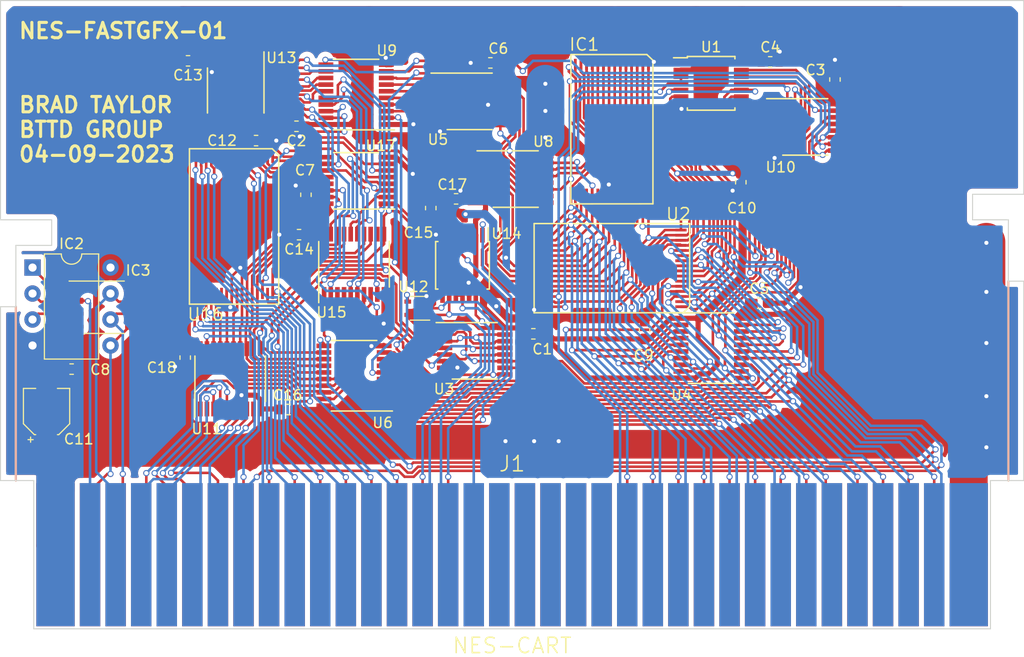
<source format=kicad_pcb>
(kicad_pcb (version 20171130) (host pcbnew 5.1.5+dfsg1-2build2)
  (layers (0 F.Cu signal) (31 B.Cu signal) (34 B.Paste user) (35 F.Paste user) (36 B.SilkS user) (37 F.SilkS user) (38 B.Mask user) (39 F.Mask user) (44 Edge.Cuts user))
  (net 0 "")
  (net 1 VCC)
  (net 2 GND)
  (net 3 CPU_A10)
  (net 4 CPU_A11)
  (net 5 CPU_D7)
  (net 6 CPU_A9)
  (net 7 CPU_D6)
  (net 8 CPU_A8)
  (net 9 CPU_D5)
  (net 10 PRG_RAM_A13)
  (net 11 CPU_D4)
  (net 12 CPU_D3)
  (net 13 PRG_RAM_A14)
  (net 14 CPU_D2)
  (net 15 CPU_A12)
  (net 16 CPU_D1)
  (net 17 CPU_A7)
  (net 18 CPU_D0)
  (net 19 CPU_A6)
  (net 20 CPU_A0)
  (net 21 CPU_A5)
  (net 22 CPU_A1)
  (net 23 CPU_A4)
  (net 24 CPU_A2)
  (net 25 CPU_A3)
  (net 26 S1)
  (net 27 CLK)
  (net 28 S0)
  (net 29 S2)
  (net 30 ~PPU_RD)
  (net 31 ~PPU_WR)
  (net 32 PPU_A7)
  (net 33 PPU_A6)
  (net 34 PPU_A0)
  (net 35 PPU_A5)
  (net 36 PPU_A1)
  (net 37 PPU_A4)
  (net 38 PPU_A2)
  (net 39 PPU_A3)
  (net 40 NTRAM_A10)
  (net 41 PPU_D0)
  (net 42 PPU_D1)
  (net 43 PPU_D2)
  (net 44 PPU_D3)
  (net 45 M2)
  (net 46 CPU_A13)
  (net 47 CPU_A14)
  (net 48 ~PPU_A13)
  (net 49 PPU_A11)
  (net 50 PPU_A10)
  (net 51 PPU_A12)
  (net 52 PPU_A13)
  (net 53 PPU_D7)
  (net 54 PPU_D6)
  (net 55 PPU_D5)
  (net 56 PPU_D4)
  (net 57 CTRL_CLK)
  (net 58 MIR_TYPE)
  (net 59 MIR_MODE)
  (net 60 PRG_ROM_A18)
  (net 61 PRG_ROM_A17)
  (net 62 PRG_ROM_A16)
  (net 63 PRG_ROM_A15)
  (net 64 "Net-(U5-Pad9)")
  (net 65 OBJ_A14)
  (net 66 OBJ_A13)
  (net 67 OBJ_A12)
  (net 68 ~PRG_RAM_CS)
  (net 69 CPU_R~W)
  (net 70 ~ROMSEL)
  (net 71 ~NTRAM_CS)
  (net 72 CPU_~R~W)
  (net 73 "Net-(U1-Pad6)")
  (net 74 "Net-(U1-Pad8)")
  (net 75 "Net-(U3-Pad1)")
  (net 76 "Net-(U13-Pad15)")
  (net 77 ~TSC0_OS)
  (net 78 "Net-(U14-Pad1)")
  (net 79 "Net-(U11-Pad11)")
  (net 80 "Net-(U11-Pad12)")
  (net 81 "Net-(U11-Pad13)")
  (net 82 "Net-(U11-Pad14)")
  (net 83 "Net-(U11-Pad15)")
  (net 84 "Net-(U11-Pad16)")
  (net 85 "Net-(U11-Pad17)")
  (net 86 "Net-(U11-Pad18)")
  (net 87 ~TSC1_OS)
  (net 88 ~EN)
  (net 89 OBJ_A18)
  (net 90 OBJ_A17)
  (net 91 OBJ_A16)
  (net 92 OBJ_A15)
  (net 93 "Net-(U10-Pad15)")
  (net 94 "Net-(U13-Pad4)")
  (net 95 "Net-(U13-Pad5)")
  (net 96 "Net-(U13-Pad7)")
  (net 97 "Net-(U13-Pad9)")
  (net 98 "Net-(U13-Pad11)")
  (net 99 "Net-(U13-Pad12)")
  (net 100 "Net-(U13-Pad14)")
  (net 101 "Net-(U14-Pad3)")
  (net 102 "Net-(U15-Pad15)")
  (net 103 "Net-(U15-Pad16)")
  (net 104 "Net-(U15-Pad19)")
  (net 105 "Net-(U13-Pad2)")
  (net 106 "Net-(U16-Pad1)")
  (net 107 "Net-(U16-Pad4)")
  (net 108 "Net-(U16-Pad2)")
  (net 109 "Net-(U16-Pad3)")
  (net 110 PPU_A8)
  (net 111 PPU_A9)
  (net 112 CHR_RAM_A10)
  (net 113 "Net-(U1-Pad11)")
  (net 114 "Net-(U1-Pad13)")
  (net 115 "Net-(IC2-Pad1)")
  (net 116 "Net-(IC2-Pad3)")
  (module ALLSTUFF:SOIC-28 (layer F.Cu) (at 151.4 98.4 180)
    (fp_text reference IC1 (at 2.7 8.2) (layer F.SilkS) (effects (font (size 1.2 1.2))))
    (fp_text value 32KB_SRAM)
    (pad 7 smd rect (at 3.575 6.25 180) (size 0.27 1.1) (layers F.Cu F.Paste F.Mask) (net 25 CPU_A3))
    (pad 8 smd rect (at 3.575 -6.45 180) (size 0.27 1.1) (layers F.Cu F.Paste F.Mask) (net 24 CPU_A2))
    (pad 6 smd rect (at 3.025 6.25 180) (size 0.27 1.1) (layers F.Cu F.Paste F.Mask) (net 23 CPU_A4))
    (pad 9 smd rect (at 3.025 -6.45 180) (size 0.27 1.1) (layers F.Cu F.Paste F.Mask) (net 22 CPU_A1))
    (pad 5 smd rect (at 2.475 6.25 180) (size 0.27 1.1) (layers F.Cu F.Paste F.Mask) (net 21 CPU_A5))
    (pad 10 smd rect (at 2.475 -6.45 180) (size 0.27 1.1) (layers F.Cu F.Paste F.Mask) (net 20 CPU_A0))
    (pad 4 smd rect (at 1.925 6.25 180) (size 0.27 1.1) (layers F.Cu F.Paste F.Mask) (net 19 CPU_A6))
    (pad 11 smd rect (at 1.925 -6.45 180) (size 0.27 1.1) (layers F.Cu F.Paste F.Mask) (net 18 CPU_D0))
    (pad 3 smd rect (at 1.375 6.25 180) (size 0.27 1.1) (layers F.Cu F.Paste F.Mask) (net 17 CPU_A7))
    (pad 12 smd rect (at 1.375 -6.45 180) (size 0.27 1.1) (layers F.Cu F.Paste F.Mask) (net 16 CPU_D1))
    (pad 2 smd rect (at 0.825 6.25 180) (size 0.27 1.1) (layers F.Cu F.Paste F.Mask) (net 15 CPU_A12))
    (pad 13 smd rect (at 0.825 -6.45 180) (size 0.27 1.1) (layers F.Cu F.Paste F.Mask) (net 14 CPU_D2))
    (pad 1 smd rect (at 0.275 6.25 180) (size 0.27 1.1) (layers F.Cu F.Paste F.Mask) (net 13 PRG_RAM_A14))
    (pad 14 smd rect (at 0.275 -6.45 180) (size 0.27 1.1) (layers F.Cu F.Paste F.Mask) (net 2 GND))
    (pad 28 smd rect (at -0.275 6.25 180) (size 0.27 1.1) (layers F.Cu F.Paste F.Mask) (net 1 VCC))
    (pad 15 smd rect (at -0.275 -6.45 180) (size 0.27 1.1) (layers F.Cu F.Paste F.Mask) (net 12 CPU_D3))
    (pad 27 smd rect (at -0.825 6.25 180) (size 0.27 1.1) (layers F.Cu F.Paste F.Mask) (net 69 CPU_R~W))
    (pad 16 smd rect (at -0.825 -6.45 180) (size 0.27 1.1) (layers F.Cu F.Paste F.Mask) (net 11 CPU_D4))
    (pad 26 smd rect (at -1.375 6.25 180) (size 0.27 1.1) (layers F.Cu F.Paste F.Mask) (net 10 PRG_RAM_A13))
    (pad 17 smd rect (at -1.375 -6.45 180) (size 0.27 1.1) (layers F.Cu F.Paste F.Mask) (net 9 CPU_D5))
    (pad 25 smd rect (at -1.925 6.25 180) (size 0.27 1.1) (layers F.Cu F.Paste F.Mask) (net 8 CPU_A8))
    (pad 18 smd rect (at -1.925 -6.45 180) (size 0.27 1.1) (layers F.Cu F.Paste F.Mask) (net 7 CPU_D6))
    (pad 24 smd rect (at -2.475 6.25 180) (size 0.27 1.1) (layers F.Cu F.Paste F.Mask) (net 6 CPU_A9))
    (pad 19 smd rect (at -2.475 -6.45 180) (size 0.27 1.1) (layers F.Cu F.Paste F.Mask) (net 5 CPU_D7))
    (pad 23 smd rect (at -3.025 6.25 180) (size 0.27 1.1) (layers F.Cu F.Paste F.Mask) (net 4 CPU_A11))
    (pad 20 smd rect (at -3.025 -6.45 180) (size 0.27 1.1) (layers F.Cu F.Paste F.Mask) (net 68 ~PRG_RAM_CS))
    (pad 22 smd rect (at -3.575 6.25 180) (size 0.27 1.1) (layers F.Cu F.Paste F.Mask) (net 2 GND))
    (pad 21 smd rect (at -3.575 -6.45 180) (size 0.27 1.1) (layers F.Cu F.Paste F.Mask) (net 3 CPU_A10))
  )
  (module Package_SO:TSSOP-16_4.4x5mm_P0.65mm (layer F.Cu) (at 142 103.4)
    (fp_text reference U8 (at 2.7 -3.7) (layer F.SilkS))
    (fp_text value 74HC590)
    (pad 1 smd rect (at -2.95 -2.275) (size 1.5 0.45) (layers F.Cu F.Paste F.Mask) (net 16 CPU_D1))
    (pad 2 smd rect (at -2.95 -1.625) (size 1.5 0.45) (layers F.Cu F.Paste F.Mask) (net 14 CPU_D2))
    (pad 3 smd rect (at -2.95 -0.975) (size 1.5 0.45) (layers F.Cu F.Paste F.Mask) (net 12 CPU_D3))
    (pad 4 smd rect (at -2.95 -0.325) (size 1.5 0.45) (layers F.Cu F.Paste F.Mask) (net 11 CPU_D4))
    (pad 5 smd rect (at -2.95 0.325) (size 1.5 0.45) (layers F.Cu F.Paste F.Mask) (net 9 CPU_D5))
    (pad 6 smd rect (at -2.95 0.975) (size 1.5 0.45) (layers F.Cu F.Paste F.Mask) (net 7 CPU_D6))
    (pad 7 smd rect (at -2.95 1.625) (size 1.5 0.45) (layers F.Cu F.Paste F.Mask) (net 5 CPU_D7))
    (pad 8 smd rect (at -2.95 2.275) (size 1.5 0.45) (layers F.Cu F.Paste F.Mask) (net 2 GND))
    (pad 9 smd rect (at 2.95 2.275) (size 1.5 0.45) (layers F.Cu F.Paste F.Mask))
    (pad 10 smd rect (at 2.95 1.625) (size 1.5 0.45) (layers F.Cu F.Paste F.Mask) (net 30 ~PPU_RD))
    (pad 11 smd rect (at 2.95 0.975) (size 1.5 0.45) (layers F.Cu F.Paste F.Mask) (net 45 M2))
    (pad 12 smd rect (at 2.95 0.325) (size 1.5 0.45) (layers F.Cu F.Paste F.Mask) (net 64 "Net-(U5-Pad9)"))
    (pad 13 smd rect (at 2.95 -0.325) (size 1.5 0.45) (layers F.Cu F.Paste F.Mask) (net 77 ~TSC0_OS))
    (pad 14 smd rect (at 2.95 -0.975) (size 1.5 0.45) (layers F.Cu F.Paste F.Mask) (net 87 ~TSC1_OS))
    (pad 15 smd rect (at 2.95 -1.625) (size 1.5 0.45) (layers F.Cu F.Paste F.Mask) (net 18 CPU_D0))
    (pad 16 smd rect (at 2.95 -2.275) (size 1.5 0.45) (layers F.Cu F.Paste F.Mask) (net 1 VCC))
  )
  (module ALLSTUFF:SOIC-32 (layer F.Cu) (at 151.4 112.1 90)
    (fp_text reference U2 (at 5.3 6.5 180) (layer F.SilkS) (effects (font (size 1.2 1.2))))
    (fp_text value SST39SF040)
    (pad 32 smd rect (at -3.75 -6.55 90) (size 0.27 1.1) (layers F.Cu F.Paste F.Mask) (net 72 CPU_~R~W))
    (pad 1 smd rect (at -3.75 6.75 90) (size 0.27 1.1) (layers F.Cu F.Paste F.Mask) (net 4 CPU_A11))
    (pad 31 smd rect (at -3.25 -6.55 90) (size 0.27 1.1) (layers F.Cu F.Paste F.Mask) (net 3 CPU_A10))
    (pad 2 smd rect (at -3.25 6.75 90) (size 0.27 1.1) (layers F.Cu F.Paste F.Mask) (net 6 CPU_A9))
    (pad 30 smd rect (at -2.75 -6.55 90) (size 0.27 1.1) (layers F.Cu F.Paste F.Mask) (net 70 ~ROMSEL))
    (pad 3 smd rect (at -2.75 6.75 90) (size 0.27 1.1) (layers F.Cu F.Paste F.Mask) (net 8 CPU_A8))
    (pad 29 smd rect (at -2.25 -6.55 90) (size 0.27 1.1) (layers F.Cu F.Paste F.Mask) (net 5 CPU_D7))
    (pad 4 smd rect (at -2.25 6.75 90) (size 0.27 1.1) (layers F.Cu F.Paste F.Mask) (net 46 CPU_A13))
    (pad 28 smd rect (at -1.75 -6.55 90) (size 0.27 1.1) (layers F.Cu F.Paste F.Mask) (net 7 CPU_D6))
    (pad 5 smd rect (at -1.75 6.75 90) (size 0.27 1.1) (layers F.Cu F.Paste F.Mask) (net 47 CPU_A14))
    (pad 27 smd rect (at -1.25 -6.55 90) (size 0.27 1.1) (layers F.Cu F.Paste F.Mask) (net 9 CPU_D5))
    (pad 6 smd rect (at -1.25 6.75 90) (size 0.27 1.1) (layers F.Cu F.Paste F.Mask) (net 61 PRG_ROM_A17))
    (pad 26 smd rect (at -0.75 -6.55 90) (size 0.27 1.1) (layers F.Cu F.Paste F.Mask) (net 11 CPU_D4))
    (pad 7 smd rect (at -0.75 6.75 90) (size 0.27 1.1) (layers F.Cu F.Paste F.Mask) (net 69 CPU_R~W))
    (pad 25 smd rect (at -0.25 -6.55 90) (size 0.27 1.1) (layers F.Cu F.Paste F.Mask) (net 12 CPU_D3))
    (pad 8 smd rect (at -0.25 6.75 90) (size 0.27 1.1) (layers F.Cu F.Paste F.Mask) (net 1 VCC))
    (pad 24 smd rect (at 0.25 -6.55 90) (size 0.27 1.1) (layers F.Cu F.Paste F.Mask) (net 2 GND))
    (pad 9 smd rect (at 0.25 6.75 90) (size 0.27 1.1) (layers F.Cu F.Paste F.Mask) (net 60 PRG_ROM_A18))
    (pad 23 smd rect (at 0.75 -6.55 90) (size 0.27 1.1) (layers F.Cu F.Paste F.Mask) (net 14 CPU_D2))
    (pad 10 smd rect (at 0.75 6.75 90) (size 0.27 1.1) (layers F.Cu F.Paste F.Mask) (net 62 PRG_ROM_A16))
    (pad 22 smd rect (at 1.25 -6.55 90) (size 0.27 1.1) (layers F.Cu F.Paste F.Mask) (net 16 CPU_D1))
    (pad 11 smd rect (at 1.25 6.75 90) (size 0.27 1.1) (layers F.Cu F.Paste F.Mask) (net 63 PRG_ROM_A15))
    (pad 21 smd rect (at 1.75 -6.55 90) (size 0.27 1.1) (layers F.Cu F.Paste F.Mask) (net 18 CPU_D0))
    (pad 12 smd rect (at 1.75 6.75 90) (size 0.27 1.1) (layers F.Cu F.Paste F.Mask) (net 15 CPU_A12))
    (pad 20 smd rect (at 2.25 -6.55 90) (size 0.27 1.1) (layers F.Cu F.Paste F.Mask) (net 20 CPU_A0))
    (pad 13 smd rect (at 2.25 6.75 90) (size 0.27 1.1) (layers F.Cu F.Paste F.Mask) (net 17 CPU_A7))
    (pad 19 smd rect (at 2.75 -6.55 90) (size 0.27 1.1) (layers F.Cu F.Paste F.Mask) (net 22 CPU_A1))
    (pad 14 smd rect (at 2.75 6.75 90) (size 0.27 1.1) (layers F.Cu F.Paste F.Mask) (net 19 CPU_A6))
    (pad 18 smd rect (at 3.25 -6.55 90) (size 0.27 1.1) (layers F.Cu F.Paste F.Mask) (net 24 CPU_A2))
    (pad 15 smd rect (at 3.25 6.75 90) (size 0.27 1.1) (layers F.Cu F.Paste F.Mask) (net 21 CPU_A5))
    (pad 17 smd rect (at 3.75 -6.55 90) (size 0.27 1.1) (layers F.Cu F.Paste F.Mask) (net 25 CPU_A3))
    (pad 16 smd rect (at 3.75 6.75 90) (size 0.27 1.1) (layers F.Cu F.Paste F.Mask) (net 23 CPU_A4))
  )
  (module Package_SO:SOIC-8_3.9x4.9mm_P1.27mm (layer F.Cu) (at 101.8 115.9)
    (fp_text reference IC3 (at 3.3 -3.6) (layer F.SilkS))
    (fp_text value ATTINY13A-P)
    (pad 1 smd roundrect (at -3 -1.905) (size 1.95 0.6) (layers F.Cu F.Paste F.Mask) (net 115 "Net-(IC2-Pad1)"))
    (pad 2 smd roundrect (at -3 -0.635) (size 1.95 0.6) (layers F.Cu F.Paste F.Mask) (net 27 CLK))
    (pad 3 smd roundrect (at -3 0.635) (size 1.95 0.6) (layers F.Cu F.Paste F.Mask) (net 116 "Net-(IC2-Pad3)"))
    (pad 4 smd roundrect (at -3 1.9) (size 1.95 0.6) (layers F.Cu F.Paste F.Mask) (net 2 GND))
    (pad 5 smd roundrect (at 3 1.9) (size 1.95 0.6) (layers F.Cu F.Paste F.Mask) (net 26 S1))
    (pad 6 smd roundrect (at 3 0.635) (size 1.95 0.6) (layers F.Cu F.Paste F.Mask) (net 28 S0))
    (pad 7 smd roundrect (at 3 -0.635) (size 1.95 0.6) (layers F.Cu F.Paste F.Mask) (net 29 S2))
    (pad 8 smd roundrect (at 3 -1.905) (size 1.95 0.6) (layers F.Cu F.Paste F.Mask) (net 1 VCC))
  )
  (module Capacitor_SMD:C_0603_1608Metric_Pad1.05x0.95mm_HandSolder (layer F.Cu) (at 98.6 121.95 180)
    (fp_text reference C8 (at -2.8 -0.05) (layer F.SilkS))
    (fp_text value .1uF)
    (pad 2 smd roundrect (at 0.875 0 180) (size 1.05 0.95) (layers F.Cu F.Paste F.Mask) (net 2 GND))
    (pad 1 smd roundrect (at -0.875 0 180) (size 1.05 0.95) (layers F.Cu F.Paste F.Mask) (net 1 VCC))
  )
  (module Capacitor_SMD:C_0603_1608Metric_Pad1.05x0.95mm_HandSolder (layer F.Cu) (at 119.8 125.9 180)
    (fp_text reference C16 (at 0.1 1.4) (layer F.SilkS))
    (fp_text value 10nF)
    (pad 1 smd roundrect (at -0.875 0 180) (size 1.05 0.95) (layers F.Cu F.Paste F.Mask) (net 1 VCC))
    (pad 2 smd roundrect (at 0.875 0 180) (size 1.05 0.95) (layers F.Cu F.Paste F.Mask) (net 2 GND))
  )
  (module Package_SO:TSSOP-20_4.4x6.5mm_P0.65mm (layer F.Cu) (at 114.1 122.9 90)
    (fp_text reference U11 (at -4.9 -2.3 180) (layer F.SilkS))
    (fp_text value 74LS245)
    (pad 20 smd rect (at 2.95 -2.925 90) (size 1.45 0.45) (layers F.Cu F.Paste F.Mask) (net 1 VCC))
    (pad 19 smd rect (at 2.95 -2.275 90) (size 1.45 0.45) (layers F.Cu F.Paste F.Mask) (net 52 PPU_A13))
    (pad 18 smd rect (at 2.95 -1.625 90) (size 1.45 0.45) (layers F.Cu F.Paste F.Mask) (net 86 "Net-(U11-Pad18)"))
    (pad 17 smd rect (at 2.95 -0.975 90) (size 1.45 0.45) (layers F.Cu F.Paste F.Mask) (net 85 "Net-(U11-Pad17)"))
    (pad 16 smd rect (at 2.95 -0.325 90) (size 1.45 0.45) (layers F.Cu F.Paste F.Mask) (net 84 "Net-(U11-Pad16)"))
    (pad 15 smd rect (at 2.95 0.325 90) (size 1.45 0.45) (layers F.Cu F.Paste F.Mask) (net 83 "Net-(U11-Pad15)"))
    (pad 14 smd rect (at 2.95 0.975 90) (size 1.45 0.45) (layers F.Cu F.Paste F.Mask) (net 82 "Net-(U11-Pad14)"))
    (pad 13 smd rect (at 2.95 1.625 90) (size 1.45 0.45) (layers F.Cu F.Paste F.Mask) (net 81 "Net-(U11-Pad13)"))
    (pad 12 smd rect (at 2.95 2.275 90) (size 1.45 0.45) (layers F.Cu F.Paste F.Mask) (net 80 "Net-(U11-Pad12)"))
    (pad 11 smd rect (at 2.95 2.925 90) (size 1.45 0.45) (layers F.Cu F.Paste F.Mask) (net 79 "Net-(U11-Pad11)"))
    (pad 10 smd rect (at -2.95 2.925 90) (size 1.45 0.45) (layers F.Cu F.Paste F.Mask) (net 2 GND))
    (pad 9 smd rect (at -2.95 2.275 90) (size 1.45 0.45) (layers F.Cu F.Paste F.Mask) (net 53 PPU_D7))
    (pad 8 smd rect (at -2.95 1.625 90) (size 1.45 0.45) (layers F.Cu F.Paste F.Mask) (net 54 PPU_D6))
    (pad 7 smd rect (at -2.95 0.975 90) (size 1.45 0.45) (layers F.Cu F.Paste F.Mask) (net 55 PPU_D5))
    (pad 6 smd rect (at -2.95 0.325 90) (size 1.45 0.45) (layers F.Cu F.Paste F.Mask) (net 56 PPU_D4))
    (pad 5 smd rect (at -2.95 -0.325 90) (size 1.45 0.45) (layers F.Cu F.Paste F.Mask) (net 44 PPU_D3))
    (pad 4 smd rect (at -2.95 -0.975 90) (size 1.45 0.45) (layers F.Cu F.Paste F.Mask) (net 43 PPU_D2))
    (pad 3 smd rect (at -2.95 -1.625 90) (size 1.45 0.45) (layers F.Cu F.Paste F.Mask) (net 42 PPU_D1))
    (pad 2 smd rect (at -2.95 -2.275 90) (size 1.45 0.45) (layers F.Cu F.Paste F.Mask) (net 41 PPU_D0))
    (pad 1 smd rect (at -2.95 -2.925 90) (size 1.45 0.45) (layers F.Cu F.Paste F.Mask) (net 30 ~PPU_RD))
  )
  (module Package_SO:TSSOP-16_4.4x5mm_P0.65mm (layer F.Cu) (at 138 120.2)
    (fp_text reference U3 (at -3 3.7) (layer F.SilkS))
    (fp_text value 4053)
    (pad 16 smd rect (at 2.95 -2.275) (size 1.5 0.45) (layers F.Cu F.Paste F.Mask) (net 1 VCC))
    (pad 15 smd rect (at 2.95 -1.625) (size 1.5 0.45) (layers F.Cu F.Paste F.Mask) (net 40 NTRAM_A10))
    (pad 14 smd rect (at 2.95 -0.975) (size 1.5 0.45) (layers F.Cu F.Paste F.Mask) (net 75 "Net-(U3-Pad1)"))
    (pad 13 smd rect (at 2.95 -0.325) (size 1.5 0.45) (layers F.Cu F.Paste F.Mask) (net 49 PPU_A11))
    (pad 12 smd rect (at 2.95 0.325) (size 1.5 0.45) (layers F.Cu F.Paste F.Mask) (net 50 PPU_A10))
    (pad 11 smd rect (at 2.95 0.975) (size 1.5 0.45) (layers F.Cu F.Paste F.Mask) (net 58 MIR_TYPE))
    (pad 10 smd rect (at 2.95 1.625) (size 1.5 0.45) (layers F.Cu F.Paste F.Mask) (net 59 MIR_MODE))
    (pad 9 smd rect (at 2.95 2.275) (size 1.5 0.45) (layers F.Cu F.Paste F.Mask) (net 76 "Net-(U13-Pad15)"))
    (pad 8 smd rect (at -2.95 2.275) (size 1.5 0.45) (layers F.Cu F.Paste F.Mask) (net 2 GND))
    (pad 7 smd rect (at -2.95 1.625) (size 1.5 0.45) (layers F.Cu F.Paste F.Mask) (net 2 GND))
    (pad 6 smd rect (at -2.95 0.975) (size 1.5 0.45) (layers F.Cu F.Paste F.Mask) (net 2 GND))
    (pad 5 smd rect (at -2.95 0.325) (size 1.5 0.45) (layers F.Cu F.Paste F.Mask) (net 50 PPU_A10))
    (pad 4 smd rect (at -2.95 -0.325) (size 1.5 0.45) (layers F.Cu F.Paste F.Mask) (net 112 CHR_RAM_A10))
    (pad 3 smd rect (at -2.95 -0.975) (size 1.5 0.45) (layers F.Cu F.Paste F.Mask) (net 40 NTRAM_A10))
    (pad 2 smd rect (at -2.95 -1.625) (size 1.5 0.45) (layers F.Cu F.Paste F.Mask) (net 58 MIR_TYPE))
    (pad 1 smd rect (at -2.95 -2.275) (size 1.5 0.45) (layers F.Cu F.Paste F.Mask) (net 75 "Net-(U3-Pad1)"))
  )
  (module Package_SO:TSSOP-20_4.4x6.5mm_P0.65mm (layer F.Cu) (at 126.2 122.6 180)
    (fp_text reference U6 (at -2.8 -4.6) (layer F.SilkS))
    (fp_text value 74LS574)
    (pad 1 smd rect (at -2.95 -2.925 180) (size 1.45 0.45) (layers F.Cu F.Paste F.Mask) (net 78 "Net-(U14-Pad1)"))
    (pad 2 smd rect (at -2.95 -2.275 180) (size 1.45 0.45) (layers F.Cu F.Paste F.Mask) (net 23 CPU_A4))
    (pad 3 smd rect (at -2.95 -1.625 180) (size 1.45 0.45) (layers F.Cu F.Paste F.Mask) (net 21 CPU_A5))
    (pad 4 smd rect (at -2.95 -0.975 180) (size 1.45 0.45) (layers F.Cu F.Paste F.Mask) (net 19 CPU_A6))
    (pad 5 smd rect (at -2.95 -0.325 180) (size 1.45 0.45) (layers F.Cu F.Paste F.Mask) (net 17 CPU_A7))
    (pad 6 smd rect (at -2.95 0.325 180) (size 1.45 0.45) (layers F.Cu F.Paste F.Mask) (net 8 CPU_A8))
    (pad 7 smd rect (at -2.95 0.975 180) (size 1.45 0.45) (layers F.Cu F.Paste F.Mask) (net 6 CPU_A9))
    (pad 8 smd rect (at -2.95 1.625 180) (size 1.45 0.45) (layers F.Cu F.Paste F.Mask) (net 3 CPU_A10))
    (pad 9 smd rect (at -2.95 2.275 180) (size 1.45 0.45) (layers F.Cu F.Paste F.Mask) (net 4 CPU_A11))
    (pad 10 smd rect (at -2.95 2.925 180) (size 1.45 0.45) (layers F.Cu F.Paste F.Mask) (net 2 GND))
    (pad 11 smd rect (at 2.95 2.925 180) (size 1.45 0.45) (layers F.Cu F.Paste F.Mask) (net 73 "Net-(U1-Pad6)"))
    (pad 12 smd rect (at 2.95 2.275 180) (size 1.45 0.45) (layers F.Cu F.Paste F.Mask) (net 79 "Net-(U11-Pad11)"))
    (pad 13 smd rect (at 2.95 1.625 180) (size 1.45 0.45) (layers F.Cu F.Paste F.Mask) (net 80 "Net-(U11-Pad12)"))
    (pad 14 smd rect (at 2.95 0.975 180) (size 1.45 0.45) (layers F.Cu F.Paste F.Mask) (net 81 "Net-(U11-Pad13)"))
    (pad 15 smd rect (at 2.95 0.325 180) (size 1.45 0.45) (layers F.Cu F.Paste F.Mask) (net 82 "Net-(U11-Pad14)"))
    (pad 16 smd rect (at 2.95 -0.325 180) (size 1.45 0.45) (layers F.Cu F.Paste F.Mask) (net 83 "Net-(U11-Pad15)"))
    (pad 17 smd rect (at 2.95 -0.975 180) (size 1.45 0.45) (layers F.Cu F.Paste F.Mask) (net 84 "Net-(U11-Pad16)"))
    (pad 18 smd rect (at 2.95 -1.625 180) (size 1.45 0.45) (layers F.Cu F.Paste F.Mask) (net 85 "Net-(U11-Pad17)"))
    (pad 19 smd rect (at 2.95 -2.275 180) (size 1.45 0.45) (layers F.Cu F.Paste F.Mask) (net 86 "Net-(U11-Pad18)"))
    (pad 20 smd rect (at 2.95 -2.925 180) (size 1.45 0.45) (layers F.Cu F.Paste F.Mask) (net 1 VCC))
  )
  (module Package_SO:TSSOP-14_4.4x5mm_P0.65mm (layer F.Cu) (at 136.8 111.8 270)
    (fp_text reference U14 (at -3.1 -4.3 180) (layer F.SilkS))
    (fp_text value 74LS02)
    (pad 14 smd rect (at 2.95 -1.95 270) (size 1.45 0.45) (layers F.Cu F.Paste F.Mask) (net 1 VCC))
    (pad 13 smd rect (at 2.95 -1.3 270) (size 1.45 0.45) (layers F.Cu F.Paste F.Mask) (net 71 ~NTRAM_CS))
    (pad 12 smd rect (at 2.95 -0.65 270) (size 1.45 0.45) (layers F.Cu F.Paste F.Mask) (net 2 GND))
    (pad 11 smd rect (at 2.95 0 270) (size 1.45 0.45) (layers F.Cu F.Paste F.Mask) (net 76 "Net-(U13-Pad15)"))
    (pad 10 smd rect (at 2.95 0.65 270) (size 1.45 0.45) (layers F.Cu F.Paste F.Mask) (net 76 "Net-(U13-Pad15)"))
    (pad 9 smd rect (at 2.95 1.3 270) (size 1.45 0.45) (layers F.Cu F.Paste F.Mask) (net 48 ~PPU_A13))
    (pad 8 smd rect (at 2.95 1.95 270) (size 1.45 0.45) (layers F.Cu F.Paste F.Mask) (net 51 PPU_A12))
    (pad 7 smd rect (at -2.95 1.95 270) (size 1.45 0.45) (layers F.Cu F.Paste F.Mask) (net 2 GND))
    (pad 6 smd rect (at -2.95 1.3 270) (size 1.45 0.45) (layers F.Cu F.Paste F.Mask) (net 48 ~PPU_A13))
    (pad 5 smd rect (at -2.95 0.65 270) (size 1.45 0.45) (layers F.Cu F.Paste F.Mask) (net 31 ~PPU_WR))
    (pad 4 smd rect (at -2.95 0 270) (size 1.45 0.45) (layers F.Cu F.Paste F.Mask) (net 101 "Net-(U14-Pad3)"))
    (pad 3 smd rect (at -2.95 -0.65 270) (size 1.45 0.45) (layers F.Cu F.Paste F.Mask) (net 101 "Net-(U14-Pad3)"))
    (pad 2 smd rect (at -2.95 -1.3 270) (size 1.45 0.45) (layers F.Cu F.Paste F.Mask) (net 2 GND))
    (pad 1 smd rect (at -2.95 -1.95 270) (size 1.45 0.45) (layers F.Cu F.Paste F.Mask) (net 78 "Net-(U14-Pad1)"))
  )
  (module ALLSTUFF:SOIC-32 (layer F.Cu) (at 114.5 108 180)
    (fp_text reference U16 (at 2.8 -8.6 180) (layer F.SilkS) (effects (font (size 1.2 1.2))))
    (fp_text value AS6C4008)
    (pad 32 smd rect (at -3.75 -6.55 180) (size 0.27 1.1) (layers F.Cu F.Paste F.Mask) (net 30 ~PPU_RD))
    (pad 1 smd rect (at -3.75 6.75 180) (size 0.27 1.1) (layers F.Cu F.Paste F.Mask) (net 106 "Net-(U16-Pad1)"))
    (pad 31 smd rect (at -3.25 -6.55 180) (size 0.27 1.1) (layers F.Cu F.Paste F.Mask) (net 112 CHR_RAM_A10))
    (pad 2 smd rect (at -3.25 6.75 180) (size 0.27 1.1) (layers F.Cu F.Paste F.Mask) (net 108 "Net-(U16-Pad2)"))
    (pad 30 smd rect (at -2.75 -6.55 180) (size 0.27 1.1) (layers F.Cu F.Paste F.Mask) (net 88 ~EN))
    (pad 3 smd rect (at -2.75 6.75 180) (size 0.27 1.1) (layers F.Cu F.Paste F.Mask) (net 109 "Net-(U16-Pad3)"))
    (pad 29 smd rect (at -2.25 -6.55 180) (size 0.27 1.1) (layers F.Cu F.Paste F.Mask) (net 79 "Net-(U11-Pad11)"))
    (pad 4 smd rect (at -2.25 6.75 180) (size 0.27 1.1) (layers F.Cu F.Paste F.Mask) (net 107 "Net-(U16-Pad4)"))
    (pad 28 smd rect (at -1.75 -6.55 180) (size 0.27 1.1) (layers F.Cu F.Paste F.Mask) (net 80 "Net-(U11-Pad12)"))
    (pad 5 smd rect (at -1.75 6.75 180) (size 0.27 1.1) (layers F.Cu F.Paste F.Mask) (net 31 ~PPU_WR))
    (pad 27 smd rect (at -1.25 -6.55 180) (size 0.27 1.1) (layers F.Cu F.Paste F.Mask) (net 81 "Net-(U11-Pad13)"))
    (pad 6 smd rect (at -1.25 6.75 180) (size 0.27 1.1) (layers F.Cu F.Paste F.Mask) (net 33 PPU_A6))
    (pad 26 smd rect (at -0.75 -6.55 180) (size 0.27 1.1) (layers F.Cu F.Paste F.Mask) (net 82 "Net-(U11-Pad14)"))
    (pad 7 smd rect (at -0.75 6.75 180) (size 0.27 1.1) (layers F.Cu F.Paste F.Mask) (net 32 PPU_A7))
    (pad 25 smd rect (at -0.25 -6.55 180) (size 0.27 1.1) (layers F.Cu F.Paste F.Mask) (net 83 "Net-(U11-Pad15)"))
    (pad 8 smd rect (at -0.25 6.75 180) (size 0.27 1.1) (layers F.Cu F.Paste F.Mask) (net 1 VCC))
    (pad 24 smd rect (at 0.25 -6.55 180) (size 0.27 1.1) (layers F.Cu F.Paste F.Mask) (net 2 GND))
    (pad 9 smd rect (at 0.25 6.75 180) (size 0.27 1.1) (layers F.Cu F.Paste F.Mask) (net 99 "Net-(U13-Pad12)"))
    (pad 23 smd rect (at 0.75 -6.55 180) (size 0.27 1.1) (layers F.Cu F.Paste F.Mask) (net 84 "Net-(U11-Pad16)"))
    (pad 10 smd rect (at 0.75 6.75 180) (size 0.27 1.1) (layers F.Cu F.Paste F.Mask) (net 97 "Net-(U13-Pad9)"))
    (pad 22 smd rect (at 1.25 -6.55 180) (size 0.27 1.1) (layers F.Cu F.Paste F.Mask) (net 85 "Net-(U11-Pad17)"))
    (pad 11 smd rect (at 1.25 6.75 180) (size 0.27 1.1) (layers F.Cu F.Paste F.Mask) (net 96 "Net-(U13-Pad7)"))
    (pad 21 smd rect (at 1.75 -6.55 180) (size 0.27 1.1) (layers F.Cu F.Paste F.Mask) (net 86 "Net-(U11-Pad18)"))
    (pad 12 smd rect (at 1.75 6.75 180) (size 0.27 1.1) (layers F.Cu F.Paste F.Mask) (net 94 "Net-(U13-Pad4)"))
    (pad 20 smd rect (at 2.25 -6.55 180) (size 0.27 1.1) (layers F.Cu F.Paste F.Mask) (net 39 PPU_A3))
    (pad 13 smd rect (at 2.25 6.75 180) (size 0.27 1.1) (layers F.Cu F.Paste F.Mask) (net 35 PPU_A5))
    (pad 19 smd rect (at 2.75 -6.55 180) (size 0.27 1.1) (layers F.Cu F.Paste F.Mask) (net 38 PPU_A2))
    (pad 14 smd rect (at 2.75 6.75 180) (size 0.27 1.1) (layers F.Cu F.Paste F.Mask) (net 110 PPU_A8))
    (pad 18 smd rect (at 3.25 -6.55 180) (size 0.27 1.1) (layers F.Cu F.Paste F.Mask) (net 36 PPU_A1))
    (pad 15 smd rect (at 3.25 6.75 180) (size 0.27 1.1) (layers F.Cu F.Paste F.Mask) (net 37 PPU_A4))
    (pad 17 smd rect (at 3.75 -6.55 180) (size 0.27 1.1) (layers F.Cu F.Paste F.Mask) (net 34 PPU_A0))
    (pad 16 smd rect (at 3.75 6.75 180) (size 0.27 1.1) (layers F.Cu F.Paste F.Mask) (net 111 PPU_A9))
  )
  (module ALLSTUFF:NES_CART_FINGERS (layer F.Cu) (at 141.65 140.1)
    (fp_text reference J1 (at 0 -8.89) (layer F.SilkS) (effects (font (size 1.5 1.5))))
    (fp_text value NES-CART (at 0 8.89) (layer F.SilkS) (effects (font (size 1.5 1.5))))
    (pad 1 connect rect (at 44.625 0) (size 3.75 14) (layers F.Cu F.Mask) (net 2 GND))
    (pad 2 connect rect (at 41.25 0) (size 2 14) (layers F.Cu F.Mask) (net 4 CPU_A11))
    (pad 3 connect rect (at 38.75 0) (size 2 14) (layers F.Cu F.Mask) (net 3 CPU_A10))
    (pad 4 connect rect (at 36.25 0) (size 2 14) (layers F.Cu F.Mask) (net 6 CPU_A9))
    (pad 5 connect rect (at 33.75 0) (size 2 14) (layers F.Cu F.Mask) (net 8 CPU_A8))
    (pad 6 connect rect (at 31.25 0) (size 2 14) (layers F.Cu F.Mask) (net 17 CPU_A7))
    (pad 7 connect rect (at 28.75 0) (size 2 14) (layers F.Cu F.Mask) (net 19 CPU_A6))
    (pad 8 connect rect (at 26.25 0) (size 2 14) (layers F.Cu F.Mask) (net 21 CPU_A5))
    (pad 9 connect rect (at 23.75 0) (size 2 14) (layers F.Cu F.Mask) (net 23 CPU_A4))
    (pad 10 connect rect (at 21.25 0) (size 2 14) (layers F.Cu F.Mask) (net 25 CPU_A3))
    (pad 11 connect rect (at 18.75 0) (size 2 14) (layers F.Cu F.Mask) (net 24 CPU_A2))
    (pad 12 connect rect (at 16.25 0) (size 2 14) (layers F.Cu F.Mask) (net 22 CPU_A1))
    (pad 13 connect rect (at 13.75 0) (size 2 14) (layers F.Cu F.Mask) (net 20 CPU_A0))
    (pad 14 connect rect (at 11.25 0) (size 2 14) (layers F.Cu F.Mask) (net 69 CPU_R~W))
    (pad 15 connect rect (at 8.75 0) (size 2 14) (layers F.Cu F.Mask))
    (pad 16 connect rect (at 6.25 0) (size 2 14) (layers F.Cu F.Mask))
    (pad 17 connect rect (at 3.75 0) (size 2 14) (layers F.Cu F.Mask))
    (pad 18 connect rect (at 1.25 0) (size 2 14) (layers F.Cu F.Mask))
    (pad 19 connect rect (at -1.25 0) (size 2 14) (layers F.Cu F.Mask))
    (pad 20 connect rect (at -3.75 0) (size 2 14) (layers F.Cu F.Mask))
    (pad 21 connect rect (at -6.25 0) (size 2 14) (layers F.Cu F.Mask) (net 30 ~PPU_RD))
    (pad 22 connect rect (at -8.75 0) (size 2 14) (layers F.Cu F.Mask) (net 40 NTRAM_A10))
    (pad 23 connect rect (at -11.25 0) (size 2 14) (layers F.Cu F.Mask) (net 33 PPU_A6))
    (pad 24 connect rect (at -13.75 0) (size 2 14) (layers F.Cu F.Mask) (net 35 PPU_A5))
    (pad 25 connect rect (at -16.25 0) (size 2 14) (layers F.Cu F.Mask) (net 37 PPU_A4))
    (pad 26 connect rect (at -18.75 0) (size 2 14) (layers F.Cu F.Mask) (net 39 PPU_A3))
    (pad 27 connect rect (at -21.25 0) (size 2 14) (layers F.Cu F.Mask) (net 38 PPU_A2))
    (pad 28 connect rect (at -23.75 0) (size 2 14) (layers F.Cu F.Mask) (net 36 PPU_A1))
    (pad 29 connect rect (at -26.25 0) (size 2 14) (layers F.Cu F.Mask) (net 34 PPU_A0))
    (pad 30 connect rect (at -28.75 0) (size 2 14) (layers F.Cu F.Mask) (net 41 PPU_D0))
    (pad 31 connect rect (at -31.25 0) (size 2 14) (layers F.Cu F.Mask) (net 42 PPU_D1))
    (pad 32 connect rect (at -33.75 0) (size 2 14) (layers F.Cu F.Mask) (net 43 PPU_D2))
    (pad 33 connect rect (at -36.25 0) (size 2 14) (layers F.Cu F.Mask) (net 44 PPU_D3))
    (pad 34 connect rect (at -38.75 0) (size 2 14) (layers F.Cu F.Mask) (net 28 S0))
    (pad 35 connect rect (at -41.25 0) (size 2 14) (layers F.Cu F.Mask) (net 26 S1))
    (pad 36 connect rect (at -44.625 0) (size 3.75 14) (layers F.Cu F.Mask) (net 1 VCC))
    (pad 37 connect rect (at 44.625 0) (size 3.75 14) (layers B.Cu B.Mask))
    (pad 38 connect rect (at 41.25 0) (size 2 14) (layers B.Cu B.Mask) (net 45 M2))
    (pad 39 connect rect (at 38.75 0) (size 2 14) (layers B.Cu B.Mask) (net 15 CPU_A12))
    (pad 40 connect rect (at 36.25 0) (size 2 14) (layers B.Cu B.Mask) (net 46 CPU_A13))
    (pad 41 connect rect (at 33.75 0) (size 2 14) (layers B.Cu B.Mask) (net 47 CPU_A14))
    (pad 42 connect rect (at 31.25 0) (size 2 14) (layers B.Cu B.Mask) (net 5 CPU_D7))
    (pad 43 connect rect (at 28.75 0) (size 2 14) (layers B.Cu B.Mask) (net 7 CPU_D6))
    (pad 44 connect rect (at 26.25 0) (size 2 14) (layers B.Cu B.Mask) (net 9 CPU_D5))
    (pad 45 connect rect (at 23.75 0) (size 2 14) (layers B.Cu B.Mask) (net 11 CPU_D4))
    (pad 46 connect rect (at 21.25 0) (size 2 14) (layers B.Cu B.Mask) (net 12 CPU_D3))
    (pad 47 connect rect (at 18.75 0) (size 2 14) (layers B.Cu B.Mask) (net 14 CPU_D2))
    (pad 48 connect rect (at 16.25 0) (size 2 14) (layers B.Cu B.Mask) (net 16 CPU_D1))
    (pad 49 connect rect (at 13.75 0) (size 2 14) (layers B.Cu B.Mask) (net 18 CPU_D0))
    (pad 50 connect rect (at 11.25 0) (size 2 14) (layers B.Cu B.Mask) (net 70 ~ROMSEL))
    (pad 51 connect rect (at 8.75 0) (size 2 14) (layers B.Cu B.Mask))
    (pad 52 connect rect (at 6.25 0) (size 2 14) (layers B.Cu B.Mask))
    (pad 53 connect rect (at 3.75 0) (size 2 14) (layers B.Cu B.Mask))
    (pad 54 connect rect (at 1.25 0) (size 2 14) (layers B.Cu B.Mask))
    (pad 55 connect rect (at -1.25 0) (size 2 14) (layers B.Cu B.Mask))
    (pad 56 connect rect (at -3.75 0) (size 2 14) (layers B.Cu B.Mask) (net 31 ~PPU_WR))
    (pad 57 connect rect (at -6.25 0) (size 2 14) (layers B.Cu B.Mask) (net 71 ~NTRAM_CS))
    (pad 58 connect rect (at -8.75 0) (size 2 14) (layers B.Cu B.Mask) (net 48 ~PPU_A13))
    (pad 59 connect rect (at -11.25 0) (size 2 14) (layers B.Cu B.Mask) (net 32 PPU_A7))
    (pad 60 connect rect (at -13.75 0) (size 2 14) (layers B.Cu B.Mask) (net 110 PPU_A8))
    (pad 61 connect rect (at -16.25 0) (size 2 14) (layers B.Cu B.Mask) (net 111 PPU_A9))
    (pad 62 connect rect (at -18.75 0) (size 2 14) (layers B.Cu B.Mask) (net 49 PPU_A11))
    (pad 63 connect rect (at -21.25 0) (size 2 14) (layers B.Cu B.Mask) (net 50 PPU_A10))
    (pad 64 connect rect (at -23.75 0) (size 2 14) (layers B.Cu B.Mask) (net 51 PPU_A12))
    (pad 65 connect rect (at -26.25 0) (size 2 14) (layers B.Cu B.Mask) (net 52 PPU_A13))
    (pad 66 connect rect (at -28.75 0) (size 2 14) (layers B.Cu B.Mask) (net 53 PPU_D7))
    (pad 67 connect rect (at -31.25 0) (size 2 14) (layers B.Cu B.Mask) (net 54 PPU_D6))
    (pad 68 connect rect (at -33.75 0) (size 2 14) (layers B.Cu B.Mask) (net 55 PPU_D5))
    (pad 69 connect rect (at -36.25 0) (size 2 14) (layers B.Cu B.Mask) (net 56 PPU_D4))
    (pad 70 connect rect (at -38.75 0) (size 2 14) (layers B.Cu B.Mask) (net 29 S2))
    (pad 71 connect rect (at -41.25 0) (size 2 14) (layers B.Cu B.Mask) (net 27 CLK))
    (pad 72 connect rect (at -44.625 0) (size 3.75 14) (layers B.Cu B.Mask) (net 2 GND))
  )
  (module Capacitor_SMD:C_0603_1608Metric_Pad1.05x0.95mm_HandSolder (layer F.Cu) (at 143.725 118.5)
    (fp_text reference C1 (at 0.875 1.5) (layer F.SilkS))
    (fp_text value 10nF)
    (pad 2 smd roundrect (at 0.875 0) (size 1.05 0.95) (layers F.Cu F.Paste F.Mask) (net 2 GND))
    (pad 1 smd roundrect (at -0.875 0) (size 1.05 0.95) (layers F.Cu F.Paste F.Mask) (net 1 VCC))
  )
  (module Capacitor_SMD:C_0603_1608Metric_Pad1.05x0.95mm_HandSolder (layer F.Cu) (at 120.575 98.2 180)
    (fp_text reference C2 (at 0 -1.43) (layer F.SilkS))
    (fp_text value 10nF)
    (pad 2 smd roundrect (at 0.875 0 180) (size 1.05 0.95) (layers F.Cu F.Paste F.Mask) (net 2 GND))
    (pad 1 smd roundrect (at -0.875 0 180) (size 1.05 0.95) (layers F.Cu F.Paste F.Mask) (net 1 VCC))
  )
  (module Capacitor_SMD:C_0603_1608Metric_Pad1.05x0.95mm_HandSolder (layer F.Cu) (at 173.2 93.625 90)
    (fp_text reference C3 (at 0.925 -1.9 180) (layer F.SilkS))
    (fp_text value 10nF)
    (pad 2 smd roundrect (at 0.875 0 90) (size 1.05 0.95) (layers F.Cu F.Paste F.Mask) (net 2 GND))
    (pad 1 smd roundrect (at -0.875 0 90) (size 1.05 0.95) (layers F.Cu F.Paste F.Mask) (net 1 VCC))
  )
  (module Capacitor_SMD:C_0603_1608Metric_Pad1.05x0.95mm_HandSolder (layer F.Cu) (at 166.875 91.9)
    (fp_text reference C4 (at 0 -1.43) (layer F.SilkS))
    (fp_text value 10nF)
    (pad 2 smd roundrect (at 0.875 0) (size 1.05 0.95) (layers F.Cu F.Paste F.Mask) (net 2 GND))
    (pad 1 smd roundrect (at -0.875 0) (size 1.05 0.95) (layers F.Cu F.Paste F.Mask) (net 1 VCC))
  )
  (module Capacitor_SMD:C_0603_1608Metric_Pad1.05x0.95mm_HandSolder (layer F.Cu) (at 165.8 115.5)
    (fp_text reference C5 (at 0 -1.43) (layer F.SilkS))
    (fp_text value 10nF)
    (pad 2 smd roundrect (at 0.875 0) (size 1.05 0.95) (layers F.Cu F.Paste F.Mask) (net 2 GND))
    (pad 1 smd roundrect (at -0.875 0) (size 1.05 0.95) (layers F.Cu F.Paste F.Mask) (net 1 VCC))
  )
  (module Capacitor_SMD:C_0603_1608Metric_Pad1.05x0.95mm_HandSolder (layer F.Cu) (at 139.525 92 180)
    (fp_text reference C6 (at -0.775 1.4) (layer F.SilkS))
    (fp_text value 10nF)
    (pad 1 smd roundrect (at -0.875 0 180) (size 1.05 0.95) (layers F.Cu F.Paste F.Mask) (net 1 VCC))
    (pad 2 smd roundrect (at 0.875 0 180) (size 1.05 0.95) (layers F.Cu F.Paste F.Mask) (net 2 GND))
  )
  (module Capacitor_SMD:C_0603_1608Metric_Pad1.05x0.95mm_HandSolder (layer F.Cu) (at 121.5 104.9 90)
    (fp_text reference C7 (at 2.4 -0.1 180) (layer F.SilkS))
    (fp_text value 10nF)
    (pad 2 smd roundrect (at 0.875 0 90) (size 1.05 0.95) (layers F.Cu F.Paste F.Mask) (net 2 GND))
    (pad 1 smd roundrect (at -0.875 0 90) (size 1.05 0.95) (layers F.Cu F.Paste F.Mask) (net 1 VCC))
  )
  (module Capacitor_SMD:C_0603_1608Metric_Pad1.05x0.95mm_HandSolder (layer F.Cu) (at 154.6 118.125 270)
    (fp_text reference C9 (at 2.475 0.1 180) (layer F.SilkS))
    (fp_text value .1uF)
    (pad 1 smd roundrect (at -0.875 0 270) (size 1.05 0.95) (layers F.Cu F.Paste F.Mask) (net 1 VCC))
    (pad 2 smd roundrect (at 0.875 0 270) (size 1.05 0.95) (layers F.Cu F.Paste F.Mask) (net 2 GND))
  )
  (module Capacitor_SMD:C_0603_1608Metric_Pad1.05x0.95mm_HandSolder (layer F.Cu) (at 164 103.675 270)
    (fp_text reference C10 (at 2.525 -0.1 180) (layer F.SilkS))
    (fp_text value .1uF)
    (pad 1 smd roundrect (at -0.875 0 270) (size 1.05 0.95) (layers F.Cu F.Paste F.Mask) (net 1 VCC))
    (pad 2 smd roundrect (at 0.875 0 270) (size 1.05 0.95) (layers F.Cu F.Paste F.Mask) (net 2 GND))
  )
  (module Capacitor_SMD:CP_Elec_4x5.3 (layer F.Cu) (at 96.15 126.1 90)
    (fp_text reference C11 (at -2.7 3.15 180) (layer F.SilkS))
    (fp_text value 47uF)
    (pad 1 smd roundrect (at -1.8 0 90) (size 2.6 1.6) (layers F.Cu F.Paste F.Mask) (roundrect_rratio 0.15625) (net 1 VCC))
    (pad 2 smd roundrect (at 1.8 0 90) (size 2.6 1.6) (layers F.Cu F.Paste F.Mask) (roundrect_rratio 0.15625) (net 2 GND))
  )
  (module Capacitor_SMD:C_0603_1608Metric_Pad1.05x0.95mm_HandSolder (layer F.Cu) (at 116.625 99.6)
    (fp_text reference C12 (at -3.325 0) (layer F.SilkS))
    (fp_text value .1uF)
    (pad 2 smd roundrect (at 0.875 0) (size 1.05 0.95) (layers F.Cu F.Paste F.Mask) (net 2 GND))
    (pad 1 smd roundrect (at -0.875 0) (size 1.05 0.95) (layers F.Cu F.Paste F.Mask) (net 1 VCC))
  )
  (module Capacitor_SMD:C_0603_1608Metric_Pad1.05x0.95mm_HandSolder (layer F.Cu) (at 109.975 91.8)
    (fp_text reference C13 (at 0 1.4) (layer F.SilkS))
    (fp_text value 10nF)
    (pad 1 smd roundrect (at -0.875 0) (size 1.05 0.95) (layers F.Cu F.Paste F.Mask) (net 1 VCC))
    (pad 2 smd roundrect (at 0.875 0) (size 1.05 0.95) (layers F.Cu F.Paste F.Mask) (net 2 GND))
  )
  (module Capacitor_SMD:C_0603_1608Metric_Pad1.05x0.95mm_HandSolder (layer F.Cu) (at 120.825 108.8 180)
    (fp_text reference C14 (at 0 -1.43) (layer F.SilkS))
    (fp_text value 10nF)
    (pad 1 smd roundrect (at -0.875 0 180) (size 1.05 0.95) (layers F.Cu F.Paste F.Mask) (net 1 VCC))
    (pad 2 smd roundrect (at 0.875 0 180) (size 1.05 0.95) (layers F.Cu F.Paste F.Mask) (net 2 GND))
  )
  (module Capacitor_SMD:C_0603_1608Metric_Pad1.05x0.95mm_HandSolder (layer F.Cu) (at 133.7 106.2 270)
    (fp_text reference C15 (at 2.4 1.2 180) (layer F.SilkS))
    (fp_text value 10nF)
    (pad 2 smd roundrect (at 0.875 0 270) (size 1.05 0.95) (layers F.Cu F.Paste F.Mask) (net 2 GND))
    (pad 1 smd roundrect (at -0.875 0 270) (size 1.05 0.95) (layers F.Cu F.Paste F.Mask) (net 1 VCC))
  )
  (module Capacitor_SMD:C_0603_1608Metric_Pad1.05x0.95mm_HandSolder (layer F.Cu) (at 136.175 105.3)
    (fp_text reference C17 (at -0.375 -1.4) (layer F.SilkS))
    (fp_text value 10nF)
    (pad 1 smd roundrect (at -0.875 0) (size 1.05 0.95) (layers F.Cu F.Paste F.Mask) (net 1 VCC))
    (pad 2 smd roundrect (at 0.875 0) (size 1.05 0.95) (layers F.Cu F.Paste F.Mask) (net 2 GND))
  )
  (module Capacitor_SMD:C_0603_1608Metric_Pad1.05x0.95mm_HandSolder (layer F.Cu) (at 109.7 120.825 270)
    (fp_text reference C18 (at 0.975 2.3 180) (layer F.SilkS))
    (fp_text value 10nF)
    (pad 1 smd roundrect (at -0.875 0 270) (size 1.05 0.95) (layers F.Cu F.Paste F.Mask) (net 1 VCC))
    (pad 2 smd roundrect (at 0.875 0 270) (size 1.05 0.95) (layers F.Cu F.Paste F.Mask) (net 2 GND))
  )
  (module Package_DIP:DIP-8_W7.62mm (layer F.Cu) (at 94.78 112.02)
    (fp_text reference IC2 (at 3.81 -2.33) (layer F.SilkS))
    (fp_text value ATTINY13-P)
    (pad 1 thru_hole rect (at 0 0) (size 1.6 1.6) (drill 0.8) (layers *.Cu *.Mask) (net 115 "Net-(IC2-Pad1)"))
    (pad 5 thru_hole oval (at 7.62 7.62) (size 1.6 1.6) (drill 0.8) (layers *.Cu *.Mask) (net 26 S1))
    (pad 2 thru_hole oval (at 0 2.54) (size 1.6 1.6) (drill 0.8) (layers *.Cu *.Mask) (net 27 CLK))
    (pad 6 thru_hole oval (at 7.62 5.08) (size 1.6 1.6) (drill 0.8) (layers *.Cu *.Mask) (net 28 S0))
    (pad 3 thru_hole oval (at 0 5.08) (size 1.6 1.6) (drill 0.8) (layers *.Cu *.Mask) (net 116 "Net-(IC2-Pad3)"))
    (pad 7 thru_hole oval (at 7.62 2.54) (size 1.6 1.6) (drill 0.8) (layers *.Cu *.Mask) (net 29 S2))
    (pad 4 thru_hole oval (at 0 7.62) (size 1.6 1.6) (drill 0.8) (layers *.Cu *.Mask) (net 2 GND))
    (pad 8 thru_hole oval (at 7.62 0) (size 1.6 1.6) (drill 0.8) (layers *.Cu *.Mask) (net 1 VCC))
  )
  (module Package_SO:TSSOP-14_4.4x5mm_P0.65mm (layer F.Cu) (at 161.1 94)
    (fp_text reference U1 (at 0 -3.55) (layer F.SilkS))
    (fp_text value 74HC00)
    (pad 1 smd rect (at -2.95 -1.95) (size 1.45 0.45) (layers F.Cu F.Paste F.Mask) (net 69 CPU_R~W))
    (pad 2 smd rect (at -2.95 -1.3) (size 1.45 0.45) (layers F.Cu F.Paste F.Mask) (net 1 VCC))
    (pad 3 smd rect (at -2.95 -0.65) (size 1.45 0.45) (layers F.Cu F.Paste F.Mask) (net 72 CPU_~R~W))
    (pad 4 smd rect (at -2.95 0) (size 1.45 0.45) (layers F.Cu F.Paste F.Mask) (net 72 CPU_~R~W))
    (pad 5 smd rect (at -2.95 0.65) (size 1.45 0.45) (layers F.Cu F.Paste F.Mask) (net 45 M2))
    (pad 6 smd rect (at -2.95 1.3) (size 1.45 0.45) (layers F.Cu F.Paste F.Mask) (net 73 "Net-(U1-Pad6)"))
    (pad 7 smd rect (at -2.95 1.95) (size 1.45 0.45) (layers F.Cu F.Paste F.Mask) (net 2 GND))
    (pad 8 smd rect (at 2.95 1.95) (size 1.45 0.45) (layers F.Cu F.Paste F.Mask) (net 74 "Net-(U1-Pad8)"))
    (pad 9 smd rect (at 2.95 1.3) (size 1.45 0.45) (layers F.Cu F.Paste F.Mask) (net 47 CPU_A14))
    (pad 10 smd rect (at 2.95 0.65) (size 1.45 0.45) (layers F.Cu F.Paste F.Mask) (net 45 M2))
    (pad 11 smd rect (at 2.95 0) (size 1.45 0.45) (layers F.Cu F.Paste F.Mask) (net 113 "Net-(U1-Pad11)"))
    (pad 12 smd rect (at 2.95 -0.65) (size 1.45 0.45) (layers F.Cu F.Paste F.Mask) (net 52 PPU_A13))
    (pad 13 smd rect (at 2.95 -1.3) (size 1.45 0.45) (layers F.Cu F.Paste F.Mask) (net 114 "Net-(U1-Pad13)"))
    (pad 14 smd rect (at 2.95 -1.95) (size 1.45 0.45) (layers F.Cu F.Paste F.Mask) (net 1 VCC))
  )
  (module Package_SO:TSSOP-20_4.4x6.5mm_P0.65mm (layer F.Cu) (at 161.1 119.9)
    (fp_text reference U4 (at -2.9 4.6) (layer F.SilkS))
    (fp_text value 74LS574)
    (pad 20 smd rect (at 2.95 -2.925) (size 1.45 0.45) (layers F.Cu F.Paste F.Mask) (net 1 VCC))
    (pad 19 smd rect (at 2.95 -2.275) (size 1.45 0.45) (layers F.Cu F.Paste F.Mask) (net 63 PRG_ROM_A15))
    (pad 18 smd rect (at 2.95 -1.625) (size 1.45 0.45) (layers F.Cu F.Paste F.Mask) (net 62 PRG_ROM_A16))
    (pad 17 smd rect (at 2.95 -0.975) (size 1.45 0.45) (layers F.Cu F.Paste F.Mask) (net 61 PRG_ROM_A17))
    (pad 16 smd rect (at 2.95 -0.325) (size 1.45 0.45) (layers F.Cu F.Paste F.Mask) (net 60 PRG_ROM_A18))
    (pad 15 smd rect (at 2.95 0.325) (size 1.45 0.45) (layers F.Cu F.Paste F.Mask) (net 10 PRG_RAM_A13))
    (pad 14 smd rect (at 2.95 0.975) (size 1.45 0.45) (layers F.Cu F.Paste F.Mask) (net 13 PRG_RAM_A14))
    (pad 13 smd rect (at 2.95 1.625) (size 1.45 0.45) (layers F.Cu F.Paste F.Mask) (net 59 MIR_MODE))
    (pad 12 smd rect (at 2.95 2.275) (size 1.45 0.45) (layers F.Cu F.Paste F.Mask) (net 58 MIR_TYPE))
    (pad 11 smd rect (at 2.95 2.925) (size 1.45 0.45) (layers F.Cu F.Paste F.Mask) (net 57 CTRL_CLK))
    (pad 10 smd rect (at -2.95 2.925) (size 1.45 0.45) (layers F.Cu F.Paste F.Mask) (net 2 GND))
    (pad 9 smd rect (at -2.95 2.275) (size 1.45 0.45) (layers F.Cu F.Paste F.Mask) (net 17 CPU_A7))
    (pad 8 smd rect (at -2.95 1.625) (size 1.45 0.45) (layers F.Cu F.Paste F.Mask) (net 19 CPU_A6))
    (pad 7 smd rect (at -2.95 0.975) (size 1.45 0.45) (layers F.Cu F.Paste F.Mask) (net 21 CPU_A5))
    (pad 6 smd rect (at -2.95 0.325) (size 1.45 0.45) (layers F.Cu F.Paste F.Mask) (net 23 CPU_A4))
    (pad 5 smd rect (at -2.95 -0.325) (size 1.45 0.45) (layers F.Cu F.Paste F.Mask) (net 25 CPU_A3))
    (pad 4 smd rect (at -2.95 -0.975) (size 1.45 0.45) (layers F.Cu F.Paste F.Mask) (net 24 CPU_A2))
    (pad 3 smd rect (at -2.95 -1.625) (size 1.45 0.45) (layers F.Cu F.Paste F.Mask) (net 22 CPU_A1))
    (pad 2 smd rect (at -2.95 -2.275) (size 1.45 0.45) (layers F.Cu F.Paste F.Mask) (net 20 CPU_A0))
    (pad 1 smd rect (at -2.95 -2.925) (size 1.45 0.45) (layers F.Cu F.Paste F.Mask) (net 2 GND))
  )
  (module Package_SO:TSSOP-16_4.4x5mm_P0.65mm (layer F.Cu) (at 137.5 95.8)
    (fp_text reference U5 (at -3.1 3.7) (layer F.SilkS))
    (fp_text value 74HC590)
    (pad 1 smd rect (at -2.95 -2.275) (size 1.5 0.45) (layers F.Cu F.Paste F.Mask) (net 16 CPU_D1))
    (pad 2 smd rect (at -2.95 -1.625) (size 1.5 0.45) (layers F.Cu F.Paste F.Mask) (net 14 CPU_D2))
    (pad 3 smd rect (at -2.95 -0.975) (size 1.5 0.45) (layers F.Cu F.Paste F.Mask) (net 12 CPU_D3))
    (pad 4 smd rect (at -2.95 -0.325) (size 1.5 0.45) (layers F.Cu F.Paste F.Mask) (net 11 CPU_D4))
    (pad 5 smd rect (at -2.95 0.325) (size 1.5 0.45) (layers F.Cu F.Paste F.Mask) (net 9 CPU_D5))
    (pad 6 smd rect (at -2.95 0.975) (size 1.5 0.45) (layers F.Cu F.Paste F.Mask) (net 7 CPU_D6))
    (pad 7 smd rect (at -2.95 1.625) (size 1.5 0.45) (layers F.Cu F.Paste F.Mask) (net 5 CPU_D7))
    (pad 8 smd rect (at -2.95 2.275) (size 1.5 0.45) (layers F.Cu F.Paste F.Mask) (net 2 GND))
    (pad 9 smd rect (at 2.95 2.275) (size 1.5 0.45) (layers F.Cu F.Paste F.Mask) (net 64 "Net-(U5-Pad9)"))
    (pad 10 smd rect (at 2.95 1.625) (size 1.5 0.45) (layers F.Cu F.Paste F.Mask) (net 30 ~PPU_RD))
    (pad 11 smd rect (at 2.95 0.975) (size 1.5 0.45) (layers F.Cu F.Paste F.Mask) (net 45 M2))
    (pad 12 smd rect (at 2.95 0.325) (size 1.5 0.45) (layers F.Cu F.Paste F.Mask) (net 2 GND))
    (pad 13 smd rect (at 2.95 -0.325) (size 1.5 0.45) (layers F.Cu F.Paste F.Mask) (net 77 ~TSC0_OS))
    (pad 14 smd rect (at 2.95 -0.975) (size 1.5 0.45) (layers F.Cu F.Paste F.Mask) (net 77 ~TSC0_OS))
    (pad 15 smd rect (at 2.95 -1.625) (size 1.5 0.45) (layers F.Cu F.Paste F.Mask) (net 18 CPU_D0))
    (pad 16 smd rect (at 2.95 -2.275) (size 1.5 0.45) (layers F.Cu F.Paste F.Mask) (net 1 VCC))
  )
  (module Package_SO:TSSOP-20_4.4x6.5mm_P0.65mm (layer F.Cu) (at 126.4 95.1 180)
    (fp_text reference U9 (at -3 4.3) (layer F.SilkS))
    (fp_text value 74LS574)
    (pad 1 smd rect (at -2.95 -2.925 180) (size 1.45 0.45) (layers F.Cu F.Paste F.Mask) (net 2 GND))
    (pad 2 smd rect (at -2.95 -2.275 180) (size 1.45 0.45) (layers F.Cu F.Paste F.Mask) (net 8 CPU_A8))
    (pad 3 smd rect (at -2.95 -1.625 180) (size 1.45 0.45) (layers F.Cu F.Paste F.Mask) (net 7 CPU_D6))
    (pad 4 smd rect (at -2.95 -0.975 180) (size 1.45 0.45) (layers F.Cu F.Paste F.Mask) (net 9 CPU_D5))
    (pad 5 smd rect (at -2.95 -0.325 180) (size 1.45 0.45) (layers F.Cu F.Paste F.Mask) (net 11 CPU_D4))
    (pad 6 smd rect (at -2.95 0.325 180) (size 1.45 0.45) (layers F.Cu F.Paste F.Mask) (net 12 CPU_D3))
    (pad 7 smd rect (at -2.95 0.975 180) (size 1.45 0.45) (layers F.Cu F.Paste F.Mask) (net 14 CPU_D2))
    (pad 8 smd rect (at -2.95 1.625 180) (size 1.45 0.45) (layers F.Cu F.Paste F.Mask) (net 16 CPU_D1))
    (pad 9 smd rect (at -2.95 2.275 180) (size 1.45 0.45) (layers F.Cu F.Paste F.Mask) (net 18 CPU_D0))
    (pad 10 smd rect (at -2.95 2.925 180) (size 1.45 0.45) (layers F.Cu F.Paste F.Mask) (net 2 GND))
    (pad 11 smd rect (at 2.95 2.925 180) (size 1.45 0.45) (layers F.Cu F.Paste F.Mask) (net 57 CTRL_CLK))
    (pad 12 smd rect (at 2.95 2.275 180) (size 1.45 0.45) (layers F.Cu F.Paste F.Mask) (net 67 OBJ_A12))
    (pad 13 smd rect (at 2.95 1.625 180) (size 1.45 0.45) (layers F.Cu F.Paste F.Mask) (net 66 OBJ_A13))
    (pad 14 smd rect (at 2.95 0.975 180) (size 1.45 0.45) (layers F.Cu F.Paste F.Mask) (net 65 OBJ_A14))
    (pad 15 smd rect (at 2.95 0.325 180) (size 1.45 0.45) (layers F.Cu F.Paste F.Mask) (net 92 OBJ_A15))
    (pad 16 smd rect (at 2.95 -0.325 180) (size 1.45 0.45) (layers F.Cu F.Paste F.Mask) (net 91 OBJ_A16))
    (pad 17 smd rect (at 2.95 -0.975 180) (size 1.45 0.45) (layers F.Cu F.Paste F.Mask) (net 90 OBJ_A17))
    (pad 18 smd rect (at 2.95 -1.625 180) (size 1.45 0.45) (layers F.Cu F.Paste F.Mask) (net 89 OBJ_A18))
    (pad 19 smd rect (at 2.95 -2.275 180) (size 1.45 0.45) (layers F.Cu F.Paste F.Mask) (net 88 ~EN))
    (pad 20 smd rect (at 2.95 -2.925 180) (size 1.45 0.45) (layers F.Cu F.Paste F.Mask) (net 1 VCC))
  )
  (module Package_SO:TSSOP-16_4.4x5mm_P0.65mm (layer F.Cu) (at 170.3 98.3)
    (fp_text reference U10 (at -2.4 3.9) (layer F.SilkS))
    (fp_text value 74LS139)
    (pad 16 smd rect (at 2.95 -2.275) (size 1.5 0.45) (layers F.Cu F.Paste F.Mask) (net 1 VCC))
    (pad 15 smd rect (at 2.95 -1.625) (size 1.5 0.45) (layers F.Cu F.Paste F.Mask) (net 93 "Net-(U10-Pad15)"))
    (pad 14 smd rect (at 2.95 -0.975) (size 1.5 0.45) (layers F.Cu F.Paste F.Mask) (net 4 CPU_A11))
    (pad 13 smd rect (at 2.95 -0.325) (size 1.5 0.45) (layers F.Cu F.Paste F.Mask) (net 15 CPU_A12))
    (pad 12 smd rect (at 2.95 0.325) (size 1.5 0.45) (layers F.Cu F.Paste F.Mask))
    (pad 11 smd rect (at 2.95 0.975) (size 1.5 0.45) (layers F.Cu F.Paste F.Mask) (net 57 CTRL_CLK))
    (pad 10 smd rect (at 2.95 1.625) (size 1.5 0.45) (layers F.Cu F.Paste F.Mask) (net 77 ~TSC0_OS))
    (pad 9 smd rect (at 2.95 2.275) (size 1.5 0.45) (layers F.Cu F.Paste F.Mask) (net 87 ~TSC1_OS))
    (pad 8 smd rect (at -2.95 2.275) (size 1.5 0.45) (layers F.Cu F.Paste F.Mask) (net 2 GND))
    (pad 7 smd rect (at -2.95 1.625) (size 1.5 0.45) (layers F.Cu F.Paste F.Mask) (net 68 ~PRG_RAM_CS))
    (pad 6 smd rect (at -2.95 0.975) (size 1.5 0.45) (layers F.Cu F.Paste F.Mask) (net 93 "Net-(U10-Pad15)"))
    (pad 5 smd rect (at -2.95 0.325) (size 1.5 0.45) (layers F.Cu F.Paste F.Mask))
    (pad 4 smd rect (at -2.95 -0.325) (size 1.5 0.45) (layers F.Cu F.Paste F.Mask))
    (pad 3 smd rect (at -2.95 -0.975) (size 1.5 0.45) (layers F.Cu F.Paste F.Mask) (net 70 ~ROMSEL))
    (pad 2 smd rect (at -2.95 -1.625) (size 1.5 0.45) (layers F.Cu F.Paste F.Mask) (net 46 CPU_A13))
    (pad 1 smd rect (at -2.95 -2.275) (size 1.5 0.45) (layers F.Cu F.Paste F.Mask) (net 74 "Net-(U1-Pad8)"))
  )
  (module Package_TO_SOT_SMD:SOT-353_SC-70-5 (layer F.Cu) (at 132.4 116 180)
    (fp_text reference U12 (at 0.4 2.1) (layer F.SilkS))
    (fp_text value 74AHCT1G79)
    (pad 1 smd rect (at -0.95 -0.65 180) (size 0.65 0.4) (layers F.Cu F.Paste F.Mask) (net 48 ~PPU_A13))
    (pad 3 smd rect (at -0.95 0.65 180) (size 0.65 0.4) (layers F.Cu F.Paste F.Mask) (net 2 GND))
    (pad 2 smd rect (at -0.95 0 180) (size 0.65 0.4) (layers F.Cu F.Paste F.Mask) (net 30 ~PPU_RD))
    (pad 4 smd rect (at 0.95 0.65 180) (size 0.65 0.4) (layers F.Cu F.Paste F.Mask) (net 114 "Net-(U1-Pad13)"))
    (pad 5 smd rect (at 0.95 -0.65 180) (size 0.65 0.4) (layers F.Cu F.Paste F.Mask) (net 1 VCC))
  )
  (module Package_SO:TSSOP-16_4.4x5mm_P0.65mm (layer F.Cu) (at 114.6 94.7 270)
    (fp_text reference U13 (at -3.2 -4.5 180) (layer F.SilkS))
    (fp_text value 74LS157)
    (pad 16 smd rect (at 2.95 -2.275 270) (size 1.5 0.45) (layers F.Cu F.Paste F.Mask) (net 1 VCC))
    (pad 15 smd rect (at 2.95 -1.625 270) (size 1.5 0.45) (layers F.Cu F.Paste F.Mask) (net 76 "Net-(U13-Pad15)"))
    (pad 14 smd rect (at 2.95 -0.975 270) (size 1.5 0.45) (layers F.Cu F.Paste F.Mask) (net 100 "Net-(U13-Pad14)"))
    (pad 13 smd rect (at 2.95 -0.325 270) (size 1.5 0.45) (layers F.Cu F.Paste F.Mask) (net 92 OBJ_A15))
    (pad 12 smd rect (at 2.95 0.325 270) (size 1.5 0.45) (layers F.Cu F.Paste F.Mask) (net 99 "Net-(U13-Pad12)"))
    (pad 11 smd rect (at 2.95 0.975 270) (size 1.5 0.45) (layers F.Cu F.Paste F.Mask) (net 98 "Net-(U13-Pad11)"))
    (pad 10 smd rect (at 2.95 1.625 270) (size 1.5 0.45) (layers F.Cu F.Paste F.Mask) (net 65 OBJ_A14))
    (pad 9 smd rect (at 2.95 2.275 270) (size 1.5 0.45) (layers F.Cu F.Paste F.Mask) (net 97 "Net-(U13-Pad9)"))
    (pad 8 smd rect (at -2.95 2.275 270) (size 1.5 0.45) (layers F.Cu F.Paste F.Mask) (net 2 GND))
    (pad 7 smd rect (at -2.95 1.625 270) (size 1.5 0.45) (layers F.Cu F.Paste F.Mask) (net 96 "Net-(U13-Pad7)"))
    (pad 6 smd rect (at -2.95 0.975 270) (size 1.5 0.45) (layers F.Cu F.Paste F.Mask) (net 66 OBJ_A13))
    (pad 5 smd rect (at -2.95 0.325 270) (size 1.5 0.45) (layers F.Cu F.Paste F.Mask) (net 95 "Net-(U13-Pad5)"))
    (pad 4 smd rect (at -2.95 -0.325 270) (size 1.5 0.45) (layers F.Cu F.Paste F.Mask) (net 94 "Net-(U13-Pad4)"))
    (pad 3 smd rect (at -2.95 -0.975 270) (size 1.5 0.45) (layers F.Cu F.Paste F.Mask) (net 67 OBJ_A12))
    (pad 2 smd rect (at -2.95 -1.625 270) (size 1.5 0.45) (layers F.Cu F.Paste F.Mask) (net 105 "Net-(U13-Pad2)"))
    (pad 1 smd rect (at -2.95 -2.275 270) (size 1.5 0.45) (layers F.Cu F.Paste F.Mask) (net 51 PPU_A12))
  )
  (module Package_SO:TSSOP-20_4.4x6.5mm_P0.65mm (layer F.Cu) (at 126.2 111.7 90)
    (fp_text reference U15 (at -4.7 -2.2 180) (layer F.SilkS))
    (fp_text value 74LS377)
    (pad 1 smd rect (at -2.95 -2.925 90) (size 1.45 0.45) (layers F.Cu F.Paste F.Mask) (net 113 "Net-(U1-Pad11)"))
    (pad 2 smd rect (at -2.95 -2.275 90) (size 1.45 0.45) (layers F.Cu F.Paste F.Mask) (net 100 "Net-(U13-Pad14)"))
    (pad 3 smd rect (at -2.95 -1.625 90) (size 1.45 0.45) (layers F.Cu F.Paste F.Mask) (net 83 "Net-(U11-Pad15)"))
    (pad 4 smd rect (at -2.95 -0.975 90) (size 1.45 0.45) (layers F.Cu F.Paste F.Mask) (net 84 "Net-(U11-Pad16)"))
    (pad 5 smd rect (at -2.95 -0.325 90) (size 1.45 0.45) (layers F.Cu F.Paste F.Mask) (net 98 "Net-(U13-Pad11)"))
    (pad 6 smd rect (at -2.95 0.325 90) (size 1.45 0.45) (layers F.Cu F.Paste F.Mask) (net 95 "Net-(U13-Pad5)"))
    (pad 7 smd rect (at -2.95 0.975 90) (size 1.45 0.45) (layers F.Cu F.Paste F.Mask) (net 85 "Net-(U11-Pad17)"))
    (pad 8 smd rect (at -2.95 1.625 90) (size 1.45 0.45) (layers F.Cu F.Paste F.Mask) (net 86 "Net-(U11-Pad18)"))
    (pad 9 smd rect (at -2.95 2.275 90) (size 1.45 0.45) (layers F.Cu F.Paste F.Mask) (net 105 "Net-(U13-Pad2)"))
    (pad 10 smd rect (at -2.95 2.925 90) (size 1.45 0.45) (layers F.Cu F.Paste F.Mask) (net 2 GND))
    (pad 11 smd rect (at 2.95 2.925 90) (size 1.45 0.45) (layers F.Cu F.Paste F.Mask) (net 30 ~PPU_RD))
    (pad 12 smd rect (at 2.95 2.275 90) (size 1.45 0.45) (layers F.Cu F.Paste F.Mask))
    (pad 13 smd rect (at 2.95 1.625 90) (size 1.45 0.45) (layers F.Cu F.Paste F.Mask) (net 79 "Net-(U11-Pad11)"))
    (pad 14 smd rect (at 2.95 0.975 90) (size 1.45 0.45) (layers F.Cu F.Paste F.Mask) (net 80 "Net-(U11-Pad12)"))
    (pad 15 smd rect (at 2.95 0.325 90) (size 1.45 0.45) (layers F.Cu F.Paste F.Mask) (net 102 "Net-(U15-Pad15)"))
    (pad 16 smd rect (at 2.95 -0.325 90) (size 1.45 0.45) (layers F.Cu F.Paste F.Mask) (net 103 "Net-(U15-Pad16)"))
    (pad 17 smd rect (at 2.95 -0.975 90) (size 1.45 0.45) (layers F.Cu F.Paste F.Mask) (net 81 "Net-(U11-Pad13)"))
    (pad 18 smd rect (at 2.95 -1.625 90) (size 1.45 0.45) (layers F.Cu F.Paste F.Mask) (net 82 "Net-(U11-Pad14)"))
    (pad 19 smd rect (at 2.95 -2.275 90) (size 1.45 0.45) (layers F.Cu F.Paste F.Mask) (net 104 "Net-(U15-Pad19)"))
    (pad 20 smd rect (at 2.95 -2.925 90) (size 1.45 0.45) (layers F.Cu F.Paste F.Mask) (net 1 VCC))
  )
  (module Package_SO:TSSOP-16_4.4x5mm_P0.65mm (layer F.Cu) (at 126.4 103.5 180)
    (fp_text reference U17 (at -2.4 3.4) (layer F.SilkS))
    (fp_text value 74LS157)
    (pad 1 smd rect (at -2.95 -2.275 180) (size 1.5 0.45) (layers F.Cu F.Paste F.Mask) (net 51 PPU_A12))
    (pad 2 smd rect (at -2.95 -1.625 180) (size 1.5 0.45) (layers F.Cu F.Paste F.Mask) (net 103 "Net-(U15-Pad16)"))
    (pad 3 smd rect (at -2.95 -0.975 180) (size 1.5 0.45) (layers F.Cu F.Paste F.Mask) (net 90 OBJ_A17))
    (pad 4 smd rect (at -2.95 -0.325 180) (size 1.5 0.45) (layers F.Cu F.Paste F.Mask) (net 108 "Net-(U16-Pad2)"))
    (pad 5 smd rect (at -2.95 0.325 180) (size 1.5 0.45) (layers F.Cu F.Paste F.Mask) (net 104 "Net-(U15-Pad19)"))
    (pad 6 smd rect (at -2.95 0.975 180) (size 1.5 0.45) (layers F.Cu F.Paste F.Mask) (net 91 OBJ_A16))
    (pad 7 smd rect (at -2.95 1.625 180) (size 1.5 0.45) (layers F.Cu F.Paste F.Mask) (net 106 "Net-(U16-Pad1)"))
    (pad 8 smd rect (at -2.95 2.275 180) (size 1.5 0.45) (layers F.Cu F.Paste F.Mask) (net 2 GND))
    (pad 9 smd rect (at 2.95 2.275 180) (size 1.5 0.45) (layers F.Cu F.Paste F.Mask) (net 109 "Net-(U16-Pad3)"))
    (pad 10 smd rect (at 2.95 1.625 180) (size 1.5 0.45) (layers F.Cu F.Paste F.Mask) (net 89 OBJ_A18))
    (pad 11 smd rect (at 2.95 0.975 180) (size 1.5 0.45) (layers F.Cu F.Paste F.Mask) (net 102 "Net-(U15-Pad15)"))
    (pad 12 smd rect (at 2.95 0.325 180) (size 1.5 0.45) (layers F.Cu F.Paste F.Mask) (net 107 "Net-(U16-Pad4)"))
    (pad 13 smd rect (at 2.95 -0.325 180) (size 1.5 0.45) (layers F.Cu F.Paste F.Mask) (net 49 PPU_A11))
    (pad 14 smd rect (at 2.95 -0.975 180) (size 1.5 0.45) (layers F.Cu F.Paste F.Mask) (net 49 PPU_A11))
    (pad 15 smd rect (at 2.95 -1.625 180) (size 1.5 0.45) (layers F.Cu F.Paste F.Mask) (net 76 "Net-(U13-Pad15)"))
    (pad 16 smd rect (at 2.95 -2.275 180) (size 1.5 0.45) (layers F.Cu F.Paste F.Mask) (net 1 VCC))
  )
  (gr_line (start 91.65 85.9) (end 191.65 85.9) (angle 90) (layer Edge.Cuts) (width 0.1))
  (gr_line (start 91.65 107.35) (end 91.65 85.9) (angle 90) (layer Edge.Cuts) (width 0.1))
  (gr_line (start 96.65 107.35) (end 91.65 107.35) (angle 90) (layer Edge.Cuts) (width 0.1))
  (gr_line (start 96.65 109.85) (end 96.65 107.35) (angle 90) (layer Edge.Cuts) (width 0.1))
  (gr_line (start 93.15 109.85) (end 96.65 109.85) (angle 90) (layer Edge.Cuts) (width 0.1))
  (gr_line (start 93.15 115.85) (end 93.15 109.85) (angle 90) (layer Edge.Cuts) (width 0.1))
  (gr_line (start 91.65 115.85) (end 93.15 115.85) (angle 90) (layer Edge.Cuts) (width 0.1))
  (gr_line (start 91.65 132.85) (end 91.65 115.85) (angle 90) (layer Edge.Cuts) (width 0.1))
  (gr_line (start 191.65 113.35) (end 191.65 132.85) (angle 90) (layer Edge.Cuts) (width 0.1))
  (gr_line (start 190.15 113.35) (end 191.65 113.35) (angle 90) (layer Edge.Cuts) (width 0.1))
  (gr_text "NES-FASTGFX-01\n\n\nBRAD TAYLOR\nBTTD GROUP\n04-09-2023" (at 93.3 94.9) (layer F.SilkS) (effects (font (size 1.5 1.5) (thickness 0.3)) (justify left)))
  (gr_line (start 190.15 107.35) (end 190.15 113.35) (angle 90) (layer Edge.Cuts) (width 0.1))
  (gr_line (start 186.65 107.35) (end 190.15 107.35) (angle 90) (layer Edge.Cuts) (width 0.1))
  (gr_line (start 186.65 104.85) (end 186.65 107.35) (angle 90) (layer Edge.Cuts) (width 0.1))
  (gr_line (start 191.65 104.85) (end 186.65 104.85) (angle 90) (layer Edge.Cuts) (width 0.1))
  (gr_line (start 191.65 85.9) (end 191.65 104.85) (angle 90) (layer Edge.Cuts) (width 0.1))
  (gr_line (start 93.15 115.85) (end 93.15 132.85) (angle 90) (layer B.SilkS) (width 0.2))
  (gr_line (start 190.15 132.85) (end 190.15 113.35) (angle 90) (layer F.SilkS) (width 0.2))
  (gr_line (start 93.15 115.85) (end 93.15 132.85) (angle 90) (layer B.SilkS) (width 0.2))
  (gr_line (start 93.15 132.85) (end 93.15 115.85) (angle 90) (layer F.SilkS) (width 0.2))
  (gr_line (start 190.15 113.35) (end 190.15 132.85) (angle 90) (layer B.SilkS) (width 0.2))
  (gr_line (start 94.9 132.85) (end 91.65 132.85) (angle 90) (layer Edge.Cuts) (width 0.1))
  (gr_line (start 94.9 147.35) (end 94.9 132.85) (angle 90) (layer Edge.Cuts) (width 0.1))
  (gr_line (start 188.4 147.35) (end 94.9 147.35) (angle 90) (layer Edge.Cuts) (width 0.1))
  (gr_line (start 188.4 132.85) (end 188.4 147.35) (angle 90) (layer Edge.Cuts) (width 0.1))
  (gr_line (start 191.65 132.85) (end 188.4 132.85) (angle 90) (layer Edge.Cuts) (width 0.1))
  (segment (start 96.15 139.225) (end 97.025 140.1) (width 2) (layer F.Cu) (net 1))
  (segment (start 96.4 139.475) (end 97.025 140.1) (width 0.25) (layer F.Cu) (net 1))
  (segment (start 102.4 112.02) (end 102.57 112.02) (width 0.25) (layer F.Cu) (net 1))
  (segment (start 96.15 127.9) (end 96.15 139.225) (width 2) (layer F.Cu) (net 1))
  (segment (start 104.8 113.995) (end 104.375 113.995) (width 0.6) (layer F.Cu) (net 1))
  (segment (start 104.375 113.995) (end 102.4 112.02) (width 0.6) (layer F.Cu) (net 1))
  (segment (start 97.025 131.870678) (end 98.895678 130) (width 3.7) (layer F.Cu) (net 1))
  (segment (start 97.025 140.1) (end 97.025 131.870678) (width 3.7) (layer F.Cu) (net 1))
  (segment (start 138.75 115.725) (end 140.95 117.925) (width 0.5) (layer F.Cu) (net 1))
  (segment (start 138.75 114.75) (end 138.75 115.725) (width 0.5) (layer F.Cu) (net 1))
  (segment (start 123.275 105.95) (end 123.275 108.75) (width 0.5) (layer F.Cu) (net 1))
  (segment (start 123.45 105.775) (end 123.275 105.95) (width 0.5) (layer F.Cu) (net 1))
  (via (at 144.9 99.3) (size 0.6) (drill 0.4) (layers F.Cu B.Cu) (net 1))
  (segment (start 144.95 99.35) (end 144.9 99.3) (width 0.5) (layer F.Cu) (net 1))
  (segment (start 144.95 101.125) (end 144.95 99.35) (width 0.5) (layer F.Cu) (net 1))
  (via (at 144.9 96.7) (size 0.6) (drill 0.4) (layers F.Cu B.Cu) (net 1))
  (segment (start 144.9 99.3) (end 144.9 96.7) (width 3.7) (layer B.Cu) (net 1))
  (segment (start 144.9 94.045662) (end 144.9 96.7) (width 3.7) (layer B.Cu) (net 1))
  (segment (start 98.898095 130.002417) (end 98.895678 130) (width 3.5) (layer F.Cu) (net 1))
  (via (at 144.9 94.045662) (size 0.6) (drill 0.4) (layers F.Cu B.Cu) (net 1))
  (segment (start 144.379338 93.525) (end 144.9 94.045662) (width 0.5) (layer F.Cu) (net 1))
  (segment (start 140.45 93.525) (end 144.379338 93.525) (width 0.5) (layer F.Cu) (net 1))
  (segment (start 151.675 88.025) (end 151.7 88) (width 0.25) (layer F.Cu) (net 1))
  (segment (start 151.675 92.15) (end 151.675 88.025) (width 0.25) (layer F.Cu) (net 1))
  (segment (start 179.5 88.3) (end 183.8 92.6) (width 3.7) (layer F.Cu) (net 1))
  (segment (start 164.05 88.35) (end 164.1 88.3) (width 0.5) (layer F.Cu) (net 1))
  (segment (start 164.05 92.05) (end 164.05 88.35) (width 0.5) (layer F.Cu) (net 1))
  (segment (start 164.1 88.3) (end 179.5 88.3) (width 3.7) (layer F.Cu) (net 1))
  (segment (start 159.6 92.274322) (end 159.6 88.3) (width 0.5) (layer F.Cu) (net 1))
  (segment (start 159.174322 92.7) (end 159.6 92.274322) (width 0.5) (layer F.Cu) (net 1))
  (segment (start 159.6 88.3) (end 164.1 88.3) (width 3.7) (layer F.Cu) (net 1))
  (segment (start 158.15 92.7) (end 159.174322 92.7) (width 0.5) (layer F.Cu) (net 1))
  (segment (start 152 88.3) (end 159.6 88.3) (width 3.7) (layer F.Cu) (net 1))
  (segment (start 98.898095 130.002417) (end 99.000512 129.9) (width 3.6) (layer F.Cu) (net 1))
  (segment (start 143.8 119.300002) (end 143.799998 119.3) (width 3.7) (layer B.Cu) (net 1))
  (segment (start 143.8 129) (end 143.8 119.300002) (width 3.7) (layer B.Cu) (net 1))
  (via (at 143.8 129) (size 0.6) (drill 0.4) (layers F.Cu B.Cu) (net 1))
  (segment (start 143.7 129.1) (end 143.8 129) (width 3) (layer F.Cu) (net 1))
  (segment (start 183.8 126.2) (end 183.8 117) (width 2.8) (layer F.Cu) (net 1))
  (segment (start 180.700001 129.299999) (end 183.8 126.2) (width 2.8) (layer F.Cu) (net 1))
  (segment (start 144.099999 129.299999) (end 180.700001 129.299999) (width 2.8) (layer F.Cu) (net 1))
  (segment (start 143.8 129) (end 144.099999 129.299999) (width 2.8) (layer F.Cu) (net 1))
  (segment (start 183.725 96.025) (end 183.8 96.1) (width 0.5) (layer F.Cu) (net 1))
  (segment (start 173.25 96.025) (end 183.725 96.025) (width 0.5) (layer F.Cu) (net 1))
  (segment (start 183.8 96.1) (end 183.8 117) (width 3.7) (layer F.Cu) (net 1))
  (segment (start 183.8 92.6) (end 183.8 96.1) (width 3.7) (layer F.Cu) (net 1))
  (via (at 146.2 129) (size 0.6) (drill 0.4) (layers F.Cu B.Cu) (net 1))
  (segment (start 143.8 129) (end 146.2 129) (width 3.7) (layer B.Cu) (net 1))
  (via (at 141 129) (size 0.6) (drill 0.4) (layers F.Cu B.Cu) (net 1))
  (segment (start 143.8 129) (end 141 129) (width 3.7) (layer B.Cu) (net 1))
  (segment (start 120.675 129.075) (end 120.7 129.1) (width 0.5) (layer F.Cu) (net 1))
  (segment (start 120.675 125.9) (end 120.675 129.075) (width 0.5) (layer F.Cu) (net 1))
  (segment (start 108.45 108.75) (end 108.4 108.8) (width 0.5) (layer F.Cu) (net 1))
  (segment (start 108.4 108.8) (end 108.4 105.6) (width 3.7) (layer F.Cu) (net 1))
  (segment (start 111.1 105.6) (end 108.4 105.6) (width 0.25) (layer F.Cu) (net 1))
  (segment (start 114.75 101.95) (end 111.1 105.6) (width 0.25) (layer F.Cu) (net 1))
  (segment (start 114.75 101.25) (end 114.75 101.95) (width 0.25) (layer F.Cu) (net 1))
  (segment (start 127.7 88.3) (end 151.4 88.3) (width 3.7) (layer F.Cu) (net 1))
  (segment (start 144.9 99.3) (end 143.800004 100.399996) (width 3.7) (layer B.Cu) (net 1))
  (segment (start 143.799998 116.147596) (end 143.800004 116.14759) (width 3.7) (layer B.Cu) (net 1))
  (segment (start 143.799998 119.3) (end 143.799998 116.147596) (width 3.7) (layer B.Cu) (net 1))
  (via (at 143.800004 116.14759) (size 0.6) (drill 0.4) (layers F.Cu B.Cu) (net 1))
  (segment (start 138.75 114.75) (end 138.75 114.55) (width 0.5) (layer F.Cu) (net 1))
  (segment (start 99.475 121.475) (end 101 119.95) (width 0.6) (layer F.Cu) (net 1))
  (segment (start 101 113.42) (end 102.4 112.02) (width 0.6) (layer F.Cu) (net 1))
  (segment (start 99.475 121.95) (end 99.475 121.475) (width 0.6) (layer F.Cu) (net 1))
  (segment (start 101 119.95) (end 101 113.42) (width 0.6) (layer F.Cu) (net 1))
  (segment (start 127.2 88.8) (end 127.7 88.3) (width 0.5) (layer F.Cu) (net 1))
  (segment (start 123.45 98.025) (end 124.675 98.025) (width 0.5) (layer F.Cu) (net 1))
  (segment (start 127.2 96.6) (end 127.2 88.8) (width 0.5) (layer F.Cu) (net 1))
  (segment (start 124.675 98.025) (end 124.679812 98.020188) (width 0.5) (layer F.Cu) (net 1))
  (segment (start 124.679812 98.020188) (end 125.779812 98.020188) (width 0.5) (layer F.Cu) (net 1))
  (segment (start 125.779812 98.020188) (end 127.2 96.6) (width 0.5) (layer F.Cu) (net 1))
  (segment (start 116.875 97.65) (end 116.875 98.699322) (width 0.5) (layer F.Cu) (net 1))
  (segment (start 116.875 98.699322) (end 115.974322 99.6) (width 0.5) (layer F.Cu) (net 1))
  (segment (start 115.974322 99.6) (end 115.75 99.6) (width 0.5) (layer F.Cu) (net 1))
  (segment (start 108.4 112.8) (end 108.4 108.8) (width 3.7) (layer F.Cu) (net 1))
  (segment (start 102.4 112.02) (end 107.62 112.02) (width 1.6) (layer F.Cu) (net 1))
  (segment (start 107.62 112.02) (end 108.4 112.8) (width 1.6) (layer F.Cu) (net 1))
  (segment (start 98.895678 129.404322) (end 98.895678 130) (width 3.7) (layer F.Cu) (net 1))
  (segment (start 98.895678 128.204322) (end 98.895678 129.404322) (width 3.7) (layer F.Cu) (net 1))
  (segment (start 108.4 118.7) (end 98.895678 128.204322) (width 3.7) (layer F.Cu) (net 1))
  (segment (start 108.4 112.8) (end 108.4 118.7) (width 3.7) (layer F.Cu) (net 1))
  (segment (start 109.7 119.95) (end 111.175 119.95) (width 0.5) (layer F.Cu) (net 1))
  (segment (start 123.225 108.8) (end 123.275 108.75) (width 0.5) (layer F.Cu) (net 1))
  (segment (start 121.7 108.8) (end 123.225 108.8) (width 0.5) (layer F.Cu) (net 1))
  (segment (start 121.5 105.775) (end 123.45 105.775) (width 0.5) (layer F.Cu) (net 1))
  (segment (start 114.75 100.6) (end 115.75 99.6) (width 0.25) (layer F.Cu) (net 1))
  (segment (start 114.75 101.25) (end 114.75 100.6) (width 0.25) (layer F.Cu) (net 1))
  (segment (start 108.575 105.775) (end 108.4 105.6) (width 0.5) (layer F.Cu) (net 1))
  (segment (start 121.5 105.775) (end 108.575 105.775) (width 0.5) (layer F.Cu) (net 1))
  (segment (start 121.2 125.9) (end 120.675 125.9) (width 0.5) (layer F.Cu) (net 1))
  (segment (start 123.25 125.525) (end 122.875 125.9) (width 0.5) (layer F.Cu) (net 1))
  (segment (start 122.875 125.9) (end 121.2 125.9) (width 0.5) (layer F.Cu) (net 1))
  (segment (start 142.275 117.925) (end 142.85 118.5) (width 0.5) (layer F.Cu) (net 1))
  (segment (start 140.95 117.925) (end 142.275 117.925) (width 0.5) (layer F.Cu) (net 1))
  (segment (start 165.85 92.05) (end 166 91.9) (width 0.5) (layer F.Cu) (net 1))
  (segment (start 164.05 92.05) (end 165.85 92.05) (width 0.5) (layer F.Cu) (net 1))
  (segment (start 173.2 95.975) (end 173.25 96.025) (width 0.5) (layer F.Cu) (net 1))
  (segment (start 173.2 94.5) (end 173.2 95.975) (width 0.5) (layer F.Cu) (net 1))
  (segment (start 164.05 116.375) (end 164.925 115.5) (width 0.5) (layer F.Cu) (net 1))
  (segment (start 164.05 116.975) (end 164.05 116.375) (width 0.5) (layer F.Cu) (net 1))
  (segment (start 140.4 93.475) (end 140.45 93.525) (width 0.5) (layer F.Cu) (net 1))
  (segment (start 140.4 92) (end 140.4 93.475) (width 0.5) (layer F.Cu) (net 1))
  (segment (start 121.625 98.025) (end 121.45 98.2) (width 0.5) (layer F.Cu) (net 1))
  (segment (start 123.45 98.025) (end 121.625 98.025) (width 0.5) (layer F.Cu) (net 1))
  (segment (start 117.325 97.2) (end 116.875 97.65) (width 0.5) (layer F.Cu) (net 1))
  (segment (start 120.45 97.2) (end 117.325 97.2) (width 0.5) (layer F.Cu) (net 1))
  (segment (start 121.45 98.2) (end 120.45 97.2) (width 0.5) (layer F.Cu) (net 1))
  (segment (start 108.4 99.9) (end 108.4 105.6) (width 3.7) (layer F.Cu) (net 1))
  (segment (start 107.7 99.2) (end 108.4 99.9) (width 3.7) (layer F.Cu) (net 1))
  (segment (start 107.7 90.1) (end 107.7 99.2) (width 3.7) (layer F.Cu) (net 1))
  (segment (start 109.5 88.3) (end 107.7 90.1) (width 3.7) (layer F.Cu) (net 1))
  (segment (start 127.7 88.3) (end 109.5 88.3) (width 3.7) (layer F.Cu) (net 1))
  (segment (start 135.25 105.35) (end 135.3 105.3) (width 0.5) (layer F.Cu) (net 1))
  (segment (start 133.7 105.35) (end 135.25 105.35) (width 0.5) (layer F.Cu) (net 1))
  (segment (start 125.779812 98.020188) (end 126.520188 98.020188) (width 0.5) (layer F.Cu) (net 1))
  (segment (start 126.520188 98.020188) (end 128 99.5) (width 0.5) (layer F.Cu) (net 1))
  (segment (start 128 99.5) (end 130.2 99.5) (width 0.5) (layer F.Cu) (net 1))
  (segment (start 133.7 100.9) (end 133.7 105.35) (width 0.5) (layer F.Cu) (net 1))
  (segment (start 132.3 99.5) (end 133.7 100.9) (width 0.5) (layer F.Cu) (net 1))
  (via (at 137.1 106.8) (size 0.6) (drill 0.4) (layers F.Cu B.Cu) (net 1))
  (segment (start 143.8 115.7) (end 143.800004 116.14759) (width 3.7) (layer B.Cu) (net 1))
  (segment (start 143.800004 100.399996) (end 143.8 115.7) (width 3.7) (layer B.Cu) (net 1))
  (segment (start 143.352414 115.7) (end 143.8 115.7) (width 0.5) (layer B.Cu) (net 1))
  (segment (start 139.8 107.6) (end 139 106.8) (width 0.8) (layer B.Cu) (net 1))
  (segment (start 139.8 112.147586) (end 139.8 107.6) (width 0.8) (layer B.Cu) (net 1))
  (segment (start 139 106.8) (end 137.1 106.8) (width 0.8) (layer B.Cu) (net 1))
  (segment (start 143.352414 115.7) (end 139.8 112.147586) (width 0.8) (layer B.Cu) (net 1))
  (segment (start 131.45 116.65) (end 132.025 116.65) (width 0.4) (layer F.Cu) (net 1))
  (segment (start 130.2 99.5) (end 132.3 99.5) (width 0.5) (layer F.Cu) (net 1))
  (via (at 130.2 99.5) (size 0.6) (drill 0.4) (layers F.Cu B.Cu) (net 1))
  (via (at 130.2 111.5) (size 0.6) (drill 0.4) (layers F.Cu B.Cu) (net 1))
  (segment (start 132.3 113.6) (end 130.2 111.5) (width 0.4) (layer F.Cu) (net 1))
  (segment (start 132.3 116.375) (end 132.3 113.6) (width 0.4) (layer F.Cu) (net 1))
  (segment (start 132.025 116.65) (end 132.3 116.375) (width 0.4) (layer F.Cu) (net 1))
  (segment (start 144.897598 88.502402) (end 144.9 88.5) (width 3.5) (layer F.Cu) (net 1))
  (segment (start 144.9 99.3) (end 144.9 98.875736) (width 3.5) (layer F.Cu) (net 1))
  (segment (start 144.897598 98.873334) (end 144.897598 88.502402) (width 3.5) (layer F.Cu) (net 1))
  (segment (start 144.9 98.875736) (end 144.897598 98.873334) (width 3.5) (layer F.Cu) (net 1))
  (segment (start 154.05 116.7) (end 154.6 117.25) (width 0.5) (layer F.Cu) (net 1))
  (segment (start 144.352414 116.7) (end 154.05 116.7) (width 0.5) (layer F.Cu) (net 1))
  (segment (start 143.800004 116.14759) (end 144.352414 116.7) (width 0.5) (layer F.Cu) (net 1))
  (via (at 163.2 102.8) (size 0.6) (drill 0.4) (layers F.Cu B.Cu) (net 1))
  (segment (start 164 102.8) (end 163.2 102.8) (width 0.5) (layer F.Cu) (net 1))
  (via (at 157.785695 102.814306) (size 0.6) (drill 0.4) (layers F.Cu B.Cu) (net 1))
  (segment (start 163.2 102.8) (end 157.800001 102.8) (width 0.5) (layer B.Cu) (net 1))
  (segment (start 151.675 96.703611) (end 152.2 97.228611) (width 0.25) (layer F.Cu) (net 1))
  (segment (start 157.800001 102.8) (end 157.785695 102.814306) (width 0.5) (layer B.Cu) (net 1))
  (segment (start 151.675 92.15) (end 151.675 96.703611) (width 0.25) (layer F.Cu) (net 1))
  (segment (start 152.2 97.228611) (end 157.785695 102.814306) (width 0.25) (layer F.Cu) (net 1))
  (segment (start 161.339446 109.718753) (end 161.339446 106.539446) (width 0.25) (layer F.Cu) (net 1))
  (segment (start 158.15 112.35) (end 160.340206 112.35) (width 0.25) (layer F.Cu) (net 1))
  (segment (start 160.340206 112.35) (end 160.775923 111.914283) (width 0.25) (layer F.Cu) (net 1))
  (segment (start 157.785695 102.985695) (end 157.785695 102.814306) (width 0.25) (layer F.Cu) (net 1))
  (segment (start 160.775923 111.914283) (end 160.775923 110.282276) (width 0.25) (layer F.Cu) (net 1))
  (segment (start 160.775923 110.282276) (end 161.339446 109.718753) (width 0.25) (layer F.Cu) (net 1))
  (segment (start 161.339446 106.539446) (end 157.785695 102.985695) (width 0.25) (layer F.Cu) (net 1))
  (segment (start 170.827634 116.975) (end 183.775 116.975) (width 0.5) (layer F.Cu) (net 1))
  (segment (start 164.05 116.975) (end 165.275 116.975) (width 0.5) (layer F.Cu) (net 1))
  (segment (start 183.775 116.975) (end 183.8 117) (width 0.5) (layer F.Cu) (net 1))
  (segment (start 165.275 116.975) (end 165.657208 116.592792) (width 0.5) (layer F.Cu) (net 1))
  (segment (start 165.657208 116.592792) (end 170.445426 116.592792) (width 0.5) (layer F.Cu) (net 1))
  (segment (start 170.445426 116.592792) (end 170.827634 116.975) (width 0.5) (layer F.Cu) (net 1))
  (segment (start 140.584776 114.75) (end 138.75 114.75) (width 0.5) (layer F.Cu) (net 1))
  (segment (start 141.982366 116.14759) (end 140.584776 114.75) (width 0.5) (layer F.Cu) (net 1))
  (segment (start 143.800004 116.14759) (end 141.982366 116.14759) (width 0.5) (layer F.Cu) (net 1))
  (segment (start 130.271816 111.428184) (end 130.2 111.5) (width 0.4) (layer B.Cu) (net 1))
  (segment (start 130.271816 99.571816) (end 130.271816 111.428184) (width 0.4) (layer B.Cu) (net 1))
  (segment (start 130.2 99.5) (end 130.271816 99.571816) (width 0.4) (layer B.Cu) (net 1))
  (segment (start 155.2 116.65) (end 154.6 117.25) (width 0.25) (layer F.Cu) (net 1))
  (segment (start 155.2 115.764219) (end 155.2 116.65) (width 0.25) (layer F.Cu) (net 1))
  (segment (start 155.913888 113.390541) (end 155.913888 115.050331) (width 0.25) (layer F.Cu) (net 1))
  (segment (start 155.913888 115.050331) (end 155.2 115.764219) (width 0.25) (layer F.Cu) (net 1))
  (segment (start 155.927797 113.376632) (end 155.913888 113.390541) (width 0.25) (layer F.Cu) (net 1))
  (segment (start 155.927797 113.372203) (end 155.927797 113.376632) (width 0.25) (layer F.Cu) (net 1))
  (segment (start 156.95 112.35) (end 155.927797 113.372203) (width 0.25) (layer F.Cu) (net 1))
  (segment (start 158.15 112.35) (end 156.95 112.35) (width 0.25) (layer F.Cu) (net 1))
  (segment (start 132.722599 117.347599) (end 137.847599 117.347599) (width 0.4) (layer F.Cu) (net 1))
  (segment (start 139.8 117.925) (end 140.95 117.925) (width 0.4) (layer F.Cu) (net 1))
  (segment (start 132.025 116.65) (end 132.722599 117.347599) (width 0.4) (layer F.Cu) (net 1))
  (segment (start 137.847599 117.347599) (end 138.425 117.925) (width 0.4) (layer F.Cu) (net 1))
  (segment (start 138.425 117.925) (end 139.8 117.925) (width 0.4) (layer F.Cu) (net 1))
  (segment (start 98.898095 130.002417) (end 98.952225 129.948287) (width 3.4) (layer F.Cu) (net 1))
  (segment (start 97.835 131.870678) (end 99.705678 130) (width 2.8) (layer F.Cu) (net 1))
  (segment (start 97.025 131.870678) (end 97.835 131.870678) (width 2.8) (layer F.Cu) (net 1))
  (segment (start 99.705678 130) (end 99.905678 129.8) (width 2.6) (layer F.Cu) (net 1))
  (segment (start 99.905678 129.8) (end 100.005678 129.9) (width 3.4) (layer F.Cu) (net 1))
  (segment (start 118.916372 129.101521) (end 143.698479 129.101521) (width 3.4) (layer F.Cu) (net 1))
  (segment (start 143.698479 129.101521) (end 143.7 129.1) (width 3.4) (layer F.Cu) (net 1))
  (segment (start 98.995678 129.9) (end 114.9 129.9) (width 3.2) (layer F.Cu) (net 1))
  (segment (start 97.025 131.870678) (end 98.995678 129.9) (width 3.4) (layer F.Cu) (net 1))
  (segment (start 118.916372 129.101521) (end 114.9 129.9) (width 3) (layer F.Cu) (net 1))
  (segment (start 186.275 140.1) (end 185.95 139.775) (width 3) (layer F.Cu) (net 2))
  (segment (start 94.78 130.455) (end 96.15 131.825) (width 2) (layer B.Cu) (net 2))
  (segment (start 96.15 131.825) (end 96.15 133.6) (width 2) (layer B.Cu) (net 2))
  (segment (start 97.65 122.8) (end 96.15 124.3) (width 1) (layer F.Cu) (net 2))
  (segment (start 97.65 121.95) (end 97.65 122.8) (width 1) (layer F.Cu) (net 2))
  (segment (start 94.78 128.855) (end 94.78 130.455) (width 2) (layer B.Cu) (net 2))
  (segment (start 94.78 121.3) (end 94.78 128.855) (width 2) (layer B.Cu) (net 2))
  (segment (start 94.78 119.64) (end 94.78 121.3) (width 2) (layer B.Cu) (net 2))
  (segment (start 97.025 140.1) (end 97.025 130.1) (width 3) (layer B.Cu) (net 2))
  (segment (start 96.62 117.8) (end 98.8 117.8) (width 0.6) (layer F.Cu) (net 2))
  (segment (start 94.78 119.64) (end 96.62 117.8) (width 0.6) (layer F.Cu) (net 2))
  (segment (start 97.725 118.875) (end 98.8 117.8) (width 0.6) (layer F.Cu) (net 2))
  (segment (start 97.725 121.95) (end 97.725 118.875) (width 0.6) (layer F.Cu) (net 2))
  (segment (start 186.275 140.1) (end 186.275 131.325) (width 3.7) (layer F.Cu) (net 2))
  (segment (start 186.275 131.325) (end 187.9 129.7) (width 3.7) (layer F.Cu) (net 2))
  (segment (start 188 129.6) (end 188 109.5) (width 3.7) (layer F.Cu) (net 2))
  (segment (start 94.8 119.66) (end 94.78 119.64) (width 1.6) (layer F.Cu) (net 2))
  (segment (start 94.8 123) (end 94.8 119.66) (width 1.6) (layer F.Cu) (net 2))
  (segment (start 96.1 124.3) (end 94.8 123) (width 1.6) (layer F.Cu) (net 2))
  (segment (start 96.15 124.3) (end 96.1 124.3) (width 1.6) (layer F.Cu) (net 2))
  (segment (start 118.875 125.85) (end 118.925 125.9) (width 0.5) (layer F.Cu) (net 2))
  (segment (start 117.025 125.85) (end 118.875 125.85) (width 0.5) (layer F.Cu) (net 2))
  (segment (start 135.05 121.175) (end 135.05 121.825) (width 0.5) (layer F.Cu) (net 2))
  (segment (start 135.05 121.825) (end 135.05 122.475) (width 0.5) (layer F.Cu) (net 2))
  (segment (start 139.275 105.675) (end 139.05 105.675) (width 0.5) (layer F.Cu) (net 2))
  (via (at 188 109.6) (size 0.6) (drill 0.4) (layers F.Cu B.Cu) (net 2))
  (segment (start 188 109.5) (end 188 109.6) (width 0.25) (layer F.Cu) (net 2))
  (via (at 188 129.6) (size 0.6) (drill 0.4) (layers F.Cu B.Cu) (net 2))
  (segment (start 187.9 129.7) (end 188 129.6) (width 0.25) (layer F.Cu) (net 2))
  (via (at 188 119.4) (size 0.6) (drill 0.4) (layers F.Cu B.Cu) (net 2))
  (via (at 188 124.6) (size 0.6) (drill 0.4) (layers F.Cu B.Cu) (net 2))
  (segment (start 188 119.4) (end 188 124.6) (width 0.25) (layer B.Cu) (net 2))
  (segment (start 188 124.6) (end 188 129.6) (width 0.25) (layer B.Cu) (net 2))
  (via (at 188 114.4) (size 0.6) (drill 0.4) (layers F.Cu B.Cu) (net 2))
  (segment (start 188 109.6) (end 188 114.4) (width 0.25) (layer B.Cu) (net 2))
  (segment (start 188 114.4) (end 188 119.4) (width 0.25) (layer B.Cu) (net 2))
  (via (at 129.3 91.5) (size 0.6) (drill 0.4) (layers F.Cu B.Cu) (net 2))
  (segment (start 129.35 91.55) (end 129.3 91.5) (width 0.5) (layer F.Cu) (net 2))
  (segment (start 129.35 92.175) (end 129.35 91.55) (width 0.5) (layer F.Cu) (net 2))
  (via (at 137.4 113.5) (size 0.6) (drill 0.4) (layers F.Cu B.Cu) (net 2))
  (segment (start 137.45 113.55) (end 137.4 113.5) (width 0.5) (layer F.Cu) (net 2))
  (segment (start 137.45 114.75) (end 137.45 113.55) (width 0.5) (layer F.Cu) (net 2))
  (segment (start 129.1 119.625) (end 129.15 119.675) (width 0.5) (layer F.Cu) (net 2))
  (segment (start 135.05 121.175) (end 135.074998 121.199998) (width 0.5) (layer F.Cu) (net 2))
  (via (at 115.2 124.5) (size 0.6) (drill 0.4) (layers F.Cu B.Cu) (net 2))
  (segment (start 129.85 92.175) (end 129.35 92.175) (width 0.5) (layer F.Cu) (net 2))
  (via (at 134.6 98.699996) (size 0.6) (drill 0.4) (layers F.Cu B.Cu) (net 2))
  (segment (start 134.55 98.075) (end 134.6 98.125) (width 0.5) (layer F.Cu) (net 2))
  (segment (start 134.6 98.125) (end 134.6 98.275732) (width 0.5) (layer F.Cu) (net 2))
  (segment (start 134.6 98.275732) (end 134.6 98.699996) (width 0.5) (layer F.Cu) (net 2))
  (segment (start 151.125 105.65) (end 151.125 104.85) (width 0.25) (layer F.Cu) (net 2))
  (segment (start 151.125 109.483171) (end 151.125 105.65) (width 0.25) (layer F.Cu) (net 2))
  (segment (start 148.758171 111.85) (end 151.125 109.483171) (width 0.25) (layer F.Cu) (net 2))
  (segment (start 144.85 111.85) (end 148.758171 111.85) (width 0.25) (layer F.Cu) (net 2))
  (segment (start 159.375 116.975) (end 158.15 116.975) (width 0.5) (layer F.Cu) (net 2))
  (via (at 158.2 96.5) (size 0.6) (drill 0.4) (layers F.Cu B.Cu) (net 2))
  (segment (start 158.15 96.45) (end 158.2 96.5) (width 0.5) (layer F.Cu) (net 2))
  (segment (start 158.15 95.95) (end 158.15 96.45) (width 0.5) (layer F.Cu) (net 2))
  (segment (start 159.375 116.975) (end 159.825 116.975) (width 0.5) (layer F.Cu) (net 2))
  (via (at 167.3 101.3) (size 0.6) (drill 0.4) (layers F.Cu B.Cu) (net 2))
  (segment (start 167.35 101.25) (end 167.3 101.3) (width 0.5) (layer F.Cu) (net 2))
  (segment (start 167.35 100.575) (end 167.35 101.25) (width 0.5) (layer F.Cu) (net 2))
  (via (at 136.300012 121.8) (size 0.6) (drill 0.4) (layers F.Cu B.Cu) (net 2))
  (segment (start 135.075 121.8) (end 136.300012 121.8) (width 0.5) (layer F.Cu) (net 2))
  (segment (start 135.05 121.825) (end 135.075 121.8) (width 0.5) (layer F.Cu) (net 2))
  (via (at 127.899994 119.7) (size 0.6) (drill 0.4) (layers F.Cu B.Cu) (net 2))
  (segment (start 129.15 119.675) (end 127.924994 119.675) (width 0.5) (layer F.Cu) (net 2))
  (segment (start 127.924994 119.675) (end 127.899994 119.7) (width 0.5) (layer F.Cu) (net 2))
  (segment (start 117.025 124.925) (end 116.6 124.5) (width 0.5) (layer F.Cu) (net 2))
  (segment (start 116.6 124.5) (end 115.2 124.5) (width 0.5) (layer F.Cu) (net 2))
  (segment (start 117.025 125.85) (end 117.025 124.925) (width 0.5) (layer F.Cu) (net 2))
  (via (at 118.9 108.8) (size 0.6) (drill 0.4) (layers F.Cu B.Cu) (net 2))
  (segment (start 119.95 108.8) (end 118.9 108.8) (width 0.5) (layer F.Cu) (net 2))
  (via (at 120.5 104) (size 0.6) (drill 0.4) (layers F.Cu B.Cu) (net 2))
  (segment (start 120.525 104.025) (end 120.5 104) (width 0.5) (layer F.Cu) (net 2))
  (segment (start 121.5 104.025) (end 120.525 104.025) (width 0.5) (layer F.Cu) (net 2))
  (via (at 118.6 99.6) (size 0.6) (drill 0.4) (layers F.Cu B.Cu) (net 2))
  (segment (start 117.5 99.6) (end 118.6 99.6) (width 0.5) (layer F.Cu) (net 2))
  (via (at 108.7 121.7) (size 0.6) (drill 0.4) (layers F.Cu B.Cu) (net 2))
  (segment (start 109.7 121.7) (end 108.7 121.7) (width 0.5) (layer F.Cu) (net 2))
  (via (at 167.8 90.9) (size 0.6) (drill 0.4) (layers F.Cu B.Cu) (net 2))
  (segment (start 167.75 90.95) (end 167.8 90.9) (width 0.5) (layer F.Cu) (net 2))
  (segment (start 167.75 91.9) (end 167.75 90.95) (width 0.5) (layer F.Cu) (net 2))
  (via (at 173.2 91.7) (size 0.6) (drill 0.4) (layers F.Cu B.Cu) (net 2))
  (segment (start 173.2 92.75) (end 173.2 91.7) (width 0.5) (layer F.Cu) (net 2))
  (via (at 137.6 92) (size 0.6) (drill 0.4) (layers F.Cu B.Cu) (net 2))
  (segment (start 138.65 92) (end 137.6 92) (width 0.5) (layer F.Cu) (net 2))
  (segment (start 118.6 99.6) (end 120.5 99.6) (width 0.5) (layer F.Cu) (net 2))
  (segment (start 120.5 99.6) (end 120.9 99.2) (width 0.5) (layer F.Cu) (net 2))
  (via (at 120.9 99.2) (size 0.6) (drill 0.4) (layers F.Cu B.Cu) (net 2))
  (segment (start 120.9 99.1) (end 120.9 99.2) (width 0.5) (layer F.Cu) (net 2))
  (segment (start 120 98.2) (end 120.9 99.1) (width 0.5) (layer F.Cu) (net 2))
  (segment (start 119.7 98.2) (end 120 98.2) (width 0.5) (layer F.Cu) (net 2))
  (via (at 112.3 92.900006) (size 0.6) (drill 0.4) (layers F.Cu B.Cu) (net 2))
  (segment (start 112.3 91.775) (end 112.3 92.475742) (width 0.5) (layer F.Cu) (net 2))
  (segment (start 112.325 91.75) (end 112.3 91.775) (width 0.5) (layer F.Cu) (net 2))
  (segment (start 112.3 92.475742) (end 112.3 92.900006) (width 0.5) (layer F.Cu) (net 2))
  (segment (start 112.275 91.8) (end 112.325 91.75) (width 0.5) (layer F.Cu) (net 2))
  (segment (start 110.85 91.8) (end 112.275 91.8) (width 0.5) (layer F.Cu) (net 2))
  (via (at 132 98) (size 0.6) (drill 0.4) (layers F.Cu B.Cu) (net 2))
  (segment (start 129.35 98.025) (end 131.975 98.025) (width 0.5) (layer F.Cu) (net 2))
  (segment (start 131.975 98.025) (end 132 98) (width 0.5) (layer F.Cu) (net 2))
  (segment (start 134.55 98.075) (end 132.075 98.075) (width 0.5) (layer F.Cu) (net 2))
  (segment (start 132.075 98.075) (end 132 98) (width 0.5) (layer F.Cu) (net 2))
  (via (at 134.200006 108.8) (size 0.6) (drill 0.4) (layers F.Cu B.Cu) (net 2))
  (segment (start 134.85 108.85) (end 134.8 108.8) (width 0.5) (layer F.Cu) (net 2))
  (segment (start 134.8 108.8) (end 134.62427 108.8) (width 0.5) (layer F.Cu) (net 2))
  (segment (start 134.62427 108.8) (end 134.200006 108.8) (width 0.5) (layer F.Cu) (net 2))
  (segment (start 134.85 108.25) (end 133.7 107.1) (width 0.5) (layer F.Cu) (net 2))
  (segment (start 134.85 108.85) (end 134.85 108.25) (width 0.5) (layer F.Cu) (net 2))
  (segment (start 137.425 105.675) (end 137.05 105.3) (width 0.5) (layer F.Cu) (net 2))
  (via (at 136.6 104.50001) (size 0.6) (drill 0.4) (layers F.Cu B.Cu) (net 2))
  (segment (start 139.05 105.675) (end 137.425 105.675) (width 0.5) (layer F.Cu) (net 2))
  (segment (start 137.05 104.95001) (end 136.6 104.50001) (width 0.5) (layer F.Cu) (net 2))
  (segment (start 137.05 105.3) (end 137.05 104.95001) (width 0.5) (layer F.Cu) (net 2))
  (segment (start 137.05 105.45) (end 137.05 105.3) (width 0.5) (layer F.Cu) (net 2))
  (segment (start 138.077401 108.827401) (end 138.1 108.85) (width 0.5) (layer F.Cu) (net 2))
  (segment (start 139.05 106.4) (end 138.077401 107.372599) (width 0.5) (layer F.Cu) (net 2))
  (segment (start 138.077401 107.372599) (end 138.077401 108.827401) (width 0.5) (layer F.Cu) (net 2))
  (segment (start 144.85 111.85) (end 141.850054 111.85) (width 0.25) (layer F.Cu) (net 2))
  (segment (start 141.850054 111.85) (end 141.05241 111.052356) (width 0.25) (layer F.Cu) (net 2))
  (segment (start 139.05 105.675) (end 139.05 106.4) (width 0.5) (layer F.Cu) (net 2))
  (via (at 141.05241 111.052356) (size 0.6) (drill 0.4) (layers F.Cu B.Cu) (net 2))
  (segment (start 133.35 115.35) (end 133.35 114.880881) (width 0.25) (layer F.Cu) (net 2))
  (segment (start 133.35 114.880881) (end 133.27741 114.808291) (width 0.25) (layer F.Cu) (net 2))
  (via (at 133.27741 114.808291) (size 0.6) (drill 0.4) (layers F.Cu B.Cu) (net 2))
  (segment (start 129.35 101.225) (end 130.308418 101.225) (width 0.5) (layer F.Cu) (net 2))
  (via (at 131.941709 102.858291) (size 0.6) (drill 0.4) (layers F.Cu B.Cu) (net 2))
  (segment (start 131.64171 102.558292) (end 131.941709 102.858291) (width 0.5) (layer F.Cu) (net 2))
  (segment (start 130.308418 101.225) (end 131.64171 102.558292) (width 0.5) (layer F.Cu) (net 2))
  (via (at 163.2 104.5) (size 0.6) (drill 0.4) (layers F.Cu B.Cu) (net 2))
  (segment (start 163.25 104.55) (end 163.2 104.5) (width 0.8) (layer F.Cu) (net 2))
  (segment (start 164 104.55) (end 163.25 104.55) (width 0.8) (layer F.Cu) (net 2))
  (segment (start 114.25 114.55) (end 114.25 112.873988) (width 0.25) (layer F.Cu) (net 2))
  (segment (start 114.25 112.873988) (end 115.082771 112.041217) (width 0.25) (layer F.Cu) (net 2))
  (via (at 115.082771 112.041217) (size 0.6) (drill 0.4) (layers F.Cu B.Cu) (net 2))
  (segment (start 114.25 115.75736) (end 114.10736 115.9) (width 0.25) (layer F.Cu) (net 2))
  (segment (start 114.25 114.55) (end 114.25 115.75736) (width 0.25) (layer F.Cu) (net 2))
  (via (at 114.10736 115.9) (size 0.6) (drill 0.4) (layers F.Cu B.Cu) (net 2))
  (segment (start 154.975 92.15) (end 154.975 96.275) (width 0.25) (layer F.Cu) (net 2))
  (segment (start 154.975 96.275) (end 163.2 104.5) (width 0.25) (layer F.Cu) (net 2))
  (segment (start 154.6 119) (end 155.113388 119) (width 0.5) (layer F.Cu) (net 2))
  (segment (start 157.138388 116.975) (end 158.15 116.975) (width 0.5) (layer F.Cu) (net 2))
  (segment (start 155.113388 119) (end 157.138388 116.975) (width 0.5) (layer F.Cu) (net 2))
  (segment (start 145.2 118.5) (end 144.6 118.5) (width 0.5) (layer F.Cu) (net 2))
  (segment (start 145.7 119) (end 145.2 118.5) (width 0.5) (layer F.Cu) (net 2))
  (segment (start 154.6 119) (end 145.7 119) (width 0.5) (layer F.Cu) (net 2))
  (segment (start 156.925 122.825) (end 158.15 122.825) (width 0.5) (layer F.Cu) (net 2))
  (segment (start 148.925 122.825) (end 156.925 122.825) (width 0.5) (layer F.Cu) (net 2))
  (segment (start 144.6 118.5) (end 148.925 122.825) (width 0.5) (layer F.Cu) (net 2))
  (segment (start 160.816014 122.42354) (end 161.691736 121.547818) (width 0.5) (layer F.Cu) (net 2))
  (segment (start 158.15 122.825) (end 159.575 122.825) (width 0.5) (layer F.Cu) (net 2))
  (segment (start 159.97646 122.42354) (end 160.816014 122.42354) (width 0.5) (layer F.Cu) (net 2))
  (segment (start 161.691736 120.912847) (end 159.825 119.046111) (width 0.5) (layer F.Cu) (net 2))
  (segment (start 161.691736 121.547818) (end 161.691736 120.912847) (width 0.5) (layer F.Cu) (net 2))
  (segment (start 159.825 119.046111) (end 159.825 116.975) (width 0.5) (layer F.Cu) (net 2))
  (segment (start 159.575 122.825) (end 159.97646 122.42354) (width 0.5) (layer F.Cu) (net 2))
  (segment (start 164.06551 112.966334) (end 164.06551 111.509001) (width 0.8) (layer F.Cu) (net 2))
  (segment (start 164.06551 111.509001) (end 164.174458 111.400053) (width 0.8) (layer F.Cu) (net 2))
  (segment (start 164.174458 105.249458) (end 164 105.075) (width 0.8) (layer F.Cu) (net 2))
  (segment (start 164.174458 111.400053) (end 164.174458 105.249458) (width 0.8) (layer F.Cu) (net 2))
  (segment (start 160.056844 116.975) (end 164.06551 112.966334) (width 0.8) (layer F.Cu) (net 2))
  (segment (start 159.825 116.975) (end 160.056844 116.975) (width 0.8) (layer F.Cu) (net 2))
  (segment (start 164 105.075) (end 164 104.55) (width 0.8) (layer F.Cu) (net 2))
  (segment (start 166.675 115.5) (end 168.270712 115.5) (width 0.5) (layer F.Cu) (net 2))
  (segment (start 168.270712 115.5) (end 169.835356 113.935356) (width 0.5) (layer F.Cu) (net 2))
  (via (at 169.835356 113.935356) (size 0.6) (drill 0.4) (layers F.Cu B.Cu) (net 2))
  (segment (start 141.3 117) (end 140.399999 116.099999) (width 0.8) (layer F.Cu) (net 2))
  (segment (start 143.1 117) (end 141.3 117) (width 0.8) (layer F.Cu) (net 2))
  (via (at 140.1 115.8) (size 0.6) (drill 0.4) (layers F.Cu B.Cu) (net 2))
  (segment (start 140.399999 116.099999) (end 140.1 115.8) (width 0.8) (layer F.Cu) (net 2))
  (segment (start 144.6 118.5) (end 143.1 117) (width 0.8) (layer F.Cu) (net 2))
  (segment (start 140.45 96.125) (end 139.3 96.1) (width 0.5) (layer F.Cu) (net 2))
  (segment (start 140.45 96.125) (end 139.325 96.125) (width 0.5) (layer F.Cu) (net 2))
  (via (at 139.3 96.1) (size 0.6) (drill 0.4) (layers F.Cu B.Cu) (net 2))
  (segment (start 139.325 96.125) (end 139.3 96.1) (width 0.5) (layer F.Cu) (net 2))
  (segment (start 118.6 99.3) (end 119.7 98.2) (width 0.5) (layer F.Cu) (net 2))
  (segment (start 118.6 99.6) (end 118.6 99.3) (width 0.5) (layer F.Cu) (net 2))
  (segment (start 138.1 108.85) (end 138.1 112.8) (width 0.5) (layer F.Cu) (net 2))
  (segment (start 138.1 112.8) (end 137.699999 113.200001) (width 0.5) (layer F.Cu) (net 2))
  (segment (start 137.699999 113.200001) (end 137.4 113.5) (width 0.5) (layer F.Cu) (net 2))
  (via (at 155.500002 91.899992) (size 0.6) (drill 0.4) (layers F.Cu B.Cu) (net 2))
  (segment (start 155.500002 92.009998) (end 155.500002 91.899992) (width 0.25) (layer F.Cu) (net 2))
  (segment (start 155.225008 91.899992) (end 154.975 92.15) (width 0.25) (layer F.Cu) (net 2))
  (segment (start 155.500002 91.899992) (end 155.225008 91.899992) (width 0.25) (layer F.Cu) (net 2))
  (via (at 129.1 117.5) (size 0.6) (drill 0.4) (layers F.Cu B.Cu) (net 2))
  (segment (start 129.125 117.475) (end 129.1 117.5) (width 0.5) (layer F.Cu) (net 2))
  (segment (start 129.125 114.65) (end 129.125 117.475) (width 0.5) (layer F.Cu) (net 2))
  (via (at 151.1 103.900004) (size 0.6) (drill 0.4) (layers F.Cu B.Cu) (net 2))
  (segment (start 151.125 104.85) (end 151.125 103.925004) (width 0.25) (layer F.Cu) (net 2))
  (segment (start 151.125 103.925004) (end 151.1 103.900004) (width 0.25) (layer F.Cu) (net 2))
  (segment (start 130.125 120.975) (end 133.457233 124.307233) (width 0.25) (layer F.Cu) (net 3))
  (segment (start 148.039804 124.962054) (end 160.460196 124.962054) (width 0.25) (layer F.Cu) (net 3))
  (segment (start 137.000051 124.307233) (end 137.400052 123.907232) (width 0.25) (layer F.Cu) (net 3))
  (segment (start 146.984985 123.907232) (end 148.039804 124.962054) (width 0.25) (layer F.Cu) (net 3))
  (segment (start 160.460196 124.962054) (end 160.712927 124.709323) (width 0.25) (layer F.Cu) (net 3))
  (segment (start 133.457233 124.307233) (end 137.000051 124.307233) (width 0.25) (layer F.Cu) (net 3))
  (segment (start 129.15 120.975) (end 130.125 120.975) (width 0.25) (layer F.Cu) (net 3))
  (segment (start 137.400052 123.907232) (end 146.984985 123.907232) (width 0.25) (layer F.Cu) (net 3))
  (segment (start 166.990671 124.709323) (end 168.400001 123.299993) (width 0.25) (layer F.Cu) (net 3))
  (segment (start 168.400001 123.299993) (end 168.7 122.999994) (width 0.25) (layer F.Cu) (net 3))
  (segment (start 160.712927 124.709323) (end 166.990671 124.709323) (width 0.25) (layer F.Cu) (net 3))
  (via (at 168.7 122.999994) (size 0.6) (drill 0.4) (layers F.Cu B.Cu) (net 3))
  (segment (start 175.212061 129.512055) (end 177.628637 129.512055) (width 0.25) (layer B.Cu) (net 3))
  (segment (start 180.4 132.7) (end 180.608291 132.491709) (width 0.25) (layer F.Cu) (net 3))
  (segment (start 168.7 122.999994) (end 175.212061 129.512055) (width 0.25) (layer B.Cu) (net 3))
  (segment (start 180.308292 132.19171) (end 180.608291 132.491709) (width 0.25) (layer B.Cu) (net 3))
  (segment (start 177.628637 129.512055) (end 180.308292 132.19171) (width 0.25) (layer B.Cu) (net 3))
  (via (at 180.608291 132.491709) (size 0.6) (drill 0.4) (layers F.Cu B.Cu) (net 3))
  (segment (start 180.4 140.1) (end 180.4 132.7) (width 0.25) (layer F.Cu) (net 3))
  (via (at 154.999998 109.1) (size 0.6) (drill 0.4) (layers F.Cu B.Cu) (net 3))
  (segment (start 153.790356 110.309642) (end 154.699999 109.399999) (width 0.25) (layer F.Cu) (net 3))
  (segment (start 168.7 122.999994) (end 160.150476 114.45047) (width 0.25) (layer B.Cu) (net 3))
  (segment (start 145.865625 115.447589) (end 146.439236 115.447589) (width 0.25) (layer F.Cu) (net 3))
  (segment (start 144.85 115.35) (end 145.768036 115.35) (width 0.25) (layer F.Cu) (net 3))
  (segment (start 145.768036 115.35) (end 145.865625 115.447589) (width 0.25) (layer F.Cu) (net 3))
  (segment (start 156.754556 109.1) (end 155.424262 109.1) (width 0.25) (layer B.Cu) (net 3))
  (segment (start 158.802411 111.147855) (end 156.754556 109.1) (width 0.25) (layer B.Cu) (net 3))
  (segment (start 155.424262 109.1) (end 154.999998 109.1) (width 0.25) (layer B.Cu) (net 3))
  (segment (start 160.150476 114.45047) (end 159.38646 114.45047) (width 0.25) (layer B.Cu) (net 3))
  (segment (start 154.975 104.85) (end 154.975 109.075002) (width 0.25) (layer F.Cu) (net 3))
  (segment (start 158.802411 113.866421) (end 158.802411 111.147855) (width 0.25) (layer B.Cu) (net 3))
  (segment (start 154.699999 109.399999) (end 154.999998 109.1) (width 0.25) (layer F.Cu) (net 3))
  (segment (start 159.38646 114.45047) (end 158.802411 113.866421) (width 0.25) (layer B.Cu) (net 3))
  (segment (start 154.975 109.075002) (end 154.999998 109.1) (width 0.25) (layer F.Cu) (net 3))
  (segment (start 153.790356 113.509244) (end 153.790356 110.309642) (width 0.25) (layer F.Cu) (net 3))
  (segment (start 151.967013 115.332587) (end 153.790356 113.509244) (width 0.25) (layer F.Cu) (net 3))
  (segment (start 146.554238 115.332587) (end 151.967013 115.332587) (width 0.25) (layer F.Cu) (net 3))
  (segment (start 146.439236 115.447589) (end 146.554238 115.332587) (width 0.25) (layer F.Cu) (net 3))
  (segment (start 182.9 132.482465) (end 182.900233 132.482232) (width 0.25) (layer F.Cu) (net 4))
  (segment (start 182.9 140.1) (end 182.9 132.482465) (width 0.25) (layer F.Cu) (net 4))
  (via (at 182.900233 132.482232) (size 0.6) (drill 0.4) (layers F.Cu B.Cu) (net 4))
  (via (at 161.193436 114.576854) (size 0.6) (drill 0.4) (layers F.Cu B.Cu) (net 4))
  (segment (start 168.7 122.083418) (end 168.7 122.1) (width 0.25) (layer B.Cu) (net 4))
  (segment (start 168.400001 122.399999) (end 168.7 122.1) (width 0.25) (layer F.Cu) (net 4))
  (segment (start 160.546243 124.306912) (end 166.493088 124.306912) (width 0.25) (layer F.Cu) (net 4))
  (segment (start 160.293512 124.559643) (end 160.546243 124.306912) (width 0.25) (layer F.Cu) (net 4))
  (segment (start 133.704822 123.904822) (end 136.833367 123.904822) (width 0.25) (layer F.Cu) (net 4))
  (via (at 168.7 122.1) (size 0.6) (drill 0.4) (layers F.Cu B.Cu) (net 4))
  (segment (start 166.493088 124.306912) (end 168.400001 122.399999) (width 0.25) (layer F.Cu) (net 4))
  (segment (start 161.193436 114.576854) (end 168.7 122.083418) (width 0.25) (layer B.Cu) (net 4))
  (segment (start 148.206488 124.559643) (end 160.293512 124.559643) (width 0.25) (layer F.Cu) (net 4))
  (segment (start 129.15 120.325) (end 130.125 120.325) (width 0.25) (layer F.Cu) (net 4))
  (segment (start 137.233368 123.504821) (end 147.151666 123.504821) (width 0.25) (layer F.Cu) (net 4))
  (segment (start 147.151666 123.504821) (end 148.206488 124.559643) (width 0.25) (layer F.Cu) (net 4))
  (segment (start 130.125 120.325) (end 133.704822 123.904822) (width 0.25) (layer F.Cu) (net 4))
  (segment (start 136.833367 123.904822) (end 137.233368 123.504821) (width 0.25) (layer F.Cu) (net 4))
  (segment (start 168.999999 122.399999) (end 168.7 122.1) (width 0.25) (layer B.Cu) (net 4))
  (segment (start 175.709644 129.109644) (end 168.999999 122.399999) (width 0.25) (layer B.Cu) (net 4))
  (segment (start 179.527645 129.109644) (end 175.709644 129.109644) (width 0.25) (layer B.Cu) (net 4))
  (segment (start 182.900233 132.482232) (end 179.527645 129.109644) (width 0.25) (layer B.Cu) (net 4))
  (segment (start 161.193436 114.576854) (end 163.322057 112.448233) (width 0.25) (layer F.Cu) (net 4))
  (segment (start 163.322057 112.448233) (end 163.322057 110.9909) (width 0.25) (layer F.Cu) (net 4))
  (via (at 163.322057 110.9909) (size 0.6) (drill 0.4) (layers F.Cu B.Cu) (net 4))
  (segment (start 163.322057 110.9909) (end 164.233568 111.902411) (width 0.25) (layer B.Cu) (net 4))
  (segment (start 164.233568 111.902411) (end 167.630022 111.902411) (width 0.25) (layer B.Cu) (net 4))
  (segment (start 167.630022 111.902411) (end 168.188866 112.461255) (width 0.25) (layer B.Cu) (net 4))
  (via (at 168.488865 112.761254) (size 0.6) (drill 0.4) (layers F.Cu B.Cu) (net 4))
  (segment (start 168.188866 112.461255) (end 168.488865 112.761254) (width 0.25) (layer B.Cu) (net 4))
  (segment (start 163.387956 110.925001) (end 163.322057 110.9909) (width 0.25) (layer F.Cu) (net 4))
  (segment (start 163.387956 105.742482) (end 163.387956 110.925001) (width 0.25) (layer F.Cu) (net 4))
  (segment (start 160 101.869094) (end 160 102.354526) (width 0.25) (layer F.Cu) (net 4))
  (segment (start 160 102.354526) (end 163.387956 105.742482) (width 0.25) (layer F.Cu) (net 4))
  (segment (start 154.425 96.294094) (end 160 101.869094) (width 0.25) (layer F.Cu) (net 4))
  (segment (start 154.425 92.15) (end 154.425 96.294094) (width 0.25) (layer F.Cu) (net 4))
  (segment (start 168.792459 103.007541) (end 168.792459 112.45766) (width 0.25) (layer F.Cu) (net 4))
  (segment (start 170.295178 99.504822) (end 170.295178 101.504822) (width 0.25) (layer F.Cu) (net 4))
  (segment (start 173.25 97.325) (end 172.475 97.325) (width 0.25) (layer F.Cu) (net 4))
  (segment (start 172.475 97.325) (end 170.295178 99.504822) (width 0.25) (layer F.Cu) (net 4))
  (segment (start 170.295178 101.504822) (end 168.792459 103.007541) (width 0.25) (layer F.Cu) (net 4))
  (segment (start 168.788864 112.461255) (end 168.488865 112.761254) (width 0.25) (layer F.Cu) (net 4))
  (segment (start 168.792459 112.45766) (end 168.788864 112.461255) (width 0.25) (layer F.Cu) (net 4))
  (segment (start 160.893437 114.876853) (end 161.193436 114.576854) (width 0.25) (layer F.Cu) (net 4))
  (segment (start 159.67029 116.1) (end 160.893437 114.876853) (width 0.25) (layer F.Cu) (net 4))
  (segment (start 158.95 115.85) (end 159.2 116.1) (width 0.25) (layer F.Cu) (net 4))
  (segment (start 159.2 116.1) (end 159.67029 116.1) (width 0.25) (layer F.Cu) (net 4))
  (segment (start 158.15 115.85) (end 158.95 115.85) (width 0.25) (layer F.Cu) (net 4))
  (via (at 153.212946 113.190426) (size 0.6) (drill 0.4) (layers F.Cu B.Cu) (net 5))
  (segment (start 152.110594 114.292778) (end 152.912947 113.490425) (width 0.25) (layer F.Cu) (net 5))
  (segment (start 145.707222 114.292778) (end 152.110594 114.292778) (width 0.25) (layer F.Cu) (net 5))
  (segment (start 152.912947 113.490425) (end 153.212946 113.190426) (width 0.25) (layer F.Cu) (net 5))
  (segment (start 144.85 114.35) (end 145.65 114.35) (width 0.25) (layer F.Cu) (net 5))
  (segment (start 145.65 114.35) (end 145.707222 114.292778) (width 0.25) (layer F.Cu) (net 5))
  (segment (start 153.212946 113.250212) (end 153.212946 113.190426) (width 0.25) (layer B.Cu) (net 5))
  (segment (start 154.885707 114.922973) (end 153.212946 113.250212) (width 0.25) (layer B.Cu) (net 5))
  (segment (start 154.885707 115.92362) (end 154.885707 114.922973) (width 0.25) (layer B.Cu) (net 5))
  (segment (start 172.9 133.937913) (end 154.885707 115.92362) (width 0.25) (layer B.Cu) (net 5))
  (segment (start 172.9 140.1) (end 172.9 133.937913) (width 0.25) (layer B.Cu) (net 5))
  (segment (start 140.5 105.575688) (end 139.949312 105.025) (width 0.25) (layer F.Cu) (net 5))
  (segment (start 139.949312 105.025) (end 139.05 105.025) (width 0.25) (layer F.Cu) (net 5))
  (segment (start 140.5 108.469063) (end 140.5 105.575688) (width 0.25) (layer F.Cu) (net 5))
  (segment (start 144.85 114.35) (end 141.252325 114.35) (width 0.25) (layer F.Cu) (net 5))
  (segment (start 141.252325 114.35) (end 138.712953 111.810628) (width 0.25) (layer F.Cu) (net 5))
  (segment (start 138.712953 110.25611) (end 140.5 108.469063) (width 0.25) (layer F.Cu) (net 5))
  (segment (start 138.712953 111.810628) (end 138.712953 110.25611) (width 0.25) (layer F.Cu) (net 5))
  (segment (start 138.179556 105.025) (end 139.05 105.025) (width 0.25) (layer F.Cu) (net 5))
  (segment (start 135.783123 102.628567) (end 138.179556 105.025) (width 0.25) (layer F.Cu) (net 5))
  (segment (start 135.783123 97.883123) (end 135.783123 102.628567) (width 0.25) (layer F.Cu) (net 5))
  (segment (start 135.325 97.425) (end 135.783123 97.883123) (width 0.25) (layer F.Cu) (net 5))
  (segment (start 134.55 97.425) (end 135.325 97.425) (width 0.25) (layer F.Cu) (net 5))
  (segment (start 153.387945 108.155091) (end 153.387945 113.015427) (width 0.25) (layer F.Cu) (net 5))
  (segment (start 153.875 107.668036) (end 153.387945 108.155091) (width 0.25) (layer F.Cu) (net 5))
  (segment (start 153.875 104.85) (end 153.875 107.668036) (width 0.25) (layer F.Cu) (net 5))
  (segment (start 153.387945 113.015427) (end 153.212946 113.190426) (width 0.25) (layer F.Cu) (net 5))
  (via (at 177.9 132.482232) (size 0.6) (drill 0.4) (layers F.Cu B.Cu) (net 6))
  (segment (start 177.9 140.1) (end 177.9 132.482232) (width 0.25) (layer F.Cu) (net 6))
  (segment (start 158.15 115.35) (end 159.362478 115.35) (width 0.25) (layer F.Cu) (net 6))
  (segment (start 159.362478 115.35) (end 159.442769 115.430291) (width 0.25) (layer F.Cu) (net 6))
  (via (at 159.442769 115.430291) (size 0.6) (drill 0.4) (layers F.Cu B.Cu) (net 6))
  (segment (start 133.209644 124.709644) (end 137.166735 124.709644) (width 0.25) (layer F.Cu) (net 6))
  (segment (start 147.87312 125.364465) (end 160.62688 125.364465) (width 0.25) (layer F.Cu) (net 6))
  (segment (start 160.62688 125.364465) (end 160.879611 125.111734) (width 0.25) (layer F.Cu) (net 6))
  (segment (start 175.820179 130.402411) (end 174.414889 130.402411) (width 0.25) (layer B.Cu) (net 6))
  (segment (start 168.663998 125.111734) (end 168.681973 125.093759) (width 0.25) (layer F.Cu) (net 6))
  (segment (start 146.818301 124.309643) (end 147.87312 125.364465) (width 0.25) (layer F.Cu) (net 6))
  (segment (start 137.566736 124.309643) (end 146.818301 124.309643) (width 0.25) (layer F.Cu) (net 6))
  (segment (start 137.166735 124.709644) (end 137.566736 124.309643) (width 0.25) (layer F.Cu) (net 6))
  (segment (start 129.15 121.625) (end 130.125 121.625) (width 0.25) (layer F.Cu) (net 6))
  (segment (start 174.414889 130.402411) (end 169.406236 125.393758) (width 0.25) (layer B.Cu) (net 6))
  (segment (start 177.9 132.482232) (end 175.820179 130.402411) (width 0.25) (layer B.Cu) (net 6))
  (segment (start 160.879611 125.111734) (end 168.663998 125.111734) (width 0.25) (layer F.Cu) (net 6))
  (segment (start 168.681973 125.093759) (end 169.106237 125.093759) (width 0.25) (layer F.Cu) (net 6))
  (segment (start 169.406236 125.393758) (end 169.106237 125.093759) (width 0.25) (layer B.Cu) (net 6))
  (segment (start 130.125 121.625) (end 133.209644 124.709644) (width 0.25) (layer F.Cu) (net 6))
  (via (at 169.106237 125.093759) (size 0.6) (drill 0.4) (layers F.Cu B.Cu) (net 6))
  (segment (start 159.442769 115.430291) (end 169.106237 125.093759) (width 0.25) (layer B.Cu) (net 6))
  (segment (start 162.735556 112.137504) (end 159.742768 115.130292) (width 0.25) (layer F.Cu) (net 6))
  (segment (start 159.597589 102.52121) (end 162.94909 105.87271) (width 0.25) (layer F.Cu) (net 6))
  (segment (start 159.742768 115.130292) (end 159.442769 115.430291) (width 0.25) (layer F.Cu) (net 6))
  (segment (start 153.875 96.313189) (end 159.597589 102.035778) (width 0.25) (layer F.Cu) (net 6))
  (segment (start 153.875 92.15) (end 153.875 96.313189) (width 0.25) (layer F.Cu) (net 6))
  (segment (start 162.735556 110.750828) (end 162.735556 112.137504) (width 0.25) (layer F.Cu) (net 6))
  (segment (start 162.94909 110.537294) (end 162.735556 110.750828) (width 0.25) (layer F.Cu) (net 6))
  (segment (start 162.94909 105.87271) (end 162.94909 110.537294) (width 0.25) (layer F.Cu) (net 6))
  (segment (start 159.597589 102.035778) (end 159.597589 102.52121) (width 0.25) (layer F.Cu) (net 6))
  (segment (start 170.4 140.1) (end 169.8 139.5) (width 0.25) (layer B.Cu) (net 7))
  (segment (start 133.497598 96.722598) (end 133.55 96.775) (width 0.25) (layer F.Cu) (net 7))
  (segment (start 130.327402 96.722598) (end 133.497598 96.722598) (width 0.25) (layer F.Cu) (net 7))
  (segment (start 133.55 96.775) (end 134.55 96.775) (width 0.25) (layer F.Cu) (net 7))
  (segment (start 130.325 96.725) (end 130.327402 96.722598) (width 0.25) (layer F.Cu) (net 7))
  (segment (start 129.35 96.725) (end 130.325 96.725) (width 0.25) (layer F.Cu) (net 7))
  (segment (start 144.85 113.85) (end 151.465785 113.85) (width 0.25) (layer F.Cu) (net 7))
  (via (at 152.810535 112.50525) (size 0.6) (drill 0.4) (layers F.Cu B.Cu) (net 7))
  (segment (start 151.465785 113.85) (end 152.810535 112.50525) (width 0.25) (layer F.Cu) (net 7))
  (segment (start 152.510536 112.805249) (end 152.810535 112.50525) (width 0.25) (layer B.Cu) (net 7))
  (segment (start 152.510536 114.218938) (end 152.510536 112.805249) (width 0.25) (layer B.Cu) (net 7))
  (segment (start 170.4 134.1) (end 169.7 133.4) (width 0.25) (layer B.Cu) (net 7))
  (segment (start 153.914445 116.623496) (end 153.914445 115.622847) (width 0.25) (layer B.Cu) (net 7))
  (segment (start 169.7 133.4) (end 169.7 132.409051) (width 0.25) (layer B.Cu) (net 7))
  (segment (start 169.7 132.409051) (end 153.914445 116.623496) (width 0.25) (layer B.Cu) (net 7))
  (segment (start 170.4 140.1) (end 170.4 134.1) (width 0.25) (layer B.Cu) (net 7))
  (segment (start 153.914445 115.622847) (end 152.510536 114.218938) (width 0.25) (layer B.Cu) (net 7))
  (segment (start 141.32142 113.85) (end 139.115364 111.643944) (width 0.25) (layer F.Cu) (net 7))
  (segment (start 140.902411 105.409005) (end 139.868406 104.375) (width 0.25) (layer F.Cu) (net 7))
  (segment (start 139.868406 104.375) (end 139.05 104.375) (width 0.25) (layer F.Cu) (net 7))
  (segment (start 140.902411 108.635747) (end 140.902411 105.409005) (width 0.25) (layer F.Cu) (net 7))
  (segment (start 139.115364 110.422794) (end 140.902411 108.635747) (width 0.25) (layer F.Cu) (net 7))
  (segment (start 139.115364 111.643944) (end 139.115364 110.422794) (width 0.25) (layer F.Cu) (net 7))
  (segment (start 144.85 113.85) (end 141.32142 113.85) (width 0.25) (layer F.Cu) (net 7))
  (segment (start 136.185534 102.461883) (end 138.098651 104.375) (width 0.25) (layer F.Cu) (net 7))
  (segment (start 136.185534 97.685534) (end 136.185534 102.461883) (width 0.25) (layer F.Cu) (net 7))
  (segment (start 138.098651 104.375) (end 139.05 104.375) (width 0.25) (layer F.Cu) (net 7))
  (segment (start 135.275 96.775) (end 136.185534 97.685534) (width 0.25) (layer F.Cu) (net 7))
  (segment (start 134.55 96.775) (end 135.275 96.775) (width 0.25) (layer F.Cu) (net 7))
  (segment (start 152.985534 112.330251) (end 152.810535 112.50525) (width 0.25) (layer F.Cu) (net 7))
  (segment (start 152.985534 107.988407) (end 152.985534 112.330251) (width 0.25) (layer F.Cu) (net 7))
  (segment (start 153.325 104.85) (end 153.325 107.648942) (width 0.25) (layer F.Cu) (net 7))
  (segment (start 153.325 107.648942) (end 152.985534 107.988407) (width 0.25) (layer F.Cu) (net 7))
  (segment (start 128.694192 122.275005) (end 128.669201 122.299996) (width 0.25) (layer F.Cu) (net 8))
  (segment (start 129.149995 122.275005) (end 128.694192 122.275005) (width 0.25) (layer F.Cu) (net 8))
  (segment (start 129.15 122.275) (end 129.149995 122.275005) (width 0.25) (layer F.Cu) (net 8))
  (via (at 128 122.299996) (size 0.6) (drill 0.4) (layers F.Cu B.Cu) (net 8))
  (segment (start 128.669201 122.299996) (end 128.424264 122.299996) (width 0.25) (layer F.Cu) (net 8))
  (segment (start 128.424264 122.299996) (end 128 122.299996) (width 0.25) (layer F.Cu) (net 8))
  (via (at 130.507889 97.32259) (size 0.6) (drill 0.4) (layers F.Cu B.Cu) (net 8))
  (segment (start 129.35 97.375) (end 130.455479 97.375) (width 0.25) (layer F.Cu) (net 8))
  (segment (start 130.455479 97.375) (end 130.507889 97.32259) (width 0.25) (layer F.Cu) (net 8))
  (segment (start 175.4 140.1) (end 175.4 132.482232) (width 0.25) (layer F.Cu) (net 8))
  (via (at 175.4 132.482232) (size 0.6) (drill 0.4) (layers F.Cu B.Cu) (net 8))
  (via (at 156.914117 115.432627) (size 0.6) (drill 0.4) (layers F.Cu B.Cu) (net 8))
  (segment (start 167.18149 125.7) (end 167.2 125.7) (width 0.25) (layer B.Cu) (net 8))
  (segment (start 167.499999 125.999999) (end 167.2 125.7) (width 0.25) (layer B.Cu) (net 8))
  (segment (start 172.707233 131.207233) (end 167.499999 125.999999) (width 0.25) (layer B.Cu) (net 8))
  (segment (start 174.125001 131.207233) (end 172.707233 131.207233) (width 0.25) (layer B.Cu) (net 8))
  (via (at 167.2 125.7) (size 0.6) (drill 0.4) (layers F.Cu B.Cu) (net 8))
  (segment (start 156.914117 115.432627) (end 167.18149 125.7) (width 0.25) (layer B.Cu) (net 8))
  (segment (start 175.4 132.482232) (end 174.125001 131.207233) (width 0.25) (layer B.Cu) (net 8))
  (segment (start 137.73342 124.712054) (end 146.651617 124.712054) (width 0.25) (layer F.Cu) (net 8))
  (segment (start 132.995429 125.112055) (end 137.333419 125.112055) (width 0.25) (layer F.Cu) (net 8))
  (segment (start 166.775736 125.7) (end 167.2 125.7) (width 0.25) (layer F.Cu) (net 8))
  (segment (start 130.158379 122.275005) (end 132.995429 125.112055) (width 0.25) (layer F.Cu) (net 8))
  (segment (start 160.793564 125.766876) (end 161.046295 125.514145) (width 0.25) (layer F.Cu) (net 8))
  (segment (start 166.589881 125.514145) (end 166.775736 125.7) (width 0.25) (layer F.Cu) (net 8))
  (segment (start 161.046295 125.514145) (end 166.589881 125.514145) (width 0.25) (layer F.Cu) (net 8))
  (segment (start 137.333419 125.112055) (end 137.73342 124.712054) (width 0.25) (layer F.Cu) (net 8))
  (segment (start 146.651617 124.712054) (end 147.706436 125.766876) (width 0.25) (layer F.Cu) (net 8))
  (segment (start 128.694192 122.275005) (end 130.158379 122.275005) (width 0.25) (layer F.Cu) (net 8))
  (segment (start 147.706436 125.766876) (end 160.793564 125.766876) (width 0.25) (layer F.Cu) (net 8))
  (segment (start 130.8 97.614701) (end 130.507889 97.32259) (width 0.25) (layer B.Cu) (net 8))
  (segment (start 130.8 118.265097) (end 130.8 97.614701) (width 0.25) (layer B.Cu) (net 8))
  (segment (start 128 121.065097) (end 130.8 118.265097) (width 0.25) (layer B.Cu) (net 8))
  (segment (start 128 122.299996) (end 128 121.065097) (width 0.25) (layer B.Cu) (net 8))
  (segment (start 153.325 96.332284) (end 159.195178 102.202462) (width 0.25) (layer F.Cu) (net 8))
  (segment (start 159.195178 102.202462) (end 159.195178 102.687894) (width 0.25) (layer F.Cu) (net 8))
  (segment (start 159.195178 102.687894) (end 162.546679 106.039394) (width 0.25) (layer F.Cu) (net 8))
  (segment (start 153.325 92.15) (end 153.325 96.332284) (width 0.25) (layer F.Cu) (net 8))
  (segment (start 159.320861 114.85) (end 158.95 114.85) (width 0.25) (layer F.Cu) (net 8))
  (segment (start 162.333145 111.837716) (end 159.320861 114.85) (width 0.25) (layer F.Cu) (net 8))
  (segment (start 162.333145 110.584144) (end 162.333145 111.837716) (width 0.25) (layer F.Cu) (net 8))
  (segment (start 162.546679 110.37061) (end 162.333145 110.584144) (width 0.25) (layer F.Cu) (net 8))
  (segment (start 158.95 114.85) (end 158.15 114.85) (width 0.25) (layer F.Cu) (net 8))
  (segment (start 162.546679 106.039394) (end 162.546679 110.37061) (width 0.25) (layer F.Cu) (net 8))
  (segment (start 157.496744 114.85) (end 157.214116 115.132628) (width 0.25) (layer F.Cu) (net 8))
  (segment (start 158.15 114.85) (end 157.496744 114.85) (width 0.25) (layer F.Cu) (net 8))
  (segment (start 157.214116 115.132628) (end 156.914117 115.432627) (width 0.25) (layer F.Cu) (net 8))
  (segment (start 167.9 140.1) (end 167.7 139.9) (width 0.25) (layer B.Cu) (net 9))
  (segment (start 134.5 96.075) (end 134.55 96.125) (width 0.25) (layer F.Cu) (net 9))
  (segment (start 129.35 96.075) (end 134.5 96.075) (width 0.25) (layer F.Cu) (net 9))
  (via (at 152.408124 111.697599) (size 0.6) (drill 0.4) (layers F.Cu B.Cu) (net 9))
  (segment (start 150.755723 113.35) (end 152.408124 111.697599) (width 0.25) (layer F.Cu) (net 9))
  (segment (start 144.85 113.35) (end 150.755723 113.35) (width 0.25) (layer F.Cu) (net 9))
  (segment (start 167.3 131.845444) (end 152.759634 117.305078) (width 0.25) (layer B.Cu) (net 9))
  (segment (start 152.759634 117.305078) (end 152.759634 115.720436) (width 0.25) (layer B.Cu) (net 9))
  (segment (start 152.108125 115.068927) (end 152.108125 111.997598) (width 0.25) (layer B.Cu) (net 9))
  (segment (start 167.9 140.1) (end 167.9 134.1) (width 0.25) (layer B.Cu) (net 9))
  (segment (start 167.3 133.5) (end 167.3 131.845444) (width 0.25) (layer B.Cu) (net 9))
  (segment (start 152.759634 115.720436) (end 152.108125 115.068927) (width 0.25) (layer B.Cu) (net 9))
  (segment (start 167.9 134.1) (end 167.3 133.5) (width 0.25) (layer B.Cu) (net 9))
  (segment (start 152.108125 111.997598) (end 152.408124 111.697599) (width 0.25) (layer B.Cu) (net 9))
  (segment (start 141.304822 105.242322) (end 139.7875 103.725) (width 0.25) (layer F.Cu) (net 9))
  (segment (start 141.304822 108.802431) (end 141.304822 105.242322) (width 0.25) (layer F.Cu) (net 9))
  (segment (start 139.517775 110.589478) (end 141.304822 108.802431) (width 0.25) (layer F.Cu) (net 9))
  (segment (start 139.517775 111.47726) (end 139.517775 110.589478) (width 0.25) (layer F.Cu) (net 9))
  (segment (start 141.390515 113.35) (end 139.517775 111.47726) (width 0.25) (layer F.Cu) (net 9))
  (segment (start 144.85 113.35) (end 141.390515 113.35) (width 0.25) (layer F.Cu) (net 9))
  (segment (start 139.7875 103.725) (end 139.05 103.725) (width 0.25) (layer F.Cu) (net 9))
  (segment (start 138.05 103.725) (end 139.05 103.725) (width 0.25) (layer F.Cu) (net 9))
  (segment (start 136.587945 102.262945) (end 138.05 103.725) (width 0.25) (layer F.Cu) (net 9))
  (segment (start 136.587945 97.387945) (end 136.587945 102.262945) (width 0.25) (layer F.Cu) (net 9))
  (segment (start 135.325 96.125) (end 136.587945 97.387945) (width 0.25) (layer F.Cu) (net 9))
  (segment (start 134.55 96.125) (end 135.325 96.125) (width 0.25) (layer F.Cu) (net 9))
  (segment (start 152.583123 111.5226) (end 152.408124 111.697599) (width 0.25) (layer F.Cu) (net 9))
  (segment (start 152.583123 107.821723) (end 152.583123 111.5226) (width 0.25) (layer F.Cu) (net 9))
  (segment (start 152.775 104.85) (end 152.775 107.629846) (width 0.25) (layer F.Cu) (net 9))
  (segment (start 152.775 107.629846) (end 152.583123 107.821723) (width 0.25) (layer F.Cu) (net 9))
  (via (at 161.755735 110.810254) (size 0.6) (drill 0.4) (layers F.Cu B.Cu) (net 10))
  (segment (start 168.873841 120.225) (end 168.92259 120.176251) (width 0.25) (layer F.Cu) (net 10))
  (segment (start 164.05 120.225) (end 168.873841 120.225) (width 0.25) (layer F.Cu) (net 10))
  (via (at 168.92259 120.176251) (size 0.6) (drill 0.4) (layers F.Cu B.Cu) (net 10))
  (segment (start 168.92259 119.751987) (end 168.92259 120.176251) (width 0.25) (layer B.Cu) (net 10))
  (segment (start 168.92259 117.82259) (end 168.92259 119.751987) (width 0.25) (layer B.Cu) (net 10))
  (segment (start 165.8 114.7) (end 168.92259 117.82259) (width 0.25) (layer B.Cu) (net 10))
  (segment (start 165.645481 114.7) (end 165.8 114.7) (width 0.25) (layer B.Cu) (net 10))
  (segment (start 161.755735 110.810254) (end 165.645481 114.7) (width 0.25) (layer B.Cu) (net 10))
  (segment (start 158.792767 102.369146) (end 158.792767 102.854578) (width 0.25) (layer F.Cu) (net 10))
  (segment (start 152.775 96.351379) (end 158.792767 102.369146) (width 0.25) (layer F.Cu) (net 10))
  (segment (start 152.775 92.15) (end 152.775 96.351379) (width 0.25) (layer F.Cu) (net 10))
  (segment (start 162.144268 110.203926) (end 161.755735 110.592459) (width 0.25) (layer F.Cu) (net 10))
  (segment (start 158.792767 102.854578) (end 162.144268 106.206078) (width 0.25) (layer F.Cu) (net 10))
  (segment (start 161.755735 110.592459) (end 161.755735 110.810254) (width 0.25) (layer F.Cu) (net 10))
  (segment (start 162.144268 106.206078) (end 162.144268 110.203926) (width 0.25) (layer F.Cu) (net 10))
  (segment (start 134.5 95.425) (end 134.55 95.475) (width 0.25) (layer F.Cu) (net 11))
  (segment (start 129.35 95.425) (end 134.5 95.425) (width 0.25) (layer F.Cu) (net 11))
  (segment (start 136.990356 100.615356) (end 136.990356 100.390356) (width 0.25) (layer F.Cu) (net 11))
  (segment (start 136.990356 102.015356) (end 138.05 103.075) (width 0.25) (layer F.Cu) (net 11))
  (segment (start 136.990356 100.390356) (end 136.990356 102.015356) (width 0.25) (layer F.Cu) (net 11))
  (segment (start 138.05 103.075) (end 139.05 103.075) (width 0.25) (layer F.Cu) (net 11))
  (segment (start 150.03025 112.85) (end 152.004755 110.875495) (width 0.25) (layer F.Cu) (net 11))
  (segment (start 151.604822 111.275428) (end 151.704756 111.175494) (width 0.25) (layer B.Cu) (net 11))
  (segment (start 165.4 134.1) (end 164.7 133.4) (width 0.25) (layer B.Cu) (net 11))
  (segment (start 151.704756 111.175494) (end 152.004755 110.875495) (width 0.25) (layer B.Cu) (net 11))
  (segment (start 161.315381 127.531963) (end 151.604822 117.821404) (width 0.25) (layer B.Cu) (net 11))
  (segment (start 144.85 112.85) (end 150.03025 112.85) (width 0.25) (layer F.Cu) (net 11))
  (segment (start 164.7 133.4) (end 164.7 130.96056) (width 0.25) (layer B.Cu) (net 11))
  (via (at 152.004755 110.875495) (size 0.6) (drill 0.4) (layers F.Cu B.Cu) (net 11))
  (segment (start 151.604822 117.821404) (end 151.604822 111.275428) (width 0.25) (layer B.Cu) (net 11))
  (segment (start 161.315381 127.575941) (end 161.315381 127.531963) (width 0.25) (layer B.Cu) (net 11))
  (segment (start 164.7 130.96056) (end 161.315381 127.575941) (width 0.25) (layer B.Cu) (net 11))
  (segment (start 165.4 140.1) (end 165.4 134.1) (width 0.25) (layer B.Cu) (net 11))
  (segment (start 139.8125 103.075) (end 139.05 103.075) (width 0.25) (layer F.Cu) (net 11))
  (segment (start 141.707233 108.969115) (end 141.707233 104.969733) (width 0.25) (layer F.Cu) (net 11))
  (segment (start 139.920186 110.756162) (end 141.707233 108.969115) (width 0.25) (layer F.Cu) (net 11))
  (segment (start 141.707233 104.969733) (end 139.8125 103.075) (width 0.25) (layer F.Cu) (net 11))
  (segment (start 139.920186 111.310576) (end 139.920186 110.756162) (width 0.25) (layer F.Cu) (net 11))
  (segment (start 141.45961 112.85) (end 139.920186 111.310576) (width 0.25) (layer F.Cu) (net 11))
  (segment (start 144.85 112.85) (end 141.45961 112.85) (width 0.25) (layer F.Cu) (net 11))
  (segment (start 135.275 95.475) (end 134.55 95.475) (width 0.25) (layer F.Cu) (net 11))
  (segment (start 136.990356 97.190356) (end 135.275 95.475) (width 0.25) (layer F.Cu) (net 11))
  (segment (start 136.990356 100.390356) (end 136.990356 97.190356) (width 0.25) (layer F.Cu) (net 11))
  (segment (start 152.180712 110.699538) (end 152.004755 110.875495) (width 0.25) (layer F.Cu) (net 11))
  (segment (start 152.180712 107.655039) (end 152.180712 110.699538) (width 0.25) (layer F.Cu) (net 11))
  (segment (start 152.225 107.610751) (end 152.180712 107.655039) (width 0.25) (layer F.Cu) (net 11))
  (segment (start 152.225 104.85) (end 152.225 107.610751) (width 0.25) (layer F.Cu) (net 11))
  (segment (start 134.5 94.775) (end 134.55 94.825) (width 0.25) (layer F.Cu) (net 12))
  (segment (start 129.35 94.775) (end 134.5 94.775) (width 0.25) (layer F.Cu) (net 12))
  (segment (start 137.392767 100.367767) (end 137.392767 100.207233) (width 0.25) (layer F.Cu) (net 12))
  (segment (start 137.392767 100.207233) (end 137.392767 101.767767) (width 0.25) (layer F.Cu) (net 12))
  (segment (start 137.392767 101.767767) (end 138.05 102.425) (width 0.25) (layer F.Cu) (net 12))
  (segment (start 138.05 102.425) (end 139.05 102.425) (width 0.25) (layer F.Cu) (net 12))
  (segment (start 151.675 104.85) (end 151.675 109.962956) (width 0.25) (layer F.Cu) (net 12))
  (segment (start 144.85 112.35) (end 149.287956 112.35) (width 0.25) (layer F.Cu) (net 12))
  (segment (start 151.237957 110.399999) (end 151.537956 110.1) (width 0.25) (layer F.Cu) (net 12))
  (segment (start 151.675 109.962956) (end 151.537956 110.1) (width 0.25) (layer F.Cu) (net 12))
  (segment (start 149.287956 112.35) (end 151.237957 110.399999) (width 0.25) (layer F.Cu) (net 12))
  (via (at 151.537956 110.1) (size 0.6) (drill 0.4) (layers F.Cu B.Cu) (net 12))
  (segment (start 151.237957 110.399999) (end 151.537956 110.1) (width 0.25) (layer B.Cu) (net 12))
  (segment (start 151.202411 110.435545) (end 151.237957 110.399999) (width 0.25) (layer B.Cu) (net 12))
  (segment (start 151.202411 118.032066) (end 151.202411 110.435545) (width 0.25) (layer B.Cu) (net 12))
  (segment (start 163.6 130.429655) (end 151.202411 118.032066) (width 0.25) (layer B.Cu) (net 12))
  (segment (start 163.6 133.4) (end 163.6 130.429655) (width 0.25) (layer B.Cu) (net 12))
  (segment (start 162.9 134.1) (end 163.6 133.4) (width 0.25) (layer B.Cu) (net 12))
  (segment (start 162.9 140.1) (end 162.9 134.1) (width 0.25) (layer B.Cu) (net 12))
  (segment (start 140.322597 111.143892) (end 141.528705 112.35) (width 0.25) (layer F.Cu) (net 12))
  (segment (start 141.528705 112.35) (end 144.85 112.35) (width 0.25) (layer F.Cu) (net 12))
  (segment (start 140.322597 110.922846) (end 140.322597 111.143892) (width 0.25) (layer F.Cu) (net 12))
  (segment (start 142.109641 104.709641) (end 142.109641 109.135802) (width 0.25) (layer F.Cu) (net 12))
  (segment (start 139.825 102.425) (end 142.109641 104.709641) (width 0.25) (layer F.Cu) (net 12))
  (segment (start 142.109641 109.135802) (end 140.322597 110.922846) (width 0.25) (layer F.Cu) (net 12))
  (segment (start 139.05 102.425) (end 139.825 102.425) (width 0.25) (layer F.Cu) (net 12))
  (segment (start 135.325 94.825) (end 134.55 94.825) (width 0.25) (layer F.Cu) (net 12))
  (segment (start 137.392767 96.892767) (end 135.325 94.825) (width 0.25) (layer F.Cu) (net 12))
  (segment (start 137.392767 100.207233) (end 137.392767 96.892767) (width 0.25) (layer F.Cu) (net 12))
  (via (at 160.481317 109.722328) (size 0.6) (drill 0.4) (layers F.Cu B.Cu) (net 13))
  (via (at 169.5 120.8) (size 0.6) (drill 0.4) (layers F.Cu B.Cu) (net 13))
  (segment (start 164.05 120.875) (end 169.425 120.875) (width 0.25) (layer F.Cu) (net 13))
  (segment (start 169.425 120.875) (end 169.5 120.8) (width 0.25) (layer F.Cu) (net 13))
  (segment (start 169.5 117.830905) (end 169.5 120.375736) (width 0.25) (layer B.Cu) (net 13))
  (segment (start 162.62263 111.108055) (end 165.812164 114.297589) (width 0.25) (layer B.Cu) (net 13))
  (segment (start 161.622112 109.722328) (end 162.62263 110.722846) (width 0.25) (layer B.Cu) (net 13))
  (segment (start 162.62263 110.722846) (end 162.62263 111.108055) (width 0.25) (layer B.Cu) (net 13))
  (segment (start 160.481317 109.722328) (end 161.622112 109.722328) (width 0.25) (layer B.Cu) (net 13))
  (segment (start 165.812164 114.297589) (end 165.966684 114.297589) (width 0.25) (layer B.Cu) (net 13))
  (segment (start 169.5 120.375736) (end 169.5 120.8) (width 0.25) (layer B.Cu) (net 13))
  (segment (start 165.966684 114.297589) (end 169.5 117.830905) (width 0.25) (layer B.Cu) (net 13))
  (segment (start 160.937035 106.784276) (end 160.937035 109.26661) (width 0.25) (layer F.Cu) (net 13))
  (segment (start 160.937035 109.26661) (end 160.781316 109.422329) (width 0.25) (layer F.Cu) (net 13))
  (segment (start 151.125 92.15) (end 151.125 96.972241) (width 0.25) (layer F.Cu) (net 13))
  (segment (start 151.125 96.972241) (end 160.937035 106.784276) (width 0.25) (layer F.Cu) (net 13))
  (segment (start 160.781316 109.422329) (end 160.481317 109.722328) (width 0.25) (layer F.Cu) (net 13))
  (segment (start 134.5 94.125) (end 134.55 94.175) (width 0.25) (layer F.Cu) (net 14))
  (segment (start 129.35 94.125) (end 134.5 94.125) (width 0.25) (layer F.Cu) (net 14))
  (segment (start 150.575 109.112033) (end 150.187033 109.5) (width 0.25) (layer F.Cu) (net 14))
  (segment (start 144.85 111.35) (end 148.337033 111.35) (width 0.25) (layer F.Cu) (net 14))
  (via (at 150.187033 109.5) (size 0.6) (drill 0.4) (layers F.Cu B.Cu) (net 14))
  (segment (start 148.337033 111.35) (end 150.187033 109.5) (width 0.25) (layer F.Cu) (net 14))
  (segment (start 150.575 104.85) (end 150.575 109.112033) (width 0.25) (layer F.Cu) (net 14))
  (segment (start 150.187033 109.924264) (end 150.187033 109.5) (width 0.25) (layer B.Cu) (net 14))
  (segment (start 150.187033 118.690211) (end 150.187033 109.924264) (width 0.25) (layer B.Cu) (net 14))
  (segment (start 161.1 129.603178) (end 150.187033 118.690211) (width 0.25) (layer B.Cu) (net 14))
  (segment (start 161.1 133.4) (end 161.1 129.603178) (width 0.25) (layer B.Cu) (net 14))
  (segment (start 160.4 134.1) (end 161.1 133.4) (width 0.25) (layer B.Cu) (net 14))
  (segment (start 160.4 140.1) (end 160.4 134.1) (width 0.25) (layer B.Cu) (net 14))
  (segment (start 143.980905 111.35) (end 144.05 111.35) (width 0.25) (layer F.Cu) (net 14))
  (segment (start 144.05 111.35) (end 144.85 111.35) (width 0.25) (layer F.Cu) (net 14))
  (segment (start 142.512055 109.88115) (end 143.980905 111.35) (width 0.25) (layer F.Cu) (net 14))
  (segment (start 142.512055 104.46934) (end 142.512055 109.88115) (width 0.25) (layer F.Cu) (net 14))
  (segment (start 139.817715 101.775) (end 142.512055 104.46934) (width 0.25) (layer F.Cu) (net 14))
  (segment (start 139.05 101.775) (end 139.817715 101.775) (width 0.25) (layer F.Cu) (net 14))
  (segment (start 138.05 101.775) (end 139.05 101.775) (width 0.25) (layer F.Cu) (net 14))
  (segment (start 137.795178 101.520178) (end 138.05 101.775) (width 0.25) (layer F.Cu) (net 14))
  (segment (start 137.795178 96.695178) (end 137.795178 101.520178) (width 0.25) (layer F.Cu) (net 14))
  (segment (start 135.275 94.175) (end 137.795178 96.695178) (width 0.25) (layer F.Cu) (net 14))
  (segment (start 134.55 94.175) (end 135.275 94.175) (width 0.25) (layer F.Cu) (net 14))
  (via (at 160.359633 108.979821) (size 0.6) (drill 0.4) (layers F.Cu B.Cu) (net 15))
  (segment (start 158.948714 110.35) (end 160.184634 109.114081) (width 0.25) (layer F.Cu) (net 15))
  (segment (start 157.465678 110.35) (end 158.948714 110.35) (width 0.25) (layer F.Cu) (net 15))
  (via (at 157.2 110.4) (size 0.6) (drill 0.4) (layers F.Cu B.Cu) (net 15))
  (segment (start 157.25 110.35) (end 157.2 110.4) (width 0.25) (layer F.Cu) (net 15))
  (segment (start 158.15 110.35) (end 157.25 110.35) (width 0.25) (layer F.Cu) (net 15))
  (segment (start 168.068106 111.5) (end 169.069861 112.501755) (width 0.25) (layer B.Cu) (net 15))
  (segment (start 169.069861 112.501755) (end 169.069861 113.067687) (width 0.25) (layer B.Cu) (net 15))
  (segment (start 162.14882 108.979821) (end 164.668999 111.5) (width 0.25) (layer B.Cu) (net 15))
  (segment (start 164.668999 111.5) (end 168.068106 111.5) (width 0.25) (layer B.Cu) (net 15))
  (segment (start 160.359633 108.979821) (end 162.14882 108.979821) (width 0.25) (layer B.Cu) (net 15))
  (segment (start 169.069861 113.067687) (end 168.939016 113.198532) (width 0.25) (layer B.Cu) (net 15))
  (segment (start 168.939016 113.198532) (end 168.639017 113.498531) (width 0.25) (layer B.Cu) (net 15))
  (via (at 168.639017 113.498531) (size 0.6) (drill 0.4) (layers F.Cu B.Cu) (net 15))
  (segment (start 158.4 111.6) (end 157.2 110.4) (width 0.25) (layer B.Cu) (net 15))
  (segment (start 159.195906 114.852881) (end 158.4 114.056975) (width 0.25) (layer B.Cu) (net 15))
  (segment (start 158.4 114.056975) (end 158.4 111.6) (width 0.25) (layer B.Cu) (net 15))
  (segment (start 159.719913 114.852881) (end 159.195906 114.852881) (width 0.25) (layer B.Cu) (net 15))
  (segment (start 174.867032 130) (end 159.719913 114.852881) (width 0.25) (layer B.Cu) (net 15))
  (segment (start 177.2 130) (end 174.867032 130) (width 0.25) (layer B.Cu) (net 15))
  (segment (start 180.4 133.2) (end 177.2 130) (width 0.25) (layer B.Cu) (net 15))
  (segment (start 180.4 140.1) (end 180.4 133.2) (width 0.25) (layer B.Cu) (net 15))
  (segment (start 168.939016 113.198532) (end 168.639017 113.498531) (width 0.25) (layer F.Cu) (net 15))
  (segment (start 169.197589 112.939959) (end 168.939016 113.198532) (width 0.25) (layer F.Cu) (net 15))
  (segment (start 169.197589 103.233316) (end 169.197589 112.939959) (width 0.25) (layer F.Cu) (net 15))
  (segment (start 170.697589 101.733316) (end 169.197589 103.233316) (width 0.25) (layer F.Cu) (net 15))
  (segment (start 170.697589 99.736958) (end 170.697589 101.733316) (width 0.25) (layer F.Cu) (net 15))
  (segment (start 172.459547 97.975) (end 170.697589 99.736958) (width 0.25) (layer F.Cu) (net 15))
  (segment (start 173.25 97.975) (end 172.459547 97.975) (width 0.25) (layer F.Cu) (net 15))
  (segment (start 160.359633 108.555557) (end 160.359633 108.979821) (width 0.25) (layer F.Cu) (net 15))
  (segment (start 150.575 96.991336) (end 160.359633 106.775969) (width 0.25) (layer F.Cu) (net 15))
  (segment (start 150.575 92.15) (end 150.575 96.991336) (width 0.25) (layer F.Cu) (net 15))
  (segment (start 160.359633 106.775969) (end 160.359633 108.555557) (width 0.25) (layer F.Cu) (net 15))
  (segment (start 133.542787 93.532213) (end 133.55 93.525) (width 0.25) (layer F.Cu) (net 16))
  (segment (start 133.55 93.525) (end 134.55 93.525) (width 0.25) (layer F.Cu) (net 16))
  (segment (start 129.35 93.475) (end 130.325 93.475) (width 0.25) (layer F.Cu) (net 16))
  (segment (start 130.382213 93.532213) (end 133.542787 93.532213) (width 0.25) (layer F.Cu) (net 16))
  (segment (start 130.325 93.475) (end 130.382213 93.532213) (width 0.25) (layer F.Cu) (net 16))
  (segment (start 147.601258 110.85) (end 149.032222 109.419036) (width 0.25) (layer F.Cu) (net 16))
  (via (at 149.032222 109.419036) (size 0.6) (drill 0.4) (layers F.Cu B.Cu) (net 16))
  (segment (start 150.025 104.85) (end 150.025 108.426258) (width 0.25) (layer F.Cu) (net 16))
  (segment (start 144.85 110.85) (end 147.601258 110.85) (width 0.25) (layer F.Cu) (net 16))
  (segment (start 150.025 108.426258) (end 149.032222 109.419036) (width 0.25) (layer F.Cu) (net 16))
  (segment (start 149.032222 109.8433) (end 149.032222 109.419036) (width 0.25) (layer B.Cu) (net 16))
  (segment (start 149.032222 119.206537) (end 149.032222 109.8433) (width 0.25) (layer B.Cu) (net 16))
  (segment (start 158.6 133.4) (end 158.6 128.774315) (width 0.25) (layer B.Cu) (net 16))
  (segment (start 158.6 128.774315) (end 149.032222 119.206537) (width 0.25) (layer B.Cu) (net 16))
  (segment (start 157.9 134.1) (end 158.6 133.4) (width 0.25) (layer B.Cu) (net 16))
  (segment (start 157.9 140.1) (end 157.9 134.1) (width 0.25) (layer B.Cu) (net 16))
  (segment (start 139.779525 101.125) (end 142.914466 104.259941) (width 0.25) (layer F.Cu) (net 16))
  (segment (start 142.914466 104.259941) (end 142.914466 109.714466) (width 0.25) (layer F.Cu) (net 16))
  (segment (start 139.05 101.125) (end 139.779525 101.125) (width 0.25) (layer F.Cu) (net 16))
  (segment (start 144.05 110.85) (end 144.85 110.85) (width 0.25) (layer F.Cu) (net 16))
  (segment (start 142.914466 109.714466) (end 144.05 110.85) (width 0.25) (layer F.Cu) (net 16))
  (segment (start 135.325 93.525) (end 138.197589 96.397589) (width 0.25) (layer F.Cu) (net 16))
  (segment (start 138.197589 100.272589) (end 139.05 101.125) (width 0.25) (layer F.Cu) (net 16))
  (segment (start 138.197589 96.397589) (end 138.197589 100.272589) (width 0.25) (layer F.Cu) (net 16))
  (segment (start 134.55 93.525) (end 135.325 93.525) (width 0.25) (layer F.Cu) (net 16))
  (via (at 165.870217 126.091547) (size 0.6) (drill 0.4) (layers F.Cu B.Cu) (net 17))
  (via (at 160.989335 121.210665) (size 0.6) (drill 0.4) (layers F.Cu B.Cu) (net 17))
  (segment (start 160.689336 121.510664) (end 160.989335 121.210665) (width 0.25) (layer F.Cu) (net 17))
  (segment (start 160.303871 121.896129) (end 160.689336 121.510664) (width 0.25) (layer F.Cu) (net 17))
  (segment (start 158.15 122.175) (end 159.125 122.175) (width 0.25) (layer F.Cu) (net 17))
  (segment (start 159.125 122.175) (end 159.403871 121.896129) (width 0.25) (layer F.Cu) (net 17))
  (segment (start 159.403871 121.896129) (end 160.303871 121.896129) (width 0.25) (layer F.Cu) (net 17))
  (segment (start 165.870217 126.091547) (end 165.570218 125.791548) (width 0.25) (layer B.Cu) (net 17))
  (segment (start 165.570218 125.791548) (end 160.989335 121.210665) (width 0.25) (layer B.Cu) (net 17))
  (segment (start 165.270962 125.916556) (end 165.445953 126.091547) (width 0.25) (layer F.Cu) (net 17))
  (segment (start 146.484933 125.114465) (end 147.539752 126.169287) (width 0.25) (layer F.Cu) (net 17))
  (segment (start 132.828745 125.514466) (end 137.500103 125.514466) (width 0.25) (layer F.Cu) (net 17))
  (segment (start 137.900104 125.114465) (end 146.484933 125.114465) (width 0.25) (layer F.Cu) (net 17))
  (segment (start 130.239279 122.925) (end 132.828745 125.514466) (width 0.25) (layer F.Cu) (net 17))
  (segment (start 137.500103 125.514466) (end 137.900104 125.114465) (width 0.25) (layer F.Cu) (net 17))
  (segment (start 147.539752 126.169287) (end 160.960248 126.169287) (width 0.25) (layer F.Cu) (net 17))
  (segment (start 160.960248 126.169287) (end 161.212979 125.916556) (width 0.25) (layer F.Cu) (net 17))
  (segment (start 165.445953 126.091547) (end 165.870217 126.091547) (width 0.25) (layer F.Cu) (net 17))
  (segment (start 161.212979 125.916556) (end 165.270962 125.916556) (width 0.25) (layer F.Cu) (net 17))
  (segment (start 129.15 122.925) (end 130.239279 122.925) (width 0.25) (layer F.Cu) (net 17))
  (via (at 172.3 132.482232) (size 0.6) (drill 0.4) (layers F.Cu B.Cu) (net 17))
  (segment (start 165.870217 126.091547) (end 172.260902 132.482232) (width 0.25) (layer B.Cu) (net 17))
  (segment (start 172.260902 132.482232) (end 172.3 132.482232) (width 0.25) (layer B.Cu) (net 17))
  (segment (start 172.3 139.5) (end 172.3 132.482232) (width 0.25) (layer F.Cu) (net 17))
  (segment (start 172.9 140.1) (end 172.3 139.5) (width 0.25) (layer F.Cu) (net 17))
  (segment (start 158.15 109.85) (end 158.072598 109.772598) (width 0.25) (layer F.Cu) (net 17))
  (via (at 155.336478 114.55496) (size 0.6) (drill 0.4) (layers F.Cu B.Cu) (net 17))
  (segment (start 158.072598 109.772598) (end 156.872848 109.772598) (width 0.25) (layer F.Cu) (net 17))
  (segment (start 155.4 114.491438) (end 155.336478 114.55496) (width 0.25) (layer F.Cu) (net 17))
  (segment (start 155.4 111.245446) (end 155.4 114.491438) (width 0.25) (layer F.Cu) (net 17))
  (segment (start 160.989335 121.210665) (end 155.336478 115.557808) (width 0.25) (layer B.Cu) (net 17))
  (segment (start 155.336478 115.557808) (end 155.336478 114.55496) (width 0.25) (layer B.Cu) (net 17))
  (segment (start 156.872848 109.772598) (end 155.4 111.245446) (width 0.25) (layer F.Cu) (net 17))
  (segment (start 159.782223 106.767654) (end 150.025 97.010431) (width 0.25) (layer F.Cu) (net 17))
  (segment (start 159.782223 108.947397) (end 159.782223 106.767654) (width 0.25) (layer F.Cu) (net 17))
  (segment (start 158.87962 109.85) (end 159.782223 108.947397) (width 0.25) (layer F.Cu) (net 17))
  (segment (start 150.025 97.010431) (end 150.025 92.95) (width 0.25) (layer F.Cu) (net 17))
  (segment (start 150.025 92.95) (end 150.025 92.15) (width 0.25) (layer F.Cu) (net 17))
  (segment (start 158.15 109.85) (end 158.87962 109.85) (width 0.25) (layer F.Cu) (net 17))
  (segment (start 149.475 107.73384) (end 147.790374 109.418466) (width 0.25) (layer F.Cu) (net 18))
  (segment (start 146.85884 110.35) (end 147.790374 109.418466) (width 0.25) (layer F.Cu) (net 18))
  (via (at 147.790374 109.418466) (size 0.6) (drill 0.4) (layers F.Cu B.Cu) (net 18))
  (segment (start 144.85 110.35) (end 146.85884 110.35) (width 0.25) (layer F.Cu) (net 18))
  (segment (start 149.475 104.85) (end 149.475 107.73384) (width 0.25) (layer F.Cu) (net 18))
  (segment (start 148.042777 109.940276) (end 147.790374 109.687873) (width 0.25) (layer B.Cu) (net 18))
  (segment (start 156.1 127.945453) (end 148.042777 119.88823) (width 0.25) (layer B.Cu) (net 18))
  (segment (start 148.042777 119.88823) (end 148.042777 109.940276) (width 0.25) (layer B.Cu) (net 18))
  (segment (start 156.1 133.4) (end 156.1 127.945453) (width 0.25) (layer B.Cu) (net 18))
  (segment (start 155.4 134.1) (end 156.1 133.4) (width 0.25) (layer B.Cu) (net 18))
  (segment (start 147.790374 109.687873) (end 147.790374 109.418466) (width 0.25) (layer B.Cu) (net 18))
  (segment (start 155.4 140.1) (end 155.4 134.1) (width 0.25) (layer B.Cu) (net 18))
  (segment (start 141.45 94.175) (end 140.45 94.175) (width 0.25) (layer F.Cu) (net 18))
  (segment (start 142.772591 95.497591) (end 141.45 94.175) (width 0.25) (layer F.Cu) (net 18))
  (segment (start 142.772591 101.272591) (end 142.772591 95.497591) (width 0.25) (layer F.Cu) (net 18))
  (segment (start 143.275 101.775) (end 142.772591 101.272591) (width 0.25) (layer F.Cu) (net 18))
  (segment (start 144.95 101.775) (end 143.275 101.775) (width 0.25) (layer F.Cu) (net 18))
  (segment (start 132.022847 92.377401) (end 135.445818 92.377401) (width 0.25) (layer F.Cu) (net 18))
  (segment (start 137.243417 94.175) (end 139.45 94.175) (width 0.25) (layer F.Cu) (net 18))
  (segment (start 139.45 94.175) (end 140.45 94.175) (width 0.25) (layer F.Cu) (net 18))
  (segment (start 131.575248 92.825) (end 132.022847 92.377401) (width 0.25) (layer F.Cu) (net 18))
  (segment (start 135.445818 92.377401) (end 137.243417 94.175) (width 0.25) (layer F.Cu) (net 18))
  (segment (start 129.35 92.825) (end 131.575248 92.825) (width 0.25) (layer F.Cu) (net 18))
  (via (at 149.5 104) (size 0.6) (drill 0.4) (layers F.Cu B.Cu) (net 18))
  (segment (start 149.475 104.85) (end 149.475 104.025) (width 0.25) (layer F.Cu) (net 18))
  (segment (start 149.475 104.025) (end 149.5 104) (width 0.25) (layer F.Cu) (net 18))
  (segment (start 147.924992 101.775) (end 148 101.699992) (width 0.25) (layer F.Cu) (net 18))
  (segment (start 144.95 101.775) (end 147.924992 101.775) (width 0.25) (layer F.Cu) (net 18))
  (segment (start 149.5 104) (end 148 102.5) (width 0.25) (layer B.Cu) (net 18))
  (via (at 148 101.699992) (size 0.6) (drill 0.4) (layers F.Cu B.Cu) (net 18))
  (segment (start 148 102.5) (end 148 101.699992) (width 0.25) (layer B.Cu) (net 18))
  (segment (start 170.4 140.1) (end 170.4 132.482232) (width 0.25) (layer F.Cu) (net 19))
  (via (at 170.4 132.482232) (size 0.6) (drill 0.4) (layers F.Cu B.Cu) (net 19))
  (segment (start 158.15 121.525) (end 159.125 121.525) (width 0.25) (layer F.Cu) (net 19))
  (segment (start 159.125 121.525) (end 159.337944 121.312056) (width 0.25) (layer F.Cu) (net 19))
  (segment (start 159.337944 121.312056) (end 159.337944 121.230413) (width 0.25) (layer F.Cu) (net 19))
  (via (at 159.337944 121.230413) (size 0.6) (drill 0.4) (layers F.Cu B.Cu) (net 19))
  (segment (start 154.316856 116.209325) (end 154.316856 115.208676) (width 0.25) (layer B.Cu) (net 19))
  (segment (start 154.316856 115.208676) (end 154.308306 115.200126) (width 0.25) (layer B.Cu) (net 19))
  (segment (start 159.337944 121.230413) (end 154.316856 116.209325) (width 0.25) (layer B.Cu) (net 19))
  (via (at 154.308306 115.200126) (size 0.6) (drill 0.4) (layers F.Cu B.Cu) (net 19))
  (via (at 164.653766 126.546234) (size 0.6) (drill 0.4) (layers F.Cu B.Cu) (net 19))
  (segment (start 164.653766 126.735998) (end 164.653766 126.546234) (width 0.25) (layer B.Cu) (net 19))
  (segment (start 170.4 132.482232) (end 164.653766 126.735998) (width 0.25) (layer B.Cu) (net 19))
  (segment (start 159.637944 121.530412) (end 164.353767 126.246235) (width 0.25) (layer B.Cu) (net 19))
  (segment (start 164.353767 126.246235) (end 164.653766 126.546234) (width 0.25) (layer B.Cu) (net 19))
  (segment (start 159.337944 121.230413) (end 159.637944 121.530412) (width 0.25) (layer B.Cu) (net 19))
  (segment (start 137.666787 125.916877) (end 138.066788 125.516876) (width 0.25) (layer F.Cu) (net 19))
  (segment (start 146.318249 125.516876) (end 147.373068 126.571698) (width 0.25) (layer F.Cu) (net 19))
  (segment (start 132.662061 125.916877) (end 137.666787 125.916877) (width 0.25) (layer F.Cu) (net 19))
  (segment (start 138.066788 125.516876) (end 146.318249 125.516876) (width 0.25) (layer F.Cu) (net 19))
  (segment (start 164.002235 126.318967) (end 164.229502 126.546234) (width 0.25) (layer F.Cu) (net 19))
  (segment (start 161.126932 126.571698) (end 161.379663 126.318967) (width 0.25) (layer F.Cu) (net 19))
  (segment (start 147.373068 126.571698) (end 161.126932 126.571698) (width 0.25) (layer F.Cu) (net 19))
  (segment (start 161.379663 126.318967) (end 164.002235 126.318967) (width 0.25) (layer F.Cu) (net 19))
  (segment (start 130.320184 123.575) (end 132.662061 125.916877) (width 0.25) (layer F.Cu) (net 19))
  (segment (start 129.15 123.575) (end 130.320184 123.575) (width 0.25) (layer F.Cu) (net 19))
  (segment (start 164.229502 126.546234) (end 164.653766 126.546234) (width 0.25) (layer F.Cu) (net 19))
  (segment (start 154.997589 114.039293) (end 154.308306 114.728576) (width 0.25) (layer F.Cu) (net 19))
  (segment (start 154.308306 114.728576) (end 154.308306 114.775862) (width 0.25) (layer F.Cu) (net 19))
  (segment (start 154.308306 114.775862) (end 154.308306 115.200126) (width 0.25) (layer F.Cu) (net 19))
  (segment (start 154.997589 111.078762) (end 154.997589 114.039293) (width 0.25) (layer F.Cu) (net 19))
  (segment (start 156.726351 109.35) (end 154.997589 111.078762) (width 0.25) (layer F.Cu) (net 19))
  (segment (start 158.15 109.35) (end 156.726351 109.35) (width 0.25) (layer F.Cu) (net 19))
  (segment (start 149.507233 92.182233) (end 149.475 92.15) (width 0.25) (layer F.Cu) (net 19))
  (segment (start 149.507233 97.061759) (end 149.507233 92.182233) (width 0.25) (layer F.Cu) (net 19))
  (segment (start 159.379812 106.934338) (end 149.507233 97.061759) (width 0.25) (layer F.Cu) (net 19))
  (segment (start 159.379812 108.780713) (end 159.379812 106.934338) (width 0.25) (layer F.Cu) (net 19))
  (segment (start 158.15 109.35) (end 158.810525 109.35) (width 0.25) (layer F.Cu) (net 19))
  (segment (start 158.810525 109.35) (end 159.379812 108.780713) (width 0.25) (layer F.Cu) (net 19))
  (via (at 155.4 132.482232) (size 0.6) (drill 0.4) (layers F.Cu B.Cu) (net 20))
  (segment (start 155.4 140.1) (end 155.4 132.482232) (width 0.25) (layer F.Cu) (net 20))
  (segment (start 155.4 132.482232) (end 155.4 128) (width 0.25) (layer B.Cu) (net 20))
  (segment (start 147.924264 120.1) (end 147.5 120.1) (width 0.25) (layer F.Cu) (net 20))
  (via (at 147.5 120.1) (size 0.6) (drill 0.4) (layers F.Cu B.Cu) (net 20))
  (segment (start 155.4 128) (end 147.799999 120.399999) (width 0.25) (layer B.Cu) (net 20))
  (segment (start 158.15 117.625) (end 157.234258 117.625) (width 0.25) (layer F.Cu) (net 20))
  (segment (start 154.759258 120.1) (end 147.924264 120.1) (width 0.25) (layer F.Cu) (net 20))
  (segment (start 157.234258 117.625) (end 154.759258 120.1) (width 0.25) (layer F.Cu) (net 20))
  (segment (start 147.799999 120.399999) (end 147.5 120.1) (width 0.25) (layer B.Cu) (net 20))
  (segment (start 146.3283 109.85) (end 147.407614 108.770686) (width 0.25) (layer F.Cu) (net 20))
  (segment (start 148.925 107.2533) (end 147.407614 108.770686) (width 0.25) (layer F.Cu) (net 20))
  (via (at 147.407614 108.770686) (size 0.6) (drill 0.4) (layers F.Cu B.Cu) (net 20))
  (segment (start 147.212972 108.965328) (end 147.407614 108.770686) (width 0.25) (layer B.Cu) (net 20))
  (segment (start 147.212972 109.69562) (end 147.212972 108.965328) (width 0.25) (layer B.Cu) (net 20))
  (segment (start 147.5 120.1) (end 147.5 109.982648) (width 0.25) (layer B.Cu) (net 20))
  (segment (start 148.925 104.85) (end 148.925 107.2533) (width 0.25) (layer F.Cu) (net 20))
  (segment (start 147.5 109.982648) (end 147.212972 109.69562) (width 0.25) (layer B.Cu) (net 20))
  (segment (start 144.85 109.85) (end 146.3283 109.85) (width 0.25) (layer F.Cu) (net 20))
  (segment (start 167.9 140.1) (end 167.9 132.67741) (width 0.25) (layer F.Cu) (net 21))
  (segment (start 167.9 132.67741) (end 168.1 132.47741) (width 0.25) (layer F.Cu) (net 21))
  (via (at 168.1 132.47741) (size 0.6) (drill 0.4) (layers F.Cu B.Cu) (net 21))
  (via (at 157.148742 120.80827) (size 0.6) (drill 0.4) (layers F.Cu B.Cu) (net 21))
  (segment (start 158.15 120.875) (end 157.175 120.875) (width 0.25) (layer F.Cu) (net 21))
  (segment (start 157.148742 120.848742) (end 157.148742 120.80827) (width 0.25) (layer F.Cu) (net 21))
  (segment (start 157.175 120.875) (end 157.148742 120.848742) (width 0.25) (layer F.Cu) (net 21))
  (via (at 153.337044 115.9) (size 0.6) (drill 0.4) (layers F.Cu B.Cu) (net 21))
  (segment (start 157.148742 120.80827) (end 153.337044 116.996572) (width 0.25) (layer B.Cu) (net 21))
  (segment (start 153.337044 116.996572) (end 153.337044 115.9) (width 0.25) (layer B.Cu) (net 21))
  (via (at 163.3 126.9) (size 0.6) (drill 0.4) (layers F.Cu B.Cu) (net 21))
  (segment (start 157.148742 120.80827) (end 163.240472 126.9) (width 0.25) (layer B.Cu) (net 21))
  (segment (start 163.240472 126.9) (end 163.3 126.9) (width 0.25) (layer B.Cu) (net 21))
  (segment (start 163.599999 127.199999) (end 163.3 126.9) (width 0.25) (layer B.Cu) (net 21))
  (segment (start 168.1 131.7) (end 163.599999 127.199999) (width 0.25) (layer B.Cu) (net 21))
  (segment (start 168.1 132.47741) (end 168.1 131.7) (width 0.25) (layer B.Cu) (net 21))
  (segment (start 162.697114 126.721378) (end 162.875736 126.9) (width 0.25) (layer F.Cu) (net 21))
  (segment (start 129.15 124.225) (end 130.401089 124.225) (width 0.25) (layer F.Cu) (net 21))
  (segment (start 132.495377 126.319288) (end 137.833471 126.319288) (width 0.25) (layer F.Cu) (net 21))
  (segment (start 161.293616 126.974109) (end 161.546347 126.721378) (width 0.25) (layer F.Cu) (net 21))
  (segment (start 147.206384 126.974109) (end 161.293616 126.974109) (width 0.25) (layer F.Cu) (net 21))
  (segment (start 137.833471 126.319288) (end 138.233472 125.919287) (width 0.25) (layer F.Cu) (net 21))
  (segment (start 130.401089 124.225) (end 132.495377 126.319288) (width 0.25) (layer F.Cu) (net 21))
  (segment (start 162.875736 126.9) (end 163.3 126.9) (width 0.25) (layer F.Cu) (net 21))
  (segment (start 138.233472 125.919287) (end 146.151565 125.919287) (width 0.25) (layer F.Cu) (net 21))
  (segment (start 146.151565 125.919287) (end 147.206384 126.974109) (width 0.25) (layer F.Cu) (net 21))
  (segment (start 161.546347 126.721378) (end 162.697114 126.721378) (width 0.25) (layer F.Cu) (net 21))
  (segment (start 154.595178 110.912078) (end 154.595178 113.872391) (width 0.25) (layer F.Cu) (net 21))
  (segment (start 156.657256 108.85) (end 154.595178 110.912078) (width 0.25) (layer F.Cu) (net 21))
  (segment (start 158.15 108.85) (end 156.657256 108.85) (width 0.25) (layer F.Cu) (net 21))
  (segment (start 154.595178 113.872391) (end 153.337044 115.130525) (width 0.25) (layer F.Cu) (net 21))
  (segment (start 153.337044 115.130525) (end 153.337044 115.475736) (width 0.25) (layer F.Cu) (net 21))
  (segment (start 153.337044 115.475736) (end 153.337044 115.9) (width 0.25) (layer F.Cu) (net 21))
  (segment (start 158.977401 107.101022) (end 149.104822 97.228443) (width 0.25) (layer F.Cu) (net 21))
  (segment (start 149.104822 97.228443) (end 149.104822 93.042981) (width 0.25) (layer F.Cu) (net 21))
  (segment (start 149.104822 93.042981) (end 148.925 92.863159) (width 0.25) (layer F.Cu) (net 21))
  (segment (start 158.977401 108.614029) (end 158.977401 107.101022) (width 0.25) (layer F.Cu) (net 21))
  (segment (start 158.15 108.85) (end 158.741429 108.85) (width 0.25) (layer F.Cu) (net 21))
  (segment (start 148.925 92.863159) (end 148.925 92.15) (width 0.25) (layer F.Cu) (net 21))
  (segment (start 158.741429 108.85) (end 158.977401 108.614029) (width 0.25) (layer F.Cu) (net 21))
  (via (at 157.9 132.482232) (size 0.6) (drill 0.4) (layers F.Cu B.Cu) (net 22))
  (segment (start 157.9 140.1) (end 157.9 132.482232) (width 0.25) (layer F.Cu) (net 22))
  (segment (start 147.108802 108.132445) (end 147.408801 107.832446) (width 0.25) (layer F.Cu) (net 22))
  (via (at 147.408801 107.832446) (size 0.6) (drill 0.4) (layers F.Cu B.Cu) (net 22))
  (segment (start 145.891247 109.35) (end 147.108802 108.132445) (width 0.25) (layer F.Cu) (net 22))
  (segment (start 144.85 109.35) (end 145.891247 109.35) (width 0.25) (layer F.Cu) (net 22))
  (segment (start 148.375 104.85) (end 148.375 105.65) (width 0.25) (layer F.Cu) (net 22))
  (segment (start 148.388615 105.663615) (end 148.388615 106.903438) (width 0.25) (layer F.Cu) (net 22))
  (segment (start 148.375 105.65) (end 148.388615 105.663615) (width 0.25) (layer F.Cu) (net 22))
  (segment (start 148.388615 106.903438) (end 147.759606 107.532447) (width 0.25) (layer F.Cu) (net 22))
  (segment (start 147.759606 107.532447) (end 147.7088 107.532447) (width 0.25) (layer F.Cu) (net 22))
  (segment (start 147.7088 107.532447) (end 147.408801 107.832446) (width 0.25) (layer F.Cu) (net 22))
  (segment (start 154.728353 120.7) (end 150.124266 120.7) (width 0.25) (layer F.Cu) (net 22))
  (segment (start 158.15 118.275) (end 157.153353 118.275) (width 0.25) (layer F.Cu) (net 22))
  (segment (start 150.124266 120.7) (end 149.700002 120.7) (width 0.25) (layer F.Cu) (net 22))
  (segment (start 157.9 132.482232) (end 157.9 128.899998) (width 0.25) (layer B.Cu) (net 22))
  (segment (start 157.153353 118.275) (end 154.728353 120.7) (width 0.25) (layer F.Cu) (net 22))
  (segment (start 157.9 128.899998) (end 150.000001 120.999999) (width 0.25) (layer B.Cu) (net 22))
  (via (at 149.700002 120.7) (size 0.6) (drill 0.4) (layers F.Cu B.Cu) (net 22))
  (segment (start 150.000001 120.999999) (end 149.700002 120.7) (width 0.25) (layer B.Cu) (net 22))
  (segment (start 149.400003 120.400001) (end 149.700002 120.7) (width 0.25) (layer B.Cu) (net 22))
  (segment (start 147.408801 107.832446) (end 148.454812 108.878457) (width 0.25) (layer B.Cu) (net 22))
  (segment (start 148.454812 108.878457) (end 148.454812 119.45481) (width 0.25) (layer B.Cu) (net 22))
  (segment (start 148.454812 119.45481) (end 149.400003 120.400001) (width 0.25) (layer B.Cu) (net 22))
  (via (at 165.4 132.482232) (size 0.6) (drill 0.4) (layers F.Cu B.Cu) (net 23))
  (segment (start 165.4 140.1) (end 165.4 132.482232) (width 0.25) (layer F.Cu) (net 23))
  (segment (start 158.15 120.225) (end 156.910638 120.225) (width 0.25) (layer F.Cu) (net 23))
  (segment (start 156.418988 120.71665) (end 156.418988 121.781014) (width 0.25) (layer F.Cu) (net 23))
  (segment (start 156.418988 121.781014) (end 156.718987 122.081013) (width 0.25) (layer F.Cu) (net 23))
  (via (at 156.718987 122.081013) (size 0.6) (drill 0.4) (layers F.Cu B.Cu) (net 23))
  (segment (start 156.910638 120.225) (end 156.418988 120.71665) (width 0.25) (layer F.Cu) (net 23))
  (segment (start 152.182232 117.544258) (end 152.182232 115.99759) (width 0.25) (layer B.Cu) (net 23))
  (via (at 152.182232 115.99759) (size 0.6) (drill 0.4) (layers F.Cu B.Cu) (net 23))
  (segment (start 156.718987 122.081013) (end 152.182232 117.544258) (width 0.25) (layer B.Cu) (net 23))
  (segment (start 165.4 130.806006) (end 162.192781 127.598787) (width 0.25) (layer B.Cu) (net 23))
  (segment (start 165.4 132.482232) (end 165.4 130.806006) (width 0.25) (layer B.Cu) (net 23))
  (segment (start 162.192781 127.598787) (end 161.892782 127.298788) (width 0.25) (layer B.Cu) (net 23))
  (segment (start 161.892782 127.254808) (end 161.892782 127.298788) (width 0.25) (layer B.Cu) (net 23))
  (segment (start 156.718987 122.081013) (end 161.892782 127.254808) (width 0.25) (layer B.Cu) (net 23))
  (via (at 161.892782 127.298788) (size 0.6) (drill 0.4) (layers F.Cu B.Cu) (net 23))
  (segment (start 161.89157 127.3) (end 161.892782 127.298788) (width 0.25) (layer F.Cu) (net 23))
  (segment (start 161.81505 127.37652) (end 161.89157 127.3) (width 0.25) (layer F.Cu) (net 23))
  (segment (start 147.0397 127.37652) (end 161.81505 127.37652) (width 0.25) (layer F.Cu) (net 23))
  (segment (start 145.984881 126.321698) (end 147.0397 127.37652) (width 0.25) (layer F.Cu) (net 23))
  (segment (start 138.400156 126.321698) (end 145.984881 126.321698) (width 0.25) (layer F.Cu) (net 23))
  (segment (start 138.000155 126.721699) (end 138.400156 126.321698) (width 0.25) (layer F.Cu) (net 23))
  (segment (start 132.328693 126.721699) (end 138.000155 126.721699) (width 0.25) (layer F.Cu) (net 23))
  (segment (start 130.481995 124.875) (end 132.328693 126.721699) (width 0.25) (layer F.Cu) (net 23))
  (segment (start 129.15 124.875) (end 130.481995 124.875) (width 0.25) (layer F.Cu) (net 23))
  (segment (start 152.182232 115.700001) (end 152.182232 115.99759) (width 0.25) (layer F.Cu) (net 23))
  (segment (start 154.192767 113.689466) (end 152.182232 115.700001) (width 0.25) (layer F.Cu) (net 23))
  (segment (start 154.192767 110.745394) (end 154.192767 113.689466) (width 0.25) (layer F.Cu) (net 23))
  (segment (start 156.588161 108.35) (end 154.192767 110.745394) (width 0.25) (layer F.Cu) (net 23))
  (segment (start 158.15 108.35) (end 156.588161 108.35) (width 0.25) (layer F.Cu) (net 23))
  (segment (start 148.375 92.882255) (end 148.375 92.15) (width 0.25) (layer F.Cu) (net 23))
  (segment (start 148.682224 93.189478) (end 148.375 92.882255) (width 0.25) (layer F.Cu) (net 23))
  (segment (start 148.682224 97.37494) (end 148.682224 93.189478) (width 0.25) (layer F.Cu) (net 23))
  (segment (start 158.15 108.35) (end 158.15 106.842716) (width 0.25) (layer F.Cu) (net 23))
  (segment (start 158.15 106.842716) (end 148.682224 97.37494) (width 0.25) (layer F.Cu) (net 23))
  (segment (start 160.4 140.1) (end 160.4 132.482232) (width 0.25) (layer F.Cu) (net 24))
  (via (at 160.4 132.482232) (size 0.6) (drill 0.4) (layers F.Cu B.Cu) (net 24))
  (segment (start 147.067251 107.328697) (end 147.108802 107.328697) (width 0.25) (layer F.Cu) (net 24))
  (segment (start 147.986204 106.451295) (end 147.7088 106.728699) (width 0.25) (layer F.Cu) (net 24))
  (via (at 147.408801 107.028698) (size 0.6) (drill 0.4) (layers F.Cu B.Cu) (net 24))
  (segment (start 145.545948 108.85) (end 147.067251 107.328697) (width 0.25) (layer F.Cu) (net 24))
  (segment (start 147.825 105.716557) (end 147.986204 105.877761) (width 0.25) (layer F.Cu) (net 24))
  (segment (start 147.7088 106.728699) (end 147.408801 107.028698) (width 0.25) (layer F.Cu) (net 24))
  (segment (start 147.825 104.85) (end 147.825 105.716557) (width 0.25) (layer F.Cu) (net 24))
  (segment (start 144.85 108.85) (end 145.545948 108.85) (width 0.25) (layer F.Cu) (net 24))
  (segment (start 147.986204 105.877761) (end 147.986204 106.451295) (width 0.25) (layer F.Cu) (net 24))
  (segment (start 147.108802 107.328697) (end 147.408801 107.028698) (width 0.25) (layer F.Cu) (net 24))
  (segment (start 160.4 132.482232) (end 160.4 129.719761) (width 0.25) (layer B.Cu) (net 24))
  (segment (start 158.15 118.925) (end 157.072448 118.925) (width 0.25) (layer F.Cu) (net 24))
  (via (at 152.054801 121.374562) (size 0.6) (drill 0.4) (layers F.Cu B.Cu) (net 24))
  (segment (start 152.479065 121.374562) (end 152.054801 121.374562) (width 0.25) (layer F.Cu) (net 24))
  (segment (start 160.4 129.719761) (end 152.3548 121.674561) (width 0.25) (layer B.Cu) (net 24))
  (segment (start 152.3548 121.674561) (end 152.054801 121.374562) (width 0.25) (layer B.Cu) (net 24))
  (segment (start 157.072448 118.925) (end 154.622886 121.374562) (width 0.25) (layer F.Cu) (net 24))
  (segment (start 154.622886 121.374562) (end 152.479065 121.374562) (width 0.25) (layer F.Cu) (net 24))
  (segment (start 147.833065 107.028698) (end 149.609623 108.805256) (width 0.25) (layer B.Cu) (net 24))
  (segment (start 149.609623 109.696189) (end 149.6 109.705812) (width 0.25) (layer B.Cu) (net 24))
  (segment (start 151.754802 121.074563) (end 152.054801 121.374562) (width 0.25) (layer B.Cu) (net 24))
  (segment (start 149.609623 108.805256) (end 149.609623 109.696189) (width 0.25) (layer B.Cu) (net 24))
  (segment (start 147.408801 107.028698) (end 147.833065 107.028698) (width 0.25) (layer B.Cu) (net 24))
  (segment (start 149.6 109.705812) (end 149.6 118.919761) (width 0.25) (layer B.Cu) (net 24))
  (segment (start 149.6 118.919761) (end 151.754802 121.074563) (width 0.25) (layer B.Cu) (net 24))
  (segment (start 162.9 140.1) (end 162.9 132.482232) (width 0.25) (layer F.Cu) (net 25))
  (via (at 162.9 132.482232) (size 0.6) (drill 0.4) (layers F.Cu B.Cu) (net 25))
  (via (at 147.408803 106.154914) (size 0.6) (drill 0.4) (layers F.Cu B.Cu) (net 25))
  (segment (start 162.9 130.571804) (end 154.580167 122.251971) (width 0.25) (layer B.Cu) (net 25))
  (segment (start 162.9 132.482232) (end 162.9 130.571804) (width 0.25) (layer B.Cu) (net 25))
  (segment (start 158.15 119.575) (end 156.991543 119.575) (width 0.25) (layer F.Cu) (net 25))
  (segment (start 154.580167 122.251971) (end 154.280168 121.951972) (width 0.25) (layer B.Cu) (net 25))
  (via (at 154.280168 121.951972) (size 0.6) (drill 0.4) (layers F.Cu B.Cu) (net 25))
  (segment (start 156.991543 119.575) (end 154.614571 121.951972) (width 0.25) (layer F.Cu) (net 25))
  (segment (start 154.614571 121.951972) (end 154.280168 121.951972) (width 0.25) (layer F.Cu) (net 25))
  (segment (start 153.980169 121.651973) (end 154.280168 121.951972) (width 0.25) (layer B.Cu) (net 25))
  (segment (start 150.8 109.121847) (end 150.8 118.471804) (width 0.25) (layer B.Cu) (net 25))
  (segment (start 147.833067 106.154914) (end 150.8 109.121847) (width 0.25) (layer B.Cu) (net 25))
  (segment (start 147.408803 106.154914) (end 147.833067 106.154914) (width 0.25) (layer B.Cu) (net 25))
  (segment (start 150.8 118.471804) (end 153.980169 121.651973) (width 0.25) (layer B.Cu) (net 25))
  (segment (start 147.408803 106.191197) (end 147.408803 106.154914) (width 0.25) (layer F.Cu) (net 25))
  (segment (start 145.25 108.35) (end 147.408803 106.191197) (width 0.25) (layer F.Cu) (net 25))
  (segment (start 144.85 108.35) (end 145.25 108.35) (width 0.25) (layer F.Cu) (net 25))
  (segment (start 148.279813 93.356162) (end 148.279813 97.541624) (width 0.25) (layer F.Cu) (net 25))
  (segment (start 147.825 92.15) (end 147.825 92.901349) (width 0.25) (layer F.Cu) (net 25))
  (segment (start 148.410522 103.182224) (end 147.408803 104.183943) (width 0.25) (layer F.Cu) (net 25))
  (segment (start 148.279813 97.541624) (end 150.2 99.46181) (width 0.25) (layer F.Cu) (net 25))
  (segment (start 147.408803 105.73065) (end 147.408803 106.154914) (width 0.25) (layer F.Cu) (net 25))
  (segment (start 147.825 92.901349) (end 148.279813 93.356162) (width 0.25) (layer F.Cu) (net 25))
  (segment (start 150.2 99.46181) (end 150.2 101.592746) (width 0.25) (layer F.Cu) (net 25))
  (segment (start 150.2 101.592746) (end 148.610522 103.182224) (width 0.25) (layer F.Cu) (net 25))
  (segment (start 148.610522 103.182224) (end 148.410522 103.182224) (width 0.25) (layer F.Cu) (net 25))
  (segment (start 147.408803 104.183943) (end 147.408803 105.73065) (width 0.25) (layer F.Cu) (net 25))
  (segment (start 104.24 117.8) (end 104.8 117.8) (width 0.25) (layer F.Cu) (net 26))
  (segment (start 102.4 119.64) (end 104.24 117.8) (width 0.25) (layer F.Cu) (net 26))
  (segment (start 102.4 119.64) (end 102.4 132.204827) (width 0.25) (layer B.Cu) (net 26))
  (via (at 102.4 132.204827) (size 0.6) (drill 0.4) (layers F.Cu B.Cu) (net 26))
  (segment (start 102.095173 132.204827) (end 102.4 132.204827) (width 0.25) (layer F.Cu) (net 26))
  (segment (start 100.4 133.9) (end 102.095173 132.204827) (width 0.25) (layer F.Cu) (net 26))
  (segment (start 100.4 140.1) (end 100.4 133.9) (width 0.25) (layer F.Cu) (net 26))
  (segment (start 98.705001 115.359999) (end 98.8 115.265) (width 0.25) (layer F.Cu) (net 27))
  (segment (start 95.579999 115.359999) (end 98.705001 115.359999) (width 0.25) (layer F.Cu) (net 27))
  (segment (start 94.78 114.56) (end 95.579999 115.359999) (width 0.25) (layer F.Cu) (net 27))
  (via (at 100.2 115.299996) (size 0.6) (drill 0.4) (layers F.Cu B.Cu) (net 27))
  (segment (start 98.8 115.265) (end 100.165004 115.265) (width 0.25) (layer F.Cu) (net 27))
  (segment (start 100.165004 115.265) (end 100.2 115.299996) (width 0.25) (layer F.Cu) (net 27))
  (segment (start 100.4 115.499996) (end 100.2 115.299996) (width 0.25) (layer B.Cu) (net 27))
  (segment (start 100.4 140.1) (end 100.4 115.499996) (width 0.25) (layer B.Cu) (net 27))
  (segment (start 102.965 116.535) (end 104.8 116.535) (width 0.25) (layer F.Cu) (net 28))
  (segment (start 102.4 117.1) (end 102.965 116.535) (width 0.25) (layer F.Cu) (net 28))
  (via (at 103.6 132.204827) (size 0.6) (drill 0.4) (layers F.Cu B.Cu) (net 28))
  (segment (start 103.6 118.3) (end 103.6 132.204827) (width 0.25) (layer B.Cu) (net 28))
  (segment (start 102.4 117.1) (end 103.6 118.3) (width 0.25) (layer B.Cu) (net 28))
  (segment (start 103.6 139.4) (end 103.6 132.204827) (width 0.25) (layer F.Cu) (net 28))
  (segment (start 102.9 140.1) (end 103.6 139.4) (width 0.25) (layer F.Cu) (net 28))
  (segment (start 103.199999 115.359999) (end 104.705001 115.359999) (width 0.25) (layer F.Cu) (net 29))
  (segment (start 104.705001 115.359999) (end 104.8 115.265) (width 0.25) (layer F.Cu) (net 29))
  (segment (start 102.4 114.56) (end 103.199999 115.359999) (width 0.25) (layer F.Cu) (net 29))
  (segment (start 101 132) (end 102.9 133.9) (width 0.25) (layer B.Cu) (net 29))
  (segment (start 101 115.96) (end 101 132) (width 0.25) (layer B.Cu) (net 29))
  (segment (start 102.9 133.9) (end 102.9 140.1) (width 0.25) (layer B.Cu) (net 29))
  (segment (start 102.4 114.56) (end 101 115.96) (width 0.25) (layer B.Cu) (net 29))
  (segment (start 134.683417 116) (end 134.731789 115.951628) (width 0.25) (layer F.Cu) (net 30))
  (segment (start 133.35 116) (end 134.683417 116) (width 0.25) (layer F.Cu) (net 30))
  (via (at 134.731789 115.951628) (size 0.6) (drill 0.4) (layers F.Cu B.Cu) (net 30))
  (segment (start 134.748264 115.935153) (end 134.731789 115.951628) (width 0.25) (layer F.Cu) (net 30))
  (segment (start 129.125 108.75) (end 129.125 109.725) (width 0.25) (layer F.Cu) (net 30))
  (segment (start 135.4 140.1) (end 135.4 132.482232) (width 0.25) (layer F.Cu) (net 30))
  (via (at 135.4 132.482232) (size 0.6) (drill 0.4) (layers F.Cu B.Cu) (net 30))
  (via (at 132.3 92.954811) (size 0.6) (drill 0.4) (layers F.Cu B.Cu) (net 30))
  (via (at 121.9 125.1) (size 0.6) (drill 0.4) (layers F.Cu B.Cu) (net 30))
  (segment (start 114.50241 123.80241) (end 119.353627 123.80241) (width 0.25) (layer F.Cu) (net 30))
  (segment (start 120.651217 125.1) (end 121.475736 125.1) (width 0.25) (layer F.Cu) (net 30))
  (segment (start 111.175 125.85) (end 111.175 124.525) (width 0.25) (layer F.Cu) (net 30))
  (segment (start 119.353627 123.80241) (end 120.651217 125.1) (width 0.25) (layer F.Cu) (net 30))
  (segment (start 112.6 123.1) (end 113.8 123.1) (width 0.25) (layer F.Cu) (net 30))
  (segment (start 111.175 124.525) (end 112.6 123.1) (width 0.25) (layer F.Cu) (net 30))
  (segment (start 121.475736 125.1) (end 121.9 125.1) (width 0.25) (layer F.Cu) (net 30))
  (segment (start 113.8 123.1) (end 114.50241 123.80241) (width 0.25) (layer F.Cu) (net 30))
  (segment (start 129.125 106.975) (end 129.6 106.5) (width 0.25) (layer F.Cu) (net 30))
  (segment (start 129.125 109.725) (end 129.125 106.975) (width 0.25) (layer F.Cu) (net 30))
  (segment (start 134.551628 115.951628) (end 134.731789 115.951628) (width 0.25) (layer F.Cu) (net 30))
  (segment (start 129.6 106.5) (end 129.619414 106.480586) (width 0.25) (layer F.Cu) (net 30))
  (segment (start 132.3 92.954811) (end 129.619414 95.635397) (width 0.25) (layer B.Cu) (net 30))
  (segment (start 129.619414 95.635397) (end 129.619414 106.033721) (width 0.25) (layer B.Cu) (net 30))
  (segment (start 129.619414 106.480586) (end 129.619414 106.457985) (width 0.25) (layer F.Cu) (net 30))
  (segment (start 129.619414 106.033721) (end 129.619414 106.457985) (width 0.25) (layer B.Cu) (net 30))
  (via (at 129.619414 106.457985) (size 0.6) (drill 0.4) (layers F.Cu B.Cu) (net 30))
  (segment (start 118.25 114.55) (end 118.635 114.55) (width 0.25) (layer F.Cu) (net 30))
  (segment (start 118.707007 114.356085) (end 118.703168 114.356085) (width 0.25) (layer B.Cu) (net 30))
  (via (at 118.703168 114.356085) (size 0.6) (drill 0.4) (layers F.Cu B.Cu) (net 30))
  (segment (start 121.9 125.1) (end 121.9 117.549078) (width 0.25) (layer B.Cu) (net 30))
  (segment (start 118.703168 114.481832) (end 118.703168 114.356085) (width 0.25) (layer F.Cu) (net 30))
  (segment (start 118.635 114.55) (end 118.703168 114.481832) (width 0.25) (layer F.Cu) (net 30))
  (segment (start 121.9 117.549078) (end 118.707007 114.356085) (width 0.25) (layer B.Cu) (net 30))
  (segment (start 141.45 97.425) (end 140.45 97.425) (width 0.25) (layer F.Cu) (net 30))
  (segment (start 144.95 105.025) (end 144.225 105.025) (width 0.25) (layer F.Cu) (net 30))
  (segment (start 140.4 100.2) (end 141.565358 99.034642) (width 0.25) (layer F.Cu) (net 30))
  (segment (start 141.565358 97.540358) (end 141.45 97.425) (width 0.25) (layer F.Cu) (net 30))
  (segment (start 140.4 101.17638) (end 140.4 100.2) (width 0.25) (layer F.Cu) (net 30))
  (segment (start 143.9 104.67638) (end 140.4 101.17638) (width 0.25) (layer F.Cu) (net 30))
  (segment (start 143.9 104.7) (end 143.9 104.67638) (width 0.25) (layer F.Cu) (net 30))
  (segment (start 141.565358 99.034642) (end 141.565358 97.540358) (width 0.25) (layer F.Cu) (net 30))
  (segment (start 144.225 105.025) (end 143.9 104.7) (width 0.25) (layer F.Cu) (net 30))
  (segment (start 140.45 97.425) (end 139.725 97.425) (width 0.25) (layer F.Cu) (net 30))
  (segment (start 139.725 97.425) (end 138.6 96.3) (width 0.25) (layer F.Cu) (net 30))
  (segment (start 138.6 96.3) (end 138.6 96.2) (width 0.25) (layer F.Cu) (net 30))
  (segment (start 138.6 96.2) (end 135.422599 93.022599) (width 0.25) (layer F.Cu) (net 30))
  (segment (start 135.422599 93.022599) (end 132.367788 93.022599) (width 0.25) (layer F.Cu) (net 30))
  (segment (start 132.367788 93.022599) (end 132.3 92.954811) (width 0.25) (layer F.Cu) (net 30))
  (segment (start 118.990356 111.409644) (end 127.440356 111.409644) (width 0.25) (layer F.Cu) (net 30))
  (segment (start 127.440356 111.409644) (end 129.125 109.725) (width 0.25) (layer F.Cu) (net 30))
  (segment (start 118.25 114.55) (end 118.25 112.15) (width 0.25) (layer F.Cu) (net 30))
  (segment (start 118.25 112.15) (end 118.990356 111.409644) (width 0.25) (layer F.Cu) (net 30))
  (segment (start 133.7 116) (end 133.35 116) (width 0.25) (layer F.Cu) (net 30))
  (segment (start 134.1 115.6) (end 133.7 116) (width 0.25) (layer F.Cu) (net 30))
  (segment (start 134.1 110.1) (end 134.1 115.6) (width 0.25) (layer F.Cu) (net 30))
  (segment (start 130.5 106.5) (end 134.1 110.1) (width 0.25) (layer F.Cu) (net 30))
  (segment (start 129.6 106.5) (end 130.5 106.5) (width 0.25) (layer F.Cu) (net 30))
  (segment (start 138.262385 115.4) (end 140.747579 117.885194) (width 0.25) (layer B.Cu) (net 30))
  (segment (start 135.283417 115.4) (end 138.262385 115.4) (width 0.25) (layer B.Cu) (net 30))
  (segment (start 134.731789 115.951628) (end 135.283417 115.4) (width 0.25) (layer B.Cu) (net 30))
  (segment (start 135.4 127.730906) (end 135.4 132.057968) (width 0.25) (layer B.Cu) (net 30))
  (segment (start 140.747579 117.885194) (end 140.747579 122.383327) (width 0.25) (layer B.Cu) (net 30))
  (segment (start 140.747579 122.383327) (end 135.4 127.730906) (width 0.25) (layer B.Cu) (net 30))
  (segment (start 135.4 132.057968) (end 135.4 132.482232) (width 0.25) (layer B.Cu) (net 30))
  (segment (start 119.322847 101.177403) (end 120.753505 101.177403) (width 0.25) (layer F.Cu) (net 31))
  (segment (start 126.5 100.6) (end 130.5 100.6) (width 0.25) (layer F.Cu) (net 31))
  (segment (start 125.2 99.3) (end 126.5 100.6) (width 0.25) (layer F.Cu) (net 31))
  (segment (start 134.475 106.2) (end 136.15 107.875) (width 0.25) (layer F.Cu) (net 31))
  (segment (start 116.25 101.25) (end 116.25 100.45) (width 0.25) (layer F.Cu) (net 31))
  (segment (start 116.25 100.45) (end 116.322599 100.377401) (width 0.25) (layer F.Cu) (net 31))
  (segment (start 116.322599 100.377401) (end 118.522845 100.377401) (width 0.25) (layer F.Cu) (net 31))
  (segment (start 118.522845 100.377401) (end 119.322847 101.177403) (width 0.25) (layer F.Cu) (net 31))
  (segment (start 120.753505 101.177403) (end 122.630908 99.3) (width 0.25) (layer F.Cu) (net 31))
  (segment (start 122.630908 99.3) (end 125.2 99.3) (width 0.25) (layer F.Cu) (net 31))
  (segment (start 130.5 100.6) (end 132.577402 102.677402) (width 0.25) (layer F.Cu) (net 31))
  (segment (start 132.577402 102.677402) (end 132.577402 105.777402) (width 0.25) (layer F.Cu) (net 31))
  (segment (start 132.577402 105.777402) (end 133 106.2) (width 0.25) (layer F.Cu) (net 31))
  (segment (start 133 106.2) (end 134.475 106.2) (width 0.25) (layer F.Cu) (net 31))
  (segment (start 136.15 107.875) (end 136.15 108.85) (width 0.25) (layer F.Cu) (net 31))
  (via (at 137.3 111.3) (size 0.6) (drill 0.4) (layers F.Cu B.Cu) (net 31))
  (segment (start 136.15 108.85) (end 136.15 110.15) (width 0.25) (layer F.Cu) (net 31))
  (segment (start 137.000001 111.000001) (end 137.3 111.3) (width 0.25) (layer F.Cu) (net 31))
  (segment (start 136.15 110.15) (end 137.000001 111.000001) (width 0.25) (layer F.Cu) (net 31))
  (segment (start 137.599999 111.599999) (end 137.3 111.3) (width 0.25) (layer B.Cu) (net 31))
  (segment (start 141.14999 115.14999) (end 137.599999 111.599999) (width 0.25) (layer B.Cu) (net 31))
  (segment (start 141.14999 122.55001) (end 141.14999 115.14999) (width 0.25) (layer B.Cu) (net 31))
  (segment (start 137.9 125.8) (end 141.14999 122.55001) (width 0.25) (layer B.Cu) (net 31))
  (segment (start 137.9 140.1) (end 137.9 125.8) (width 0.25) (layer B.Cu) (net 31))
  (via (at 116.420179 103.8) (size 0.6) (drill 0.4) (layers F.Cu B.Cu) (net 32))
  (segment (start 116.420179 103.420179) (end 116.420179 103.8) (width 0.25) (layer F.Cu) (net 32))
  (segment (start 115.25 101.25) (end 115.25 102.25) (width 0.25) (layer F.Cu) (net 32))
  (segment (start 115.25 102.25) (end 116.420179 103.420179) (width 0.25) (layer F.Cu) (net 32))
  (segment (start 116.420179 104.224264) (end 116.420179 103.8) (width 0.25) (layer B.Cu) (net 32))
  (segment (start 116.420179 113.620179) (end 116.420179 104.224264) (width 0.25) (layer B.Cu) (net 32))
  (segment (start 117.733495 114.933495) (end 116.420179 113.620179) (width 0.25) (layer B.Cu) (net 32))
  (segment (start 118.715322 114.933495) (end 117.733495 114.933495) (width 0.25) (layer B.Cu) (net 32))
  (segment (start 121.322599 125.292379) (end 121.322599 117.540772) (width 0.25) (layer B.Cu) (net 32))
  (segment (start 121.337887 125.307667) (end 121.322599 125.292379) (width 0.25) (layer B.Cu) (net 32))
  (segment (start 121.337887 125.402664) (end 121.337887 125.307667) (width 0.25) (layer B.Cu) (net 32))
  (segment (start 121.322599 117.540772) (end 118.715322 114.933495) (width 0.25) (layer B.Cu) (net 32))
  (segment (start 127.835223 131.9) (end 121.337887 125.402664) (width 0.25) (layer B.Cu) (net 32))
  (segment (start 128.4 131.9) (end 127.835223 131.9) (width 0.25) (layer B.Cu) (net 32))
  (segment (start 130.4 133.9) (end 128.4 131.9) (width 0.25) (layer B.Cu) (net 32))
  (segment (start 130.4 140.1) (end 130.4 133.9) (width 0.25) (layer B.Cu) (net 32))
  (segment (start 130.4 140.1) (end 130.4 133.5) (width 0.25) (layer F.Cu) (net 33))
  (via (at 116.808291 102.991709) (size 0.6) (drill 0.4) (layers F.Cu B.Cu) (net 33))
  (segment (start 115.75 101.25) (end 115.75 102.05) (width 0.25) (layer F.Cu) (net 33))
  (segment (start 116.691709 102.991709) (end 116.808291 102.991709) (width 0.25) (layer F.Cu) (net 33))
  (segment (start 115.75 102.05) (end 116.691709 102.991709) (width 0.25) (layer F.Cu) (net 33))
  (via (at 130.3 132.52119) (size 0.6) (drill 0.4) (layers F.Cu B.Cu) (net 33))
  (segment (start 130.4 140.1) (end 130.4 132.62119) (width 0.25) (layer F.Cu) (net 33))
  (segment (start 130.4 132.62119) (end 130.3 132.52119) (width 0.25) (layer F.Cu) (net 33))
  (segment (start 130.22119 132.52119) (end 130.3 132.52119) (width 0.25) (layer B.Cu) (net 33))
  (segment (start 122.302411 124.602411) (end 130.22119 132.52119) (width 0.25) (layer B.Cu) (net 33))
  (segment (start 118.900021 113.7) (end 122.302411 117.10239) (width 0.25) (layer B.Cu) (net 33))
  (segment (start 117.3 113.7) (end 118.900021 113.7) (width 0.25) (layer B.Cu) (net 33))
  (segment (start 122.302411 117.10239) (end 122.302411 124.602411) (width 0.25) (layer B.Cu) (net 33))
  (segment (start 116.997589 113.397589) (end 117.3 113.7) (width 0.25) (layer B.Cu) (net 33))
  (segment (start 116.997589 103.181007) (end 116.997589 113.397589) (width 0.25) (layer B.Cu) (net 33))
  (segment (start 116.808291 102.991709) (end 116.997589 103.181007) (width 0.25) (layer B.Cu) (net 33))
  (via (at 115.4 132.5) (size 0.6) (drill 0.4) (layers F.Cu B.Cu) (net 34))
  (segment (start 115.4 140.1) (end 115.4 132.5) (width 0.25) (layer F.Cu) (net 34))
  (via (at 110.70241 118.06315) (size 0.6) (drill 0.4) (layers F.Cu B.Cu) (net 34))
  (segment (start 110.620827 115.479173) (end 110.620827 117.981567) (width 0.25) (layer F.Cu) (net 34))
  (segment (start 110.75 114.55) (end 110.75 115.35) (width 0.25) (layer F.Cu) (net 34))
  (segment (start 110.75 115.35) (end 110.620827 115.479173) (width 0.25) (layer F.Cu) (net 34))
  (segment (start 110.620827 117.981567) (end 110.70241 118.06315) (width 0.25) (layer F.Cu) (net 34))
  (segment (start 116.885534 127.914466) (end 115.4 129.4) (width 0.25) (layer B.Cu) (net 34))
  (segment (start 116.885534 121.016439) (end 116.885534 127.914466) (width 0.25) (layer B.Cu) (net 34))
  (segment (start 116.502411 120.633316) (end 116.885534 121.016439) (width 0.25) (layer B.Cu) (net 34))
  (segment (start 116.502411 118.733316) (end 116.502411 120.633316) (width 0.25) (layer B.Cu) (net 34))
  (segment (start 115.921878 118.152783) (end 116.502411 118.733316) (width 0.25) (layer B.Cu) (net 34))
  (segment (start 110.792043 118.152783) (end 115.921878 118.152783) (width 0.25) (layer B.Cu) (net 34))
  (segment (start 110.70241 118.06315) (end 110.792043 118.152783) (width 0.25) (layer B.Cu) (net 34))
  (segment (start 115.4 129.4) (end 115.4 132.5) (width 0.25) (layer B.Cu) (net 34))
  (segment (start 127.9 140.1) (end 127.9 133.85) (width 0.25) (layer F.Cu) (net 35))
  (via (at 112.532221 103.12259) (size 0.6) (drill 0.4) (layers F.Cu B.Cu) (net 35))
  (segment (start 112.25 102.054453) (end 112.532221 102.336674) (width 0.25) (layer F.Cu) (net 35))
  (segment (start 112.532221 102.336674) (end 112.532221 102.698326) (width 0.25) (layer F.Cu) (net 35))
  (segment (start 112.25 101.25) (end 112.25 102.054453) (width 0.25) (layer F.Cu) (net 35))
  (segment (start 112.532221 102.698326) (end 112.532221 103.12259) (width 0.25) (layer F.Cu) (net 35))
  (segment (start 116.743187 115.335906) (end 118.548638 115.335906) (width 0.25) (layer B.Cu) (net 35))
  (segment (start 120.920188 117.707456) (end 120.920188 125.641378) (width 0.25) (layer B.Cu) (net 35))
  (segment (start 120.920188 125.641378) (end 127.500001 132.221191) (width 0.25) (layer B.Cu) (net 35))
  (segment (start 127.500001 132.221191) (end 127.8 132.52119) (width 0.25) (layer B.Cu) (net 35))
  (segment (start 112.532221 111.12494) (end 116.743187 115.335906) (width 0.25) (layer B.Cu) (net 35))
  (segment (start 112.532221 103.12259) (end 112.532221 111.12494) (width 0.25) (layer B.Cu) (net 35))
  (segment (start 127.9 140.1) (end 127.9 132.62119) (width 0.25) (layer F.Cu) (net 35))
  (segment (start 118.548638 115.335906) (end 120.920188 117.707456) (width 0.25) (layer B.Cu) (net 35))
  (via (at 127.8 132.52119) (size 0.6) (drill 0.4) (layers F.Cu B.Cu) (net 35))
  (segment (start 127.9 132.62119) (end 127.8 132.52119) (width 0.25) (layer F.Cu) (net 35))
  (segment (start 117.9 140.1) (end 117.9 134.1) (width 0.25) (layer F.Cu) (net 36))
  (segment (start 117.9 134.1) (end 117.55 133.75) (width 0.25) (layer F.Cu) (net 36))
  (segment (start 117.55 133.75) (end 117.55 133.300044) (width 0.25) (layer F.Cu) (net 36))
  (via (at 111.212812 117.510326) (size 0.6) (drill 0.4) (layers F.Cu B.Cu) (net 36))
  (segment (start 111.25 114.55) (end 111.25 115.895609) (width 0.25) (layer F.Cu) (net 36))
  (segment (start 111.212812 117.086062) (end 111.212812 117.510326) (width 0.25) (layer F.Cu) (net 36))
  (segment (start 111.160836 117.034086) (end 111.212812 117.086062) (width 0.25) (layer F.Cu) (net 36))
  (segment (start 111.160836 115.984773) (end 111.160836 117.034086) (width 0.25) (layer F.Cu) (net 36))
  (segment (start 111.25 115.895609) (end 111.160836 115.984773) (width 0.25) (layer F.Cu) (net 36))
  (via (at 117.9 132.52119) (size 0.6) (drill 0.4) (layers F.Cu B.Cu) (net 36))
  (segment (start 117.588391 118.073912) (end 117.588391 118.697384) (width 0.25) (layer B.Cu) (net 36))
  (segment (start 111.452858 117.750372) (end 117.264851 117.750372) (width 0.25) (layer B.Cu) (net 36))
  (segment (start 117.9 132.096926) (end 117.9 132.52119) (width 0.25) (layer B.Cu) (net 36))
  (segment (start 117.264851 117.750372) (end 117.588391 118.073912) (width 0.25) (layer B.Cu) (net 36))
  (segment (start 111.212812 117.510326) (end 111.452858 117.750372) (width 0.25) (layer B.Cu) (net 36))
  (segment (start 117.693366 131.890292) (end 117.9 132.096926) (width 0.25) (layer B.Cu) (net 36))
  (segment (start 117.35091 118.934865) (end 117.35091 120.343625) (width 0.25) (layer B.Cu) (net 36))
  (segment (start 117.588391 118.697384) (end 117.35091 118.934865) (width 0.25) (layer B.Cu) (net 36))
  (segment (start 117.35091 120.343625) (end 117.693366 120.686081) (width 0.25) (layer B.Cu) (net 36))
  (segment (start 117.693366 120.686081) (end 117.693366 131.890292) (width 0.25) (layer B.Cu) (net 36))
  (segment (start 117.9 140.1) (end 117.9 132.52119) (width 0.25) (layer F.Cu) (net 36))
  (segment (start 111.279811 103.002401) (end 111.37741 103.1) (width 0.25) (layer F.Cu) (net 37))
  (segment (start 111.25 101.25) (end 111.25 102.05) (width 0.25) (layer F.Cu) (net 37))
  (via (at 111.37741 103.1) (size 0.6) (drill 0.4) (layers F.Cu B.Cu) (net 37))
  (segment (start 111.25 102.05) (end 111.279811 102.079811) (width 0.25) (layer F.Cu) (net 37))
  (segment (start 111.279811 102.079811) (end 111.279811 103.002401) (width 0.25) (layer F.Cu) (net 37))
  (segment (start 111.37741 103.1) (end 111.37741 111.108319) (width 0.25) (layer B.Cu) (net 37))
  (segment (start 120.115366 127.236556) (end 125.100001 132.221191) (width 0.25) (layer B.Cu) (net 37))
  (segment (start 116.409819 116.140728) (end 118.21527 116.140728) (width 0.25) (layer B.Cu) (net 37))
  (segment (start 125.100001 132.221191) (end 125.4 132.52119) (width 0.25) (layer B.Cu) (net 37))
  (segment (start 118.21527 116.140728) (end 120.115366 118.040824) (width 0.25) (layer B.Cu) (net 37))
  (via (at 125.4 132.52119) (size 0.6) (drill 0.4) (layers F.Cu B.Cu) (net 37))
  (segment (start 120.115366 118.040824) (end 120.115366 127.236556) (width 0.25) (layer B.Cu) (net 37))
  (segment (start 111.37741 111.108319) (end 116.409819 116.140728) (width 0.25) (layer B.Cu) (net 37))
  (segment (start 125.4 140.1) (end 125.4 132.52119) (width 0.25) (layer F.Cu) (net 37))
  (via (at 111.844268 117.101197) (size 0.6) (drill 0.4) (layers F.Cu B.Cu) (net 38))
  (segment (start 111.563247 116.151457) (end 111.563247 116.820176) (width 0.25) (layer F.Cu) (net 38))
  (segment (start 111.75 115.964704) (end 111.563247 116.151457) (width 0.25) (layer F.Cu) (net 38))
  (segment (start 111.563247 116.820176) (end 111.844268 117.101197) (width 0.25) (layer F.Cu) (net 38))
  (segment (start 111.75 114.55) (end 111.75 115.964704) (width 0.25) (layer F.Cu) (net 38))
  (segment (start 111.844268 117.101197) (end 112.091032 117.347961) (width 0.25) (layer B.Cu) (net 38))
  (segment (start 117.659496 117.347961) (end 118.768554 118.457018) (width 0.25) (layer B.Cu) (net 38))
  (segment (start 120.100001 132.221191) (end 120.4 132.52119) (width 0.25) (layer B.Cu) (net 38))
  (segment (start 112.091032 117.347961) (end 117.659496 117.347961) (width 0.25) (layer B.Cu) (net 38))
  (segment (start 118.155732 120.010257) (end 118.498188 120.352713) (width 0.25) (layer B.Cu) (net 38))
  (segment (start 118.155732 119.497483) (end 118.155732 120.010257) (width 0.25) (layer B.Cu) (net 38))
  (segment (start 118.768554 118.457018) (end 118.768554 118.884661) (width 0.25) (layer B.Cu) (net 38))
  (segment (start 118.498188 120.352713) (end 118.498188 130.619378) (width 0.25) (layer B.Cu) (net 38))
  (segment (start 118.498188 130.619378) (end 120.100001 132.221191) (width 0.25) (layer B.Cu) (net 38))
  (segment (start 120.4 140.1) (end 120.4 132.52119) (width 0.25) (layer F.Cu) (net 38))
  (segment (start 118.768554 118.884661) (end 118.155732 119.497483) (width 0.25) (layer B.Cu) (net 38))
  (via (at 120.4 132.52119) (size 0.6) (drill 0.4) (layers F.Cu B.Cu) (net 38))
  (via (at 112.147731 116.412696) (size 0.6) (drill 0.4) (layers F.Cu B.Cu) (net 39))
  (segment (start 112.25 116.310427) (end 112.147731 116.412696) (width 0.25) (layer F.Cu) (net 39))
  (segment (start 112.25 114.55) (end 112.25 116.310427) (width 0.25) (layer F.Cu) (net 39))
  (via (at 122.9 132.52119) (size 0.6) (drill 0.4) (layers F.Cu B.Cu) (net 39))
  (segment (start 112.147731 116.412696) (end 112.680585 116.94555) (width 0.25) (layer B.Cu) (net 39))
  (segment (start 122.600001 132.221191) (end 122.9 132.52119) (width 0.25) (layer B.Cu) (net 39))
  (segment (start 122.9 140.1) (end 122.9 132.52119) (width 0.25) (layer F.Cu) (net 39))
  (segment (start 112.680585 116.94555) (end 117.881902 116.94555) (width 0.25) (layer B.Cu) (net 39))
  (segment (start 119.310544 128.931734) (end 122.600001 132.221191) (width 0.25) (layer B.Cu) (net 39))
  (segment (start 117.881902 116.94555) (end 119.310544 118.374192) (width 0.25) (layer B.Cu) (net 39))
  (segment (start 119.310544 118.374192) (end 119.310544 128.931734) (width 0.25) (layer B.Cu) (net 39))
  (segment (start 132.9 140.1) (end 132.9 132.482232) (width 0.25) (layer F.Cu) (net 40))
  (via (at 132.9 132.482232) (size 0.6) (drill 0.4) (layers F.Cu B.Cu) (net 40))
  (segment (start 136.264307 119.225) (end 136.584486 118.904821) (width 0.25) (layer F.Cu) (net 40))
  (via (at 136.584486 118.904821) (size 0.6) (drill 0.4) (layers F.Cu B.Cu) (net 40))
  (segment (start 135.05 119.225) (end 136.264307 119.225) (width 0.25) (layer F.Cu) (net 40))
  (via (at 138.141709 118.858291) (size 0.6) (drill 0.4) (layers F.Cu B.Cu) (net 40))
  (segment (start 140.95 118.575) (end 138.425 118.575) (width 0.25) (layer F.Cu) (net 40))
  (segment (start 132.9 127.41056) (end 132.9 132.057968) (width 0.25) (layer B.Cu) (net 40))
  (segment (start 138.425 118.575) (end 138.141709 118.858291) (width 0.25) (layer F.Cu) (net 40))
  (segment (start 132.9 132.057968) (end 132.9 132.482232) (width 0.25) (layer B.Cu) (net 40))
  (segment (start 138.141709 118.858291) (end 136.631016 118.858291) (width 0.25) (layer B.Cu) (net 40))
  (segment (start 138.592767 121.717793) (end 132.9 127.41056) (width 0.25) (layer B.Cu) (net 40))
  (segment (start 138.592767 119.309349) (end 138.592767 121.717793) (width 0.25) (layer B.Cu) (net 40))
  (segment (start 138.141709 118.858291) (end 138.592767 119.309349) (width 0.25) (layer B.Cu) (net 40))
  (segment (start 136.631016 118.858291) (end 136.584486 118.904821) (width 0.25) (layer B.Cu) (net 40))
  (segment (start 111.825 125.85) (end 111.825 124.825018) (width 0.25) (layer F.Cu) (net 41))
  (segment (start 111.825 124.825018) (end 111.8 124.800018) (width 0.25) (layer F.Cu) (net 41))
  (via (at 111.8 124.800018) (size 0.6) (drill 0.4) (layers F.Cu B.Cu) (net 41))
  (via (at 108.313634 132.100689) (size 0.6) (drill 0.4) (layers F.Cu B.Cu) (net 41))
  (segment (start 111.8 128.614323) (end 108.613633 131.80069) (width 0.25) (layer B.Cu) (net 41))
  (segment (start 111.8 124.800018) (end 111.8 128.614323) (width 0.25) (layer B.Cu) (net 41))
  (segment (start 108.737898 132.100689) (end 108.313634 132.100689) (width 0.25) (layer F.Cu) (net 41))
  (segment (start 112.9 132.85) (end 112.150689 132.100689) (width 0.25) (layer F.Cu) (net 41))
  (segment (start 112.9 140.1) (end 112.9 132.85) (width 0.25) (layer F.Cu) (net 41))
  (segment (start 112.150689 132.100689) (end 108.737898 132.100689) (width 0.25) (layer F.Cu) (net 41))
  (segment (start 108.613633 131.80069) (end 108.313634 132.100689) (width 0.25) (layer B.Cu) (net 41))
  (segment (start 112.475 124.24505) (end 112.432016 124.202066) (width 0.25) (layer F.Cu) (net 42))
  (segment (start 112.475 125.85) (end 112.475 124.24505) (width 0.25) (layer F.Cu) (net 42))
  (via (at 112.432016 124.202066) (size 0.6) (drill 0.4) (layers F.Cu B.Cu) (net 42))
  (segment (start 111.204822 128.357159) (end 107.526059 132.035922) (width 0.25) (layer B.Cu) (net 42))
  (via (at 107.526059 132.12259) (size 0.6) (drill 0.4) (layers F.Cu B.Cu) (net 42))
  (segment (start 107.526059 132.035922) (end 107.526059 132.12259) (width 0.25) (layer B.Cu) (net 42))
  (segment (start 111.536122 124.202066) (end 111.204822 124.533366) (width 0.25) (layer B.Cu) (net 42))
  (segment (start 111.204822 124.533366) (end 111.204822 128.357159) (width 0.25) (layer B.Cu) (net 42))
  (segment (start 112.432016 124.202066) (end 111.536122 124.202066) (width 0.25) (layer B.Cu) (net 42))
  (segment (start 107.526059 132.226059) (end 107.526059 132.12259) (width 0.25) (layer F.Cu) (net 42))
  (segment (start 108 132.7) (end 107.526059 132.226059) (width 0.25) (layer F.Cu) (net 42))
  (segment (start 110.4 133.9) (end 109.2 132.7) (width 0.25) (layer F.Cu) (net 42))
  (segment (start 109.2 132.7) (end 108 132.7) (width 0.25) (layer F.Cu) (net 42))
  (segment (start 110.4 140.1) (end 110.4 133.9) (width 0.25) (layer F.Cu) (net 42))
  (segment (start 113.125 123.841582) (end 113.033671 123.750253) (width 0.25) (layer F.Cu) (net 43))
  (segment (start 113.125 125.85) (end 113.125 123.841582) (width 0.25) (layer F.Cu) (net 43))
  (via (at 113.033671 123.750253) (size 0.6) (drill 0.4) (layers F.Cu B.Cu) (net 43))
  (segment (start 111.546495 123.622599) (end 110.802411 124.366683) (width 0.25) (layer B.Cu) (net 43))
  (segment (start 107.293983 131.545189) (end 107.286877 131.545189) (width 0.25) (layer B.Cu) (net 43))
  (via (at 106.713029 132.126143) (size 0.6) (drill 0.4) (layers F.Cu B.Cu) (net 43))
  (segment (start 110.802411 128.036761) (end 107.293983 131.545189) (width 0.25) (layer B.Cu) (net 43))
  (segment (start 112.906017 123.622599) (end 111.546495 123.622599) (width 0.25) (layer B.Cu) (net 43))
  (segment (start 107.013028 131.826144) (end 106.713029 132.126143) (width 0.25) (layer B.Cu) (net 43))
  (segment (start 110.802411 124.366683) (end 110.802411 128.036761) (width 0.25) (layer B.Cu) (net 43))
  (segment (start 107.013028 131.819038) (end 107.013028 131.826144) (width 0.25) (layer B.Cu) (net 43))
  (segment (start 113.033671 123.750253) (end 112.906017 123.622599) (width 0.25) (layer B.Cu) (net 43))
  (segment (start 107.286877 131.545189) (end 107.013028 131.819038) (width 0.25) (layer B.Cu) (net 43))
  (segment (start 106.65 132.189172) (end 106.713029 132.126143) (width 0.25) (layer F.Cu) (net 43))
  (segment (start 107.9 133.4) (end 106.689172 132.189172) (width 0.25) (layer F.Cu) (net 43))
  (segment (start 106.689172 132.189172) (end 106.65 132.189172) (width 0.25) (layer F.Cu) (net 43))
  (segment (start 107.9 140.1) (end 107.9 133.4) (width 0.25) (layer F.Cu) (net 43))
  (via (at 113.799996 124.2) (size 0.6) (drill 0.4) (layers F.Cu B.Cu) (net 44))
  (segment (start 113.775 124.224996) (end 113.799996 124.2) (width 0.25) (layer F.Cu) (net 44))
  (segment (start 113.775 125.85) (end 113.775 124.224996) (width 0.25) (layer F.Cu) (net 44))
  (via (at 105.9 132.12259) (size 0.6) (drill 0.4) (layers F.Cu B.Cu) (net 44))
  (segment (start 105.9 139.6) (end 105.9 132.12259) (width 0.25) (layer F.Cu) (net 44))
  (segment (start 105.4 140.1) (end 105.9 139.6) (width 0.25) (layer F.Cu) (net 44))
  (segment (start 110.4 127.62259) (end 105.9 132.12259) (width 0.25) (layer B.Cu) (net 44))
  (segment (start 110.4 124.2) (end 110.4 127.62259) (width 0.25) (layer B.Cu) (net 44))
  (segment (start 111.475002 123.124998) (end 110.4 124.2) (width 0.25) (layer B.Cu) (net 44))
  (segment (start 113.799996 123.699996) (end 113.224998 123.124998) (width 0.25) (layer B.Cu) (net 44))
  (segment (start 113.799996 124.2) (end 113.799996 123.699996) (width 0.25) (layer B.Cu) (net 44))
  (segment (start 113.224998 123.124998) (end 111.475002 123.124998) (width 0.25) (layer B.Cu) (net 44))
  (segment (start 157.149891 94.65) (end 156.981544 94.818347) (width 0.25) (layer F.Cu) (net 45))
  (via (at 156.981544 94.818347) (size 0.6) (drill 0.4) (layers F.Cu B.Cu) (net 45))
  (segment (start 158.15 94.65) (end 157.149891 94.65) (width 0.25) (layer F.Cu) (net 45))
  (via (at 165.4 94.8) (size 0.6) (drill 0.4) (layers F.Cu B.Cu) (net 45))
  (segment (start 165.25 94.65) (end 164.05 94.65) (width 0.25) (layer F.Cu) (net 45))
  (segment (start 165.4 94.8) (end 165.25 94.65) (width 0.25) (layer F.Cu) (net 45))
  (segment (start 156.981544 94.818347) (end 165.381653 94.818347) (width 0.25) (layer B.Cu) (net 45))
  (segment (start 165.381653 94.818347) (end 165.4 94.8) (width 0.25) (layer B.Cu) (net 45))
  (via (at 165.429279 110.9) (size 0.6) (drill 0.4) (layers F.Cu B.Cu) (net 45))
  (segment (start 165.12928 110.600001) (end 165.429279 110.9) (width 0.25) (layer B.Cu) (net 45))
  (segment (start 162.93169 108.402411) (end 165.12928 110.600001) (width 0.25) (layer B.Cu) (net 45))
  (segment (start 159.204822 109.295178) (end 160.097589 108.402411) (width 0.25) (layer B.Cu) (net 45))
  (segment (start 161.49945 113.999453) (end 159.504538 113.999453) (width 0.25) (layer B.Cu) (net 45))
  (segment (start 176.20723 128.707233) (end 161.49945 113.999453) (width 0.25) (layer B.Cu) (net 45))
  (segment (start 180.107233 128.707233) (end 176.20723 128.707233) (width 0.25) (layer B.Cu) (net 45))
  (segment (start 160.097589 108.402411) (end 162.93169 108.402411) (width 0.25) (layer B.Cu) (net 45))
  (segment (start 159.504538 113.999453) (end 159.204822 113.699737) (width 0.25) (layer B.Cu) (net 45))
  (segment (start 183.6 132.2) (end 180.107233 128.707233) (width 0.25) (layer B.Cu) (net 45))
  (segment (start 183.6 133.4) (end 183.6 132.2) (width 0.25) (layer B.Cu) (net 45))
  (segment (start 182.9 134.1) (end 183.6 133.4) (width 0.25) (layer B.Cu) (net 45))
  (segment (start 159.204822 113.699737) (end 159.204822 109.295178) (width 0.25) (layer B.Cu) (net 45))
  (segment (start 182.9 140.1) (end 182.9 134.1) (width 0.25) (layer B.Cu) (net 45))
  (segment (start 141.45 96.775) (end 140.45 96.775) (width 0.25) (layer F.Cu) (net 45))
  (segment (start 144.167715 104.375) (end 140.802411 101.009696) (width 0.25) (layer F.Cu) (net 45))
  (segment (start 141.967769 99.232231) (end 141.967769 97.292769) (width 0.25) (layer F.Cu) (net 45))
  (segment (start 140.802411 100.397589) (end 141.967769 99.232231) (width 0.25) (layer F.Cu) (net 45))
  (segment (start 144.95 104.375) (end 144.167715 104.375) (width 0.25) (layer F.Cu) (net 45))
  (segment (start 140.802411 101.009696) (end 140.802411 100.397589) (width 0.25) (layer F.Cu) (net 45))
  (segment (start 141.967769 97.292769) (end 141.45 96.775) (width 0.25) (layer F.Cu) (net 45))
  (segment (start 146.391024 104.375) (end 147.408801 103.357223) (width 0.25) (layer F.Cu) (net 45))
  (segment (start 144.95 104.375) (end 146.391024 104.375) (width 0.25) (layer F.Cu) (net 45))
  (via (at 147.408801 103.357223) (size 0.6) (drill 0.4) (layers F.Cu B.Cu) (net 45))
  (segment (start 148.538188 95.4) (end 156.399891 95.4) (width 0.25) (layer B.Cu) (net 45))
  (segment (start 156.681545 95.118346) (end 156.981544 94.818347) (width 0.25) (layer B.Cu) (net 45))
  (segment (start 156.399891 95.4) (end 156.681545 95.118346) (width 0.25) (layer B.Cu) (net 45))
  (segment (start 148.1 100.541763) (end 148.1 95.838188) (width 0.25) (layer B.Cu) (net 45))
  (segment (start 148.1 95.838188) (end 148.538188 95.4) (width 0.25) (layer B.Cu) (net 45))
  (segment (start 147.408801 101.23296) (end 148.1 100.541763) (width 0.25) (layer B.Cu) (net 45))
  (segment (start 147.408801 103.357223) (end 147.408801 101.23296) (width 0.25) (layer B.Cu) (net 45))
  (segment (start 165.395178 110.865899) (end 165.429279 110.9) (width 0.25) (layer F.Cu) (net 45))
  (segment (start 164.05 94.65) (end 163.075 94.65) (width 0.25) (layer F.Cu) (net 45))
  (segment (start 163.075 94.65) (end 162.4 95.325) (width 0.25) (layer F.Cu) (net 45))
  (segment (start 162.4 96.6) (end 165.395178 99.595178) (width 0.25) (layer F.Cu) (net 45))
  (segment (start 162.4 95.325) (end 162.4 96.6) (width 0.25) (layer F.Cu) (net 45))
  (segment (start 165.395178 99.595178) (end 165.395178 110.865899) (width 0.25) (layer F.Cu) (net 45))
  (via (at 161.847948 118.652052) (size 0.6) (drill 0.4) (layers F.Cu B.Cu) (net 46))
  (segment (start 162.147947 118.952051) (end 161.847948 118.652052) (width 0.25) (layer B.Cu) (net 46))
  (segment (start 174.804822 130.804822) (end 174.000718 130.804822) (width 0.25) (layer B.Cu) (net 46))
  (segment (start 177.9 133.9) (end 174.804822 130.804822) (width 0.25) (layer B.Cu) (net 46))
  (segment (start 174.000718 130.804822) (end 162.147947 118.952051) (width 0.25) (layer B.Cu) (net 46))
  (segment (start 177.9 140.1) (end 177.9 133.9) (width 0.25) (layer B.Cu) (net 46))
  (segment (start 157.150194 114.35) (end 156.8937 114.606494) (width 0.25) (layer F.Cu) (net 46))
  (segment (start 158.15 114.35) (end 157.150194 114.35) (width 0.25) (layer F.Cu) (net 46))
  (via (at 156.8937 114.606494) (size 0.6) (drill 0.4) (layers F.Cu B.Cu) (net 46))
  (segment (start 157.317964 114.606494) (end 156.8937 114.606494) (width 0.25) (layer B.Cu) (net 46))
  (segment (start 161.847948 118.652052) (end 157.80239 114.606494) (width 0.25) (layer B.Cu) (net 46))
  (segment (start 157.80239 114.606494) (end 157.317964 114.606494) (width 0.25) (layer B.Cu) (net 46))
  (segment (start 165.361758 113.498718) (end 165.060224 113.498718) (width 0.25) (layer F.Cu) (net 46))
  (segment (start 161.847948 118.227788) (end 161.847948 118.652052) (width 0.25) (layer F.Cu) (net 46))
  (segment (start 161.847948 116.710994) (end 161.847948 118.227788) (width 0.25) (layer F.Cu) (net 46))
  (segment (start 166.2 110.239821) (end 166.409091 110.448912) (width 0.25) (layer F.Cu) (net 46))
  (segment (start 165.897733 112.075067) (end 165.897733 112.962743) (width 0.25) (layer F.Cu) (net 46))
  (segment (start 166.35 96.675) (end 166.2 96.825) (width 0.25) (layer F.Cu) (net 46))
  (segment (start 165.897733 112.962743) (end 165.361758 113.498718) (width 0.25) (layer F.Cu) (net 46))
  (segment (start 167.35 96.675) (end 166.35 96.675) (width 0.25) (layer F.Cu) (net 46))
  (segment (start 166.409091 111.563709) (end 165.897733 112.075067) (width 0.25) (layer F.Cu) (net 46))
  (segment (start 165.060224 113.498718) (end 161.847948 116.710994) (width 0.25) (layer F.Cu) (net 46))
  (segment (start 166.2 96.825) (end 166.2 110.239821) (width 0.25) (layer F.Cu) (net 46))
  (segment (start 166.409091 110.448912) (end 166.409091 111.563709) (width 0.25) (layer F.Cu) (net 46))
  (via (at 162.447626 121.852374) (size 0.6) (drill 0.4) (layers F.Cu B.Cu) (net 47))
  (segment (start 172.295252 131.7) (end 162.747625 122.152373) (width 0.25) (layer B.Cu) (net 47))
  (segment (start 162.747625 122.152373) (end 162.447626 121.852374) (width 0.25) (layer B.Cu) (net 47))
  (segment (start 173.7 131.7) (end 172.295252 131.7) (width 0.25) (layer B.Cu) (net 47))
  (segment (start 175.4 133.4) (end 173.7 131.7) (width 0.25) (layer B.Cu) (net 47))
  (segment (start 175.4 140.1) (end 175.4 133.4) (width 0.25) (layer B.Cu) (net 47))
  (segment (start 158.15 113.85) (end 156.915988 113.85) (width 0.25) (layer F.Cu) (net 47))
  (segment (start 156.915988 113.85) (end 156.897034 113.831046) (width 0.25) (layer F.Cu) (net 47))
  (via (at 156.897034 113.831046) (size 0.6) (drill 0.4) (layers F.Cu B.Cu) (net 47))
  (segment (start 156.47277 113.831046) (end 156.897034 113.831046) (width 0.25) (layer B.Cu) (net 47))
  (segment (start 156.1 114.203816) (end 156.47277 113.831046) (width 0.25) (layer B.Cu) (net 47))
  (segment (start 156.1 115.504748) (end 156.1 114.203816) (width 0.25) (layer B.Cu) (net 47))
  (segment (start 162.447626 121.852374) (end 156.1 115.504748) (width 0.25) (layer B.Cu) (net 47))
  (segment (start 161.270547 119.745787) (end 162.447626 120.922866) (width 0.25) (layer F.Cu) (net 47))
  (segment (start 162.447626 121.42811) (end 162.447626 121.852374) (width 0.25) (layer F.Cu) (net 47))
  (segment (start 162.802411 95.572589) (end 162.802411 96.302411) (width 0.25) (layer F.Cu) (net 47))
  (segment (start 162.802411 96.302411) (end 165.797589 99.297589) (width 0.25) (layer F.Cu) (net 47))
  (segment (start 165.797589 99.297589) (end 165.797589 110.413756) (width 0.25) (layer F.Cu) (net 47))
  (segment (start 165.797589 110.413756) (end 166.00668 110.622847) (width 0.25) (layer F.Cu) (net 47))
  (segment (start 161.270547 116.7193) (end 161.270547 119.745787) (width 0.25) (layer F.Cu) (net 47))
  (segment (start 165.495322 111.680902) (end 165.495322 112.796059) (width 0.25) (layer F.Cu) (net 47))
  (segment (start 162.447626 120.922866) (end 162.447626 121.42811) (width 0.25) (layer F.Cu) (net 47))
  (segment (start 166.00668 111.169544) (end 165.495322 111.680902) (width 0.25) (layer F.Cu) (net 47))
  (segment (start 163.075 95.3) (end 162.802411 95.572589) (width 0.25) (layer F.Cu) (net 47))
  (segment (start 164.05 95.3) (end 163.075 95.3) (width 0.25) (layer F.Cu) (net 47))
  (segment (start 166.00668 110.622847) (end 166.00668 111.169544) (width 0.25) (layer F.Cu) (net 47))
  (segment (start 165.195074 113.096307) (end 164.89354 113.096307) (width 0.25) (layer F.Cu) (net 47))
  (segment (start 165.495322 112.796059) (end 165.195074 113.096307) (width 0.25) (layer F.Cu) (net 47))
  (segment (start 164.89354 113.096307) (end 161.270547 116.7193) (width 0.25) (layer F.Cu) (net 47))
  (segment (start 132.9 140.1) (end 132.9 133.25) (width 0.25) (layer B.Cu) (net 48))
  (segment (start 135.5 109.825) (end 135.5 108.85) (width 0.25) (layer F.Cu) (net 48))
  (segment (start 135.5 114.75) (end 135.5 109.825) (width 0.25) (layer F.Cu) (net 48))
  (segment (start 135.449996 116.65) (end 135.5 116.599996) (width 0.25) (layer F.Cu) (net 48))
  (segment (start 133.35 116.65) (end 135.449996 116.65) (width 0.25) (layer F.Cu) (net 48))
  (segment (start 135.5 116.3) (end 135.5 116.599996) (width 0.25) (layer F.Cu) (net 48))
  (via (at 135.5 116.599996) (size 0.6) (drill 0.4) (layers F.Cu B.Cu) (net 48))
  (segment (start 135.5 114.75) (end 135.5 116.3) (width 0.25) (layer F.Cu) (net 48))
  (segment (start 135.924264 116.599996) (end 135.5 116.599996) (width 0.25) (layer B.Cu) (net 48))
  (segment (start 138.995178 118.395178) (end 137.199996 116.599996) (width 0.25) (layer B.Cu) (net 48))
  (segment (start 138.995178 121.884478) (end 138.995178 118.395178) (width 0.25) (layer B.Cu) (net 48))
  (segment (start 133.6 127.279656) (end 138.995178 121.884478) (width 0.25) (layer B.Cu) (net 48))
  (segment (start 132.9 134.1) (end 133.6 133.4) (width 0.25) (layer B.Cu) (net 48))
  (segment (start 137.199996 116.599996) (end 135.924264 116.599996) (width 0.25) (layer B.Cu) (net 48))
  (segment (start 133.6 133.4) (end 133.6 127.279656) (width 0.25) (layer B.Cu) (net 48))
  (segment (start 132.9 140.1) (end 132.9 134.1) (width 0.25) (layer B.Cu) (net 48))
  (segment (start 122.9 140.1) (end 122.9 133.7) (width 0.25) (layer B.Cu) (net 49))
  (segment (start 122.9 133.7) (end 122.45 133.25) (width 0.25) (layer B.Cu) (net 49))
  (segment (start 123.45 103.825) (end 123.45 104.475) (width 0.25) (layer F.Cu) (net 49))
  (via (at 125.1 104.449947) (size 0.6) (drill 0.4) (layers F.Cu B.Cu) (net 49))
  (segment (start 125.074947 104.475) (end 125.1 104.449947) (width 0.25) (layer F.Cu) (net 49))
  (segment (start 123.45 104.475) (end 125.074947 104.475) (width 0.25) (layer F.Cu) (net 49))
  (via (at 118.733134 119.74759) (size 0.6) (drill 0.4) (layers F.Cu B.Cu) (net 49))
  (segment (start 118.900599 119.915055) (end 118.733134 119.74759) (width 0.25) (layer B.Cu) (net 49))
  (segment (start 118.900599 129.900599) (end 118.900599 119.915055) (width 0.25) (layer B.Cu) (net 49))
  (segment (start 122.9 133.9) (end 118.900599 129.900599) (width 0.25) (layer B.Cu) (net 49))
  (segment (start 122.9 140.1) (end 122.9 133.9) (width 0.25) (layer B.Cu) (net 49))
  (segment (start 125.277402 104.627349) (end 125.1 104.449947) (width 0.25) (layer B.Cu) (net 49))
  (via (at 123.3 113.194287) (size 0.6) (drill 0.4) (layers F.Cu B.Cu) (net 49))
  (segment (start 123.3 113.194287) (end 124.802412 111.691875) (width 0.25) (layer B.Cu) (net 49))
  (segment (start 118.795207 117.69908) (end 118.795207 119.685517) (width 0.25) (layer F.Cu) (net 49))
  (segment (start 125.277402 106.391692) (end 125.277402 104.627349) (width 0.25) (layer B.Cu) (net 49))
  (segment (start 124.802412 106.866682) (end 125.277402 106.391692) (width 0.25) (layer B.Cu) (net 49))
  (segment (start 124.802412 111.691875) (end 124.802412 106.866682) (width 0.25) (layer B.Cu) (net 49))
  (segment (start 118.795207 119.685517) (end 118.733134 119.74759) (width 0.25) (layer F.Cu) (net 49))
  (segment (start 123.3 113.194287) (end 118.795207 117.69908) (width 0.25) (layer F.Cu) (net 49))
  (via (at 133.8 121.6) (size 0.6) (drill 0.4) (layers F.Cu B.Cu) (net 49))
  (segment (start 129.927411 117.727411) (end 133.500001 121.300001) (width 0.25) (layer F.Cu) (net 49))
  (segment (start 129.927411 113.865599) (end 129.927411 117.727411) (width 0.25) (layer F.Cu) (net 49))
  (segment (start 133.500001 121.300001) (end 133.8 121.6) (width 0.25) (layer F.Cu) (net 49))
  (segment (start 123.474999 113.019288) (end 128.624504 113.019288) (width 0.25) (layer F.Cu) (net 49))
  (segment (start 128.624504 113.019288) (end 128.885029 113.279813) (width 0.25) (layer F.Cu) (net 49))
  (segment (start 128.885029 113.279813) (end 129.341625 113.279813) (width 0.25) (layer F.Cu) (net 49))
  (segment (start 129.341625 113.279813) (end 129.927411 113.865599) (width 0.25) (layer F.Cu) (net 49))
  (segment (start 123.3 113.194287) (end 123.474999 113.019288) (width 0.25) (layer F.Cu) (net 49))
  (segment (start 137.953391 119.875) (end 137.81723 120.011161) (width 0.25) (layer F.Cu) (net 49))
  (via (at 137.81723 120.011161) (size 0.6) (drill 0.4) (layers F.Cu B.Cu) (net 49))
  (segment (start 135.688838 119.711162) (end 134.099999 121.300001) (width 0.25) (layer B.Cu) (net 49))
  (segment (start 137.81723 120.011161) (end 137.517231 119.711162) (width 0.25) (layer B.Cu) (net 49))
  (segment (start 140.95 119.875) (end 137.953391 119.875) (width 0.25) (layer F.Cu) (net 49))
  (segment (start 134.099999 121.300001) (end 133.8 121.6) (width 0.25) (layer B.Cu) (net 49))
  (segment (start 137.517231 119.711162) (end 135.688838 119.711162) (width 0.25) (layer B.Cu) (net 49))
  (segment (start 120.4 140.1) (end 120.35 140.05) (width 0.25) (layer B.Cu) (net 50))
  (via (at 118.165792 118.67084) (size 0.6) (drill 0.4) (layers F.Cu B.Cu) (net 50))
  (segment (start 118.165792 118.918076) (end 118.165792 118.67084) (width 0.25) (layer B.Cu) (net 50))
  (segment (start 117.753321 120.176941) (end 117.753321 119.330547) (width 0.25) (layer B.Cu) (net 50))
  (segment (start 118.095777 120.519397) (end 117.753321 120.176941) (width 0.25) (layer B.Cu) (net 50))
  (segment (start 118.095777 131.595777) (end 118.095777 120.519397) (width 0.25) (layer B.Cu) (net 50))
  (segment (start 117.753321 119.330547) (end 118.165792 118.918076) (width 0.25) (layer B.Cu) (net 50))
  (segment (start 120.4 133.9) (end 118.095777 131.595777) (width 0.25) (layer B.Cu) (net 50))
  (segment (start 120.4 140.1) (end 120.4 133.9) (width 0.25) (layer B.Cu) (net 50))
  (segment (start 118.165792 118.246576) (end 118.165792 118.67084) (width 0.25) (layer F.Cu) (net 50))
  (segment (start 123.033123 112.616877) (end 118.165792 117.484208) (width 0.25) (layer F.Cu) (net 50))
  (segment (start 133.465745 120.525) (end 130.329822 117.389077) (width 0.25) (layer F.Cu) (net 50))
  (segment (start 130.329822 117.389077) (end 130.329822 113.698915) (width 0.25) (layer F.Cu) (net 50))
  (segment (start 129.037271 112.862961) (end 128.791188 112.616877) (width 0.25) (layer F.Cu) (net 50))
  (segment (start 129.493868 112.862961) (end 129.037271 112.862961) (width 0.25) (layer F.Cu) (net 50))
  (segment (start 118.165792 117.484208) (end 118.165792 118.246576) (width 0.25) (layer F.Cu) (net 50))
  (segment (start 128.791188 112.616877) (end 123.033123 112.616877) (width 0.25) (layer F.Cu) (net 50))
  (segment (start 130.329822 113.698915) (end 129.493868 112.862961) (width 0.25) (layer F.Cu) (net 50))
  (segment (start 135.05 120.525) (end 133.465745 120.525) (width 0.25) (layer F.Cu) (net 50))
  (segment (start 140.95 120.525) (end 140.063562 120.525) (width 0.25) (layer F.Cu) (net 50))
  (segment (start 140.063562 120.525) (end 140 120.588562) (width 0.25) (layer F.Cu) (net 50))
  (segment (start 137.068015 120.977429) (end 136.502429 120.977429) (width 0.25) (layer F.Cu) (net 50))
  (segment (start 140 120.588562) (end 137.456882 120.588562) (width 0.25) (layer F.Cu) (net 50))
  (segment (start 136.05 120.525) (end 135.05 120.525) (width 0.25) (layer F.Cu) (net 50))
  (segment (start 137.456882 120.588562) (end 137.068015 120.977429) (width 0.25) (layer F.Cu) (net 50))
  (segment (start 136.502429 120.977429) (end 136.05 120.525) (width 0.25) (layer F.Cu) (net 50))
  (segment (start 121.55 91.75) (end 121.6 91.7) (width 0.25) (layer F.Cu) (net 51))
  (via (at 121.6 91.7) (size 0.6) (drill 0.4) (layers F.Cu B.Cu) (net 51))
  (via (at 129.314424 112.28556) (size 0.6) (drill 0.4) (layers F.Cu B.Cu) (net 51))
  (segment (start 134.85 114.75) (end 134.85 110.280905) (width 0.25) (layer F.Cu) (net 51))
  (segment (start 128.997547 105.775) (end 128.797021 105.975526) (width 0.25) (layer F.Cu) (net 51))
  (segment (start 129.35 105.775) (end 128.997547 105.775) (width 0.25) (layer F.Cu) (net 51))
  (segment (start 134.85 110.280905) (end 130.444108 105.875013) (width 0.25) (layer F.Cu) (net 51))
  (segment (start 130.444108 105.875013) (end 128.897534 105.875013) (width 0.25) (layer F.Cu) (net 51))
  (segment (start 128.897534 105.875013) (end 128.797021 105.975526) (width 0.25) (layer F.Cu) (net 51))
  (via (at 128.869256 106.39979) (size 0.6) (drill 0.4) (layers F.Cu B.Cu) (net 51))
  (segment (start 129.314424 112.28556) (end 128.869256 111.840392) (width 0.25) (layer B.Cu) (net 51))
  (segment (start 128.869256 111.840392) (end 128.869256 106.824054) (width 0.25) (layer B.Cu) (net 51))
  (segment (start 128.869256 106.824054) (end 128.869256 106.39979) (width 0.25) (layer B.Cu) (net 51))
  (segment (start 128.797021 106.327555) (end 128.869256 106.39979) (width 0.25) (layer F.Cu) (net 51))
  (segment (start 128.797021 105.975526) (end 128.797021 106.327555) (width 0.25) (layer F.Cu) (net 51))
  (segment (start 129.153206 96.2223) (end 129.153206 106.11584) (width 0.25) (layer B.Cu) (net 51))
  (segment (start 125.208307 92.277401) (end 129.153206 96.2223) (width 0.25) (layer B.Cu) (net 51))
  (segment (start 122.177401 92.277401) (end 125.208307 92.277401) (width 0.25) (layer B.Cu) (net 51))
  (segment (start 129.153206 106.11584) (end 128.869256 106.39979) (width 0.25) (layer B.Cu) (net 51))
  (segment (start 121.6 91.7) (end 122.177401 92.277401) (width 0.25) (layer B.Cu) (net 51))
  (via (at 117.010981 118.402771) (size 0.6) (drill 0.4) (layers F.Cu B.Cu) (net 51))
  (segment (start 117.287945 133.487945) (end 117.287945 120.849755) (width 0.25) (layer B.Cu) (net 51))
  (segment (start 117.9 134.1) (end 117.287945 133.487945) (width 0.25) (layer B.Cu) (net 51))
  (segment (start 117.9 140.1) (end 117.9 134.1) (width 0.25) (layer B.Cu) (net 51))
  (segment (start 116.904822 120.466632) (end 116.904822 118.50893) (width 0.25) (layer B.Cu) (net 51))
  (segment (start 117.287945 120.849755) (end 116.904822 120.466632) (width 0.25) (layer B.Cu) (net 51))
  (segment (start 116.904822 118.50893) (end 117.010981 118.402771) (width 0.25) (layer B.Cu) (net 51))
  (segment (start 116.875 92.375) (end 116.875 91.75) (width 0.25) (layer F.Cu) (net 51))
  (segment (start 117.2 92.7) (end 116.875 92.375) (width 0.25) (layer F.Cu) (net 51))
  (segment (start 119.9 92.7) (end 117.2 92.7) (width 0.25) (layer F.Cu) (net 51))
  (segment (start 120.9 91.7) (end 119.9 92.7) (width 0.25) (layer F.Cu) (net 51))
  (segment (start 121.6 91.7) (end 120.9 91.7) (width 0.25) (layer F.Cu) (net 51))
  (segment (start 117.2 118.213752) (end 117.010981 118.402771) (width 0.25) (layer F.Cu) (net 51))
  (segment (start 129.24333 112.214466) (end 122.57371 112.214466) (width 0.25) (layer F.Cu) (net 51))
  (segment (start 117.2 117.588176) (end 117.2 118.213752) (width 0.25) (layer F.Cu) (net 51))
  (segment (start 122.57371 112.214466) (end 117.2 117.588176) (width 0.25) (layer F.Cu) (net 51))
  (segment (start 129.314424 112.28556) (end 129.24333 112.214466) (width 0.25) (layer F.Cu) (net 51))
  (via (at 183.611313 131.311103) (size 0.6) (drill 0.4) (layers F.Cu B.Cu) (net 52))
  (segment (start 115.4 140.1) (end 115.4 134.1) (width 0.25) (layer B.Cu) (net 52))
  (via (at 167.288404 112.543731) (size 0.6) (drill 0.4) (layers F.Cu B.Cu) (net 52))
  (segment (start 111.825 118.755193) (end 111.8 118.730193) (width 0.25) (layer F.Cu) (net 52))
  (via (at 111.8 118.730193) (size 0.6) (drill 0.4) (layers F.Cu B.Cu) (net 52))
  (segment (start 111.825 119.95) (end 111.825 118.755193) (width 0.25) (layer F.Cu) (net 52))
  (segment (start 167.973565 111.826435) (end 167.288404 112.511596) (width 0.25) (layer F.Cu) (net 52))
  (segment (start 167.973565 102.688247) (end 167.973565 111.826435) (width 0.25) (layer F.Cu) (net 52))
  (segment (start 169.490356 99.047832) (end 169.490356 101.171456) (width 0.25) (layer F.Cu) (net 52))
  (segment (start 170.27982 98.258368) (end 169.490356 99.047832) (width 0.25) (layer F.Cu) (net 52))
  (segment (start 169.490356 101.171456) (end 167.973565 102.688247) (width 0.25) (layer F.Cu) (net 52))
  (segment (start 170.27982 94.156171) (end 170.27982 98.258368) (width 0.25) (layer F.Cu) (net 52))
  (segment (start 169.473649 93.35) (end 170.27982 94.156171) (width 0.25) (layer F.Cu) (net 52))
  (segment (start 167.288404 112.511596) (end 167.288404 112.543731) (width 0.25) (layer F.Cu) (net 52))
  (segment (start 164.05 93.35) (end 169.473649 93.35) (width 0.25) (layer F.Cu) (net 52))
  (segment (start 167.588403 113.2645) (end 167.588403 112.84373) (width 0.25) (layer B.Cu) (net 52))
  (segment (start 171.5 117.176097) (end 167.588403 113.2645) (width 0.25) (layer B.Cu) (net 52))
  (segment (start 176.707282 127.5) (end 171.5 122.292718) (width 0.25) (layer B.Cu) (net 52))
  (segment (start 181.641468 127.5) (end 176.707282 127.5) (width 0.25) (layer B.Cu) (net 52))
  (segment (start 183.611313 129.469845) (end 181.641468 127.5) (width 0.25) (layer B.Cu) (net 52))
  (segment (start 167.588403 112.84373) (end 167.288404 112.543731) (width 0.25) (layer B.Cu) (net 52))
  (segment (start 171.5 122.292718) (end 171.5 117.176097) (width 0.25) (layer B.Cu) (net 52))
  (segment (start 183.611313 131.311103) (end 183.611313 129.469845) (width 0.25) (layer B.Cu) (net 52))
  (segment (start 116.400001 132.800009) (end 116.7 132.50001) (width 0.25) (layer B.Cu) (net 52))
  (via (at 116.7 132.50001) (size 0.6) (drill 0.4) (layers F.Cu B.Cu) (net 52))
  (segment (start 115.4 133.80001) (end 116.400001 132.800009) (width 0.25) (layer B.Cu) (net 52))
  (segment (start 115.4 134.1) (end 115.4 133.80001) (width 0.25) (layer B.Cu) (net 52))
  (segment (start 114.7 133.4) (end 115.4 134.1) (width 0.25) (layer B.Cu) (net 52))
  (segment (start 114.7 129.5) (end 114.7 133.4) (width 0.25) (layer B.Cu) (net 52))
  (segment (start 116.483123 127.716877) (end 114.7 129.5) (width 0.25) (layer B.Cu) (net 52))
  (segment (start 116.483123 121.183123) (end 116.483123 127.716877) (width 0.25) (layer B.Cu) (net 52))
  (segment (start 116.1 120.8) (end 116.483123 121.183123) (width 0.25) (layer B.Cu) (net 52))
  (segment (start 116.1 118.9) (end 116.1 120.8) (width 0.25) (layer B.Cu) (net 52))
  (segment (start 115.930193 118.730193) (end 116.1 118.9) (width 0.25) (layer B.Cu) (net 52))
  (segment (start 111.8 118.730193) (end 115.930193 118.730193) (width 0.25) (layer B.Cu) (net 52))
  (segment (start 116.999999 132.200011) (end 116.7 132.50001) (width 0.25) (layer F.Cu) (net 52))
  (segment (start 117.30001 131.9) (end 116.999999 132.200011) (width 0.25) (layer F.Cu) (net 52))
  (segment (start 131.134367 132.479813) (end 130.554554 131.9) (width 0.25) (layer F.Cu) (net 52))
  (segment (start 132.623651 131.9) (end 132.043838 132.479813) (width 0.25) (layer F.Cu) (net 52))
  (segment (start 183.022416 131.9) (end 132.623651 131.9) (width 0.25) (layer F.Cu) (net 52))
  (segment (start 130.554554 131.9) (end 117.30001 131.9) (width 0.25) (layer F.Cu) (net 52))
  (segment (start 132.043838 132.479813) (end 131.134367 132.479813) (width 0.25) (layer F.Cu) (net 52))
  (segment (start 183.611313 131.311103) (end 183.022416 131.9) (width 0.25) (layer F.Cu) (net 52))
  (via (at 115.608889 127.708293) (size 0.6) (drill 0.4) (layers F.Cu B.Cu) (net 53))
  (segment (start 116.375 125.85) (end 116.375 126.942182) (width 0.25) (layer F.Cu) (net 53))
  (segment (start 116.375 126.942182) (end 115.608889 127.708293) (width 0.25) (layer F.Cu) (net 53))
  (segment (start 112.1 139.3) (end 112.1 131.297904) (width 0.25) (layer B.Cu) (net 53))
  (segment (start 115.608889 127.789015) (end 115.608889 127.708293) (width 0.25) (layer B.Cu) (net 53))
  (segment (start 112.1 131.297904) (end 115.608889 127.789015) (width 0.25) (layer B.Cu) (net 53))
  (segment (start 112.9 140.1) (end 112.1 139.3) (width 0.25) (layer B.Cu) (net 53))
  (via (at 114.856525 127.699801) (size 0.6) (drill 0.4) (layers F.Cu B.Cu) (net 54))
  (segment (start 115.725 125.85) (end 115.725 126.775) (width 0.25) (layer F.Cu) (net 54))
  (segment (start 115.725 126.775) (end 114.856525 127.643475) (width 0.25) (layer F.Cu) (net 54))
  (segment (start 114.856525 127.643475) (end 114.856525 127.699801) (width 0.25) (layer F.Cu) (net 54))
  (segment (start 114.856525 127.778487) (end 114.856525 127.699801) (width 0.25) (layer B.Cu) (net 54))
  (segment (start 111.2 131.435012) (end 114.856525 127.778487) (width 0.25) (layer B.Cu) (net 54))
  (segment (start 111.2 133.3) (end 111.2 131.435012) (width 0.25) (layer B.Cu) (net 54))
  (segment (start 109.6 134.9) (end 111.2 133.3) (width 0.25) (layer B.Cu) (net 54))
  (segment (start 109.6 139.3) (end 109.6 134.9) (width 0.25) (layer B.Cu) (net 54))
  (segment (start 110.4 140.1) (end 109.6 139.3) (width 0.25) (layer B.Cu) (net 54))
  (via (at 114.104218 127.712352) (size 0.6) (drill 0.4) (layers F.Cu B.Cu) (net 55))
  (segment (start 114.104218 127.591224) (end 114.104218 127.712352) (width 0.25) (layer F.Cu) (net 55))
  (segment (start 115.075 125.85) (end 115.075 126.620442) (width 0.25) (layer F.Cu) (net 55))
  (segment (start 115.075 126.620442) (end 114.104218 127.591224) (width 0.25) (layer F.Cu) (net 55))
  (segment (start 114.087648 127.712352) (end 114.104218 127.712352) (width 0.25) (layer B.Cu) (net 55))
  (segment (start 107.9 133.9) (end 114.087648 127.712352) (width 0.25) (layer B.Cu) (net 55))
  (segment (start 107.9 140.1) (end 107.9 133.9) (width 0.25) (layer B.Cu) (net 55))
  (via (at 113.291715 127.691703) (size 0.6) (drill 0.4) (layers F.Cu B.Cu) (net 56))
  (segment (start 113.591714 127.391704) (end 113.291715 127.691703) (width 0.25) (layer F.Cu) (net 56))
  (segment (start 114.425 125.85) (end 114.425 126.558418) (width 0.25) (layer F.Cu) (net 56))
  (segment (start 114.425 126.558418) (end 113.591714 127.391704) (width 0.25) (layer F.Cu) (net 56))
  (segment (start 113.291715 127.939191) (end 113.291715 127.691703) (width 0.25) (layer B.Cu) (net 56))
  (segment (start 108.527361 132.703545) (end 113.291715 127.939191) (width 0.25) (layer B.Cu) (net 56))
  (segment (start 106.596455 132.703545) (end 108.527361 132.703545) (width 0.25) (layer B.Cu) (net 56))
  (segment (start 105.4 133.9) (end 106.596455 132.703545) (width 0.25) (layer B.Cu) (net 56))
  (segment (start 105.4 140.1) (end 105.4 133.9) (width 0.25) (layer B.Cu) (net 56))
  (via (at 172.01841 99.3) (size 0.6) (drill 0.4) (layers F.Cu B.Cu) (net 57))
  (segment (start 172.04341 99.275) (end 172.01841 99.3) (width 0.25) (layer F.Cu) (net 57))
  (segment (start 173.25 99.275) (end 172.04341 99.275) (width 0.25) (layer F.Cu) (net 57))
  (segment (start 123.45 92.175) (end 123.45 91.7) (width 0.25) (layer F.Cu) (net 57))
  (segment (start 123.45 91.7) (end 123.4 91.7) (width 0.25) (layer F.Cu) (net 57))
  (via (at 123.4 91.7) (size 0.6) (drill 0.4) (layers F.Cu B.Cu) (net 57))
  (via (at 132.3 91.8) (size 0.6) (drill 0.4) (layers F.Cu B.Cu) (net 57))
  (via (at 142.695188 92.8) (size 0.6) (drill 0.4) (layers F.Cu B.Cu) (net 57))
  (via (at 165.161372 122.8633) (size 0.6) (drill 0.4) (layers F.Cu B.Cu) (net 57))
  (segment (start 165.123072 122.825) (end 165.161372 122.8633) (width 0.25) (layer F.Cu) (net 57))
  (segment (start 164.05 122.825) (end 165.123072 122.825) (width 0.25) (layer F.Cu) (net 57))
  (via (at 162.489657 120.110343) (size 0.6) (drill 0.4) (layers F.Cu B.Cu) (net 57))
  (segment (start 162.489657 120.191585) (end 162.489657 120.110343) (width 0.25) (layer B.Cu) (net 57))
  (segment (start 165.161372 122.8633) (end 162.489657 120.191585) (width 0.25) (layer B.Cu) (net 57))
  (segment (start 132.000001 92.099999) (end 132.3 91.8) (width 0.25) (layer B.Cu) (net 57))
  (segment (start 131.2 92.9) (end 132.000001 92.099999) (width 0.25) (layer B.Cu) (net 57))
  (segment (start 126.4 92.9) (end 131.2 92.9) (width 0.25) (layer B.Cu) (net 57))
  (segment (start 125.2 91.7) (end 126.4 92.9) (width 0.25) (layer B.Cu) (net 57))
  (segment (start 123.4 91.7) (end 125.2 91.7) (width 0.25) (layer B.Cu) (net 57))
  (segment (start 139.5 91.3) (end 139.8 91) (width 0.25) (layer F.Cu) (net 57))
  (segment (start 142.395189 92.500001) (end 142.695188 92.8) (width 0.25) (layer F.Cu) (net 57))
  (segment (start 138.8 93.3) (end 139.5 92.6) (width 0.25) (layer F.Cu) (net 57))
  (segment (start 140.895188 91) (end 142.395189 92.500001) (width 0.25) (layer F.Cu) (net 57))
  (segment (start 139.8 91) (end 140.895188 91) (width 0.25) (layer F.Cu) (net 57))
  (segment (start 139.5 92.6) (end 139.5 91.3) (width 0.25) (layer F.Cu) (net 57))
  (segment (start 135.437512 91.8) (end 136.937512 93.3) (width 0.25) (layer F.Cu) (net 57))
  (segment (start 136.937512 93.3) (end 138.8 93.3) (width 0.25) (layer F.Cu) (net 57))
  (segment (start 132.3 91.8) (end 135.437512 91.8) (width 0.25) (layer F.Cu) (net 57))
  (segment (start 162.489657 119.686079) (end 162.489657 120.110343) (width 0.25) (layer F.Cu) (net 57))
  (segment (start 162.489657 116.638379) (end 162.489657 119.686079) (width 0.25) (layer F.Cu) (net 57))
  (segment (start 172.01841 99.3) (end 171.1 100.21841) (width 0.25) (layer F.Cu) (net 57))
  (segment (start 169.6 113.35413) (end 168.514562 114.439568) (width 0.25) (layer F.Cu) (net 57))
  (segment (start 171.1 100.21841) (end 171.1 101.9) (width 0.25) (layer F.Cu) (net 57))
  (segment (start 168.514562 114.439568) (end 164.688468 114.439568) (width 0.25) (layer F.Cu) (net 57))
  (segment (start 169.6 103.4) (end 169.6 113.35413) (width 0.25) (layer F.Cu) (net 57))
  (segment (start 171.1 101.9) (end 169.6 103.4) (width 0.25) (layer F.Cu) (net 57))
  (segment (start 164.688468 114.439568) (end 162.489657 116.638379) (width 0.25) (layer F.Cu) (net 57))
  (segment (start 142.695188 92.8) (end 143.695188 91.8) (width 0.25) (layer B.Cu) (net 57))
  (segment (start 148.6 93) (end 169.692746 93) (width 0.25) (layer B.Cu) (net 57))
  (segment (start 143.695188 91.8) (end 147.4 91.8) (width 0.25) (layer B.Cu) (net 57))
  (segment (start 147.4 91.8) (end 148.6 93) (width 0.25) (layer B.Cu) (net 57))
  (segment (start 169.692746 93) (end 172.641858 95.949112) (width 0.25) (layer B.Cu) (net 57))
  (segment (start 172.641858 95.949112) (end 172.641858 98.676552) (width 0.25) (layer B.Cu) (net 57))
  (segment (start 172.641858 98.676552) (end 172.318409 99.000001) (width 0.25) (layer B.Cu) (net 57))
  (segment (start 172.318409 99.000001) (end 172.01841 99.3) (width 0.25) (layer B.Cu) (net 57))
  (via (at 136.896877 120.331985) (size 0.6) (drill 0.4) (layers F.Cu B.Cu) (net 58))
  (segment (start 162.299049 122.950951) (end 163.075 122.175) (width 0.25) (layer F.Cu) (net 58))
  (segment (start 163.075 122.175) (end 164.05 122.175) (width 0.25) (layer F.Cu) (net 58))
  (segment (start 146.529129 121.175) (end 148.70654 123.35241) (width 0.25) (layer F.Cu) (net 58))
  (segment (start 159.79346 123.35241) (end 160.194919 122.950951) (width 0.25) (layer F.Cu) (net 58))
  (segment (start 140.95 121.175) (end 146.529129 121.175) (width 0.25) (layer F.Cu) (net 58))
  (segment (start 160.194919 122.950951) (end 162.299049 122.950951) (width 0.25) (layer F.Cu) (net 58))
  (segment (start 148.70654 123.35241) (end 159.79346 123.35241) (width 0.25) (layer F.Cu) (net 58))
  (segment (start 136.896877 120.331985) (end 137.730864 121.165972) (width 0.25) (layer B.Cu) (net 58))
  (via (at 137.989595 121.165972) (size 0.6) (drill 0.4) (layers F.Cu B.Cu) (net 58))
  (segment (start 140.95 121.175) (end 137.998623 121.175) (width 0.25) (layer F.Cu) (net 58))
  (segment (start 137.998623 121.175) (end 137.989595 121.165972) (width 0.25) (layer F.Cu) (net 58))
  (segment (start 137.730864 121.165972) (end 137.989595 121.165972) (width 0.25) (layer B.Cu) (net 58))
  (segment (start 136.05 118.575) (end 135.05 118.575) (width 0.25) (layer F.Cu) (net 58))
  (segment (start 136.297589 118.327411) (end 136.05 118.575) (width 0.25) (layer F.Cu) (net 58))
  (segment (start 136.927411 118.327411) (end 136.297589 118.327411) (width 0.25) (layer F.Cu) (net 58))
  (segment (start 137.161896 118.561896) (end 136.927411 118.327411) (width 0.25) (layer F.Cu) (net 58))
  (segment (start 137.161896 120.066966) (end 137.161896 118.561896) (width 0.25) (layer F.Cu) (net 58))
  (segment (start 136.896877 120.331985) (end 137.161896 120.066966) (width 0.25) (layer F.Cu) (net 58))
  (segment (start 164.825 121.525) (end 164.05 121.525) (width 0.25) (layer F.Cu) (net 59))
  (segment (start 165.738773 123.140453) (end 165.738773 122.238773) (width 0.25) (layer F.Cu) (net 59))
  (segment (start 160.212875 123.50209) (end 165.377136 123.50209) (width 0.25) (layer F.Cu) (net 59))
  (segment (start 140.95 121.825) (end 146.610035 121.825) (width 0.25) (layer F.Cu) (net 59))
  (segment (start 165.025 121.525) (end 164.05 121.525) (width 0.25) (layer F.Cu) (net 59))
  (segment (start 146.610035 121.825) (end 148.539856 123.754821) (width 0.25) (layer F.Cu) (net 59))
  (segment (start 165.738773 122.238773) (end 165.025 121.525) (width 0.25) (layer F.Cu) (net 59))
  (segment (start 148.539856 123.754821) (end 159.960144 123.754821) (width 0.25) (layer F.Cu) (net 59))
  (segment (start 165.377136 123.50209) (end 165.738773 123.140453) (width 0.25) (layer F.Cu) (net 59))
  (segment (start 159.960144 123.754821) (end 160.212875 123.50209) (width 0.25) (layer F.Cu) (net 59))
  (segment (start 158.15 111.85) (end 160.008251 111.85) (width 0.25) (layer F.Cu) (net 60))
  (via (at 160.095891 111.76236) (size 0.6) (drill 0.4) (layers F.Cu B.Cu) (net 60))
  (segment (start 160.008251 111.85) (end 160.095891 111.76236) (width 0.25) (layer F.Cu) (net 60))
  (segment (start 167.74927 119.575) (end 168.1 119.22427) (width 0.25) (layer F.Cu) (net 60))
  (segment (start 168.1 119.22427) (end 168.1 118.800006) (width 0.25) (layer F.Cu) (net 60))
  (segment (start 164.05 119.575) (end 167.74927 119.575) (width 0.25) (layer F.Cu) (net 60))
  (via (at 168.1 118.800006) (size 0.6) (drill 0.4) (layers F.Cu B.Cu) (net 60))
  (segment (start 160.39589 112.062359) (end 160.807694 112.062359) (width 0.25) (layer B.Cu) (net 60))
  (segment (start 167.800001 118.500007) (end 168.1 118.800006) (width 0.25) (layer B.Cu) (net 60))
  (segment (start 167.66901 118.369016) (end 167.800001 118.500007) (width 0.25) (layer B.Cu) (net 60))
  (segment (start 167.114351 118.369016) (end 167.66901 118.369016) (width 0.25) (layer B.Cu) (net 60))
  (segment (start 160.095891 111.76236) (end 160.39589 112.062359) (width 0.25) (layer B.Cu) (net 60))
  (segment (start 160.807694 112.062359) (end 167.114351 118.369016) (width 0.25) (layer B.Cu) (net 60))
  (segment (start 159.761638 113.35) (end 159.833681 113.422043) (width 0.25) (layer F.Cu) (net 61))
  (via (at 159.833681 113.422043) (size 0.6) (drill 0.4) (layers F.Cu B.Cu) (net 61))
  (segment (start 158.15 113.35) (end 159.761638 113.35) (width 0.25) (layer F.Cu) (net 61))
  (via (at 167.262998 118.946418) (size 0.6) (drill 0.4) (layers F.Cu B.Cu) (net 61))
  (segment (start 161.598283 113.422043) (end 167.122658 118.946418) (width 0.25) (layer B.Cu) (net 61))
  (segment (start 167.122658 118.946418) (end 167.262998 118.946418) (width 0.25) (layer B.Cu) (net 61))
  (segment (start 167.24158 118.925) (end 167.262998 118.946418) (width 0.25) (layer F.Cu) (net 61))
  (segment (start 159.833681 113.422043) (end 161.598283 113.422043) (width 0.25) (layer B.Cu) (net 61))
  (segment (start 164.05 118.925) (end 167.24158 118.925) (width 0.25) (layer F.Cu) (net 61))
  (segment (start 158.15 111.35) (end 159.525736 111.35) (width 0.25) (layer F.Cu) (net 62))
  (segment (start 159.864282 111.011454) (end 160.143466 111.011454) (width 0.25) (layer F.Cu) (net 62))
  (segment (start 159.525736 111.35) (end 159.864282 111.011454) (width 0.25) (layer F.Cu) (net 62))
  (via (at 160.143466 111.011454) (size 0.6) (drill 0.4) (layers F.Cu B.Cu) (net 62))
  (via (at 168.165502 117.982085) (size 0.6) (drill 0.4) (layers F.Cu B.Cu) (net 62))
  (segment (start 167.670446 118.275) (end 167.963361 117.982085) (width 0.25) (layer F.Cu) (net 62))
  (segment (start 167.963361 117.982085) (end 168.165502 117.982085) (width 0.25) (layer F.Cu) (net 62))
  (segment (start 164.05 118.275) (end 167.670446 118.275) (width 0.25) (layer F.Cu) (net 62))
  (segment (start 168.150022 117.966605) (end 168.165502 117.982085) (width 0.25) (layer B.Cu) (net 62))
  (segment (start 160.466221 111.011454) (end 167.421372 117.966605) (width 0.25) (layer B.Cu) (net 62))
  (segment (start 160.143466 111.011454) (end 160.466221 111.011454) (width 0.25) (layer B.Cu) (net 62))
  (segment (start 167.421372 117.966605) (end 168.150022 117.966605) (width 0.25) (layer B.Cu) (net 62))
  (segment (start 158.15 110.85) (end 159.28376 110.85) (width 0.25) (layer F.Cu) (net 63))
  (segment (start 159.5375 110.59626) (end 159.837499 110.296261) (width 0.25) (layer F.Cu) (net 63))
  (via (at 159.837499 110.296261) (size 0.6) (drill 0.4) (layers F.Cu B.Cu) (net 63))
  (segment (start 159.28376 110.85) (end 159.5375 110.59626) (width 0.25) (layer F.Cu) (net 63))
  (segment (start 167.353593 117.625) (end 167.624971 117.353622) (width 0.25) (layer F.Cu) (net 63))
  (segment (start 164.05 117.625) (end 167.353593 117.625) (width 0.25) (layer F.Cu) (net 63))
  (via (at 167.624971 117.353622) (size 0.6) (drill 0.4) (layers F.Cu B.Cu) (net 63))
  (segment (start 167.377483 117.353622) (end 167.624971 117.353622) (width 0.25) (layer B.Cu) (net 63))
  (segment (start 160.320122 110.296261) (end 167.377483 117.353622) (width 0.25) (layer B.Cu) (net 63))
  (segment (start 159.837499 110.296261) (end 160.320122 110.296261) (width 0.25) (layer B.Cu) (net 63))
  (via (at 140.5 98.9) (size 0.6) (drill 0.4) (layers F.Cu B.Cu) (net 64))
  (segment (start 140.5 98.125) (end 140.45 98.075) (width 0.25) (layer F.Cu) (net 64))
  (segment (start 140.5 98.9) (end 140.5 98.125) (width 0.25) (layer F.Cu) (net 64))
  (via (at 141.416582 100.6) (size 0.6) (drill 0.4) (layers F.Cu B.Cu) (net 64))
  (segment (start 140.5 98.9) (end 141.416582 99.816582) (width 0.25) (layer B.Cu) (net 64))
  (segment (start 141.416582 99.816582) (end 141.416582 100.6) (width 0.25) (layer B.Cu) (net 64))
  (segment (start 141.416582 101.024264) (end 141.416582 100.6) (width 0.25) (layer F.Cu) (net 64))
  (segment (start 144.08681 103.725) (end 141.416582 101.054772) (width 0.25) (layer F.Cu) (net 64))
  (segment (start 144.95 103.725) (end 144.08681 103.725) (width 0.25) (layer F.Cu) (net 64))
  (segment (start 141.416582 101.054772) (end 141.416582 101.024264) (width 0.25) (layer F.Cu) (net 64))
  (segment (start 114.912945 94.712055) (end 112.975 96.65) (width 0.25) (layer F.Cu) (net 65))
  (segment (start 120.73342 94.712055) (end 114.912945 94.712055) (width 0.25) (layer F.Cu) (net 65))
  (segment (start 112.975 96.65) (end 112.975 97.65) (width 0.25) (layer F.Cu) (net 65))
  (segment (start 120.735831 94.709644) (end 120.73342 94.712055) (width 0.25) (layer F.Cu) (net 65))
  (segment (start 121.955367 94.709644) (end 120.735831 94.709644) (width 0.25) (layer F.Cu) (net 65))
  (segment (start 122.540011 94.125) (end 121.955367 94.709644) (width 0.25) (layer F.Cu) (net 65))
  (segment (start 123.45 94.125) (end 122.540011 94.125) (width 0.25) (layer F.Cu) (net 65))
  (segment (start 120.566736 94.309644) (end 115.184644 94.309644) (width 0.25) (layer F.Cu) (net 66))
  (segment (start 113.625 92.75) (end 113.625 91.75) (width 0.25) (layer F.Cu) (net 66))
  (segment (start 115.184644 94.309644) (end 113.625 92.75) (width 0.25) (layer F.Cu) (net 66))
  (segment (start 123.45 93.475) (end 122.620916 93.475) (width 0.25) (layer F.Cu) (net 66))
  (segment (start 120.569147 94.307233) (end 120.566736 94.309644) (width 0.25) (layer F.Cu) (net 66))
  (segment (start 121.788683 94.307233) (end 120.569147 94.307233) (width 0.25) (layer F.Cu) (net 66))
  (segment (start 122.620916 93.475) (end 121.788683 94.307233) (width 0.25) (layer F.Cu) (net 66))
  (segment (start 115.575 92.75) (end 115.575 91.75) (width 0.25) (layer F.Cu) (net 67))
  (segment (start 123.45 92.825) (end 122.081968 92.825) (width 0.25) (layer F.Cu) (net 67))
  (segment (start 120.264273 93.504822) (end 116.329822 93.504822) (width 0.25) (layer F.Cu) (net 67))
  (segment (start 116.329822 93.504822) (end 115.575 92.75) (width 0.25) (layer F.Cu) (net 67))
  (segment (start 120.707196 93.061899) (end 120.264273 93.504822) (width 0.25) (layer F.Cu) (net 67))
  (segment (start 121.845069 93.061899) (end 120.707196 93.061899) (width 0.25) (layer F.Cu) (net 67))
  (segment (start 122.081968 92.825) (end 121.845069 93.061899) (width 0.25) (layer F.Cu) (net 67))
  (segment (start 167.325 99.9) (end 167.35 99.925) (width 0.25) (layer F.Cu) (net 68))
  (via (at 166.993752 110.9) (size 0.6) (drill 0.4) (layers F.Cu B.Cu) (net 68))
  (segment (start 166.993752 102.529872) (end 166.993752 110.475736) (width 0.25) (layer F.Cu) (net 68))
  (segment (start 168.35 99.925) (end 168.685534 100.260534) (width 0.25) (layer F.Cu) (net 68))
  (segment (start 166.993752 110.475736) (end 166.993752 110.9) (width 0.25) (layer F.Cu) (net 68))
  (segment (start 168.685534 100.260534) (end 168.685534 100.83809) (width 0.25) (layer F.Cu) (net 68))
  (segment (start 168.685534 100.83809) (end 166.993752 102.529872) (width 0.25) (layer F.Cu) (net 68))
  (segment (start 167.35 99.925) (end 168.35 99.925) (width 0.25) (layer F.Cu) (net 68))
  (segment (start 154.425 104.85) (end 154.425 107.97259) (width 0.25) (layer F.Cu) (net 68))
  (via (at 154.39759 108) (size 0.6) (drill 0.4) (layers F.Cu B.Cu) (net 68))
  (segment (start 154.425 107.97259) (end 154.39759 108) (width 0.25) (layer F.Cu) (net 68))
  (segment (start 163.396876 108) (end 154.39759 108) (width 0.25) (layer B.Cu) (net 68))
  (segment (start 166.296876 110.9) (end 163.396876 108) (width 0.25) (layer B.Cu) (net 68))
  (segment (start 166.993752 110.9) (end 166.296876 110.9) (width 0.25) (layer B.Cu) (net 68))
  (segment (start 152.9 140.1) (end 152.9 132.47741) (width 0.25) (layer F.Cu) (net 69))
  (via (at 152.9 132.47741) (size 0.6) (drill 0.4) (layers F.Cu B.Cu) (net 69))
  (via (at 146.9 118.1) (size 0.6) (drill 0.4) (layers F.Cu B.Cu) (net 69))
  (segment (start 146.9 120.330906) (end 146.9 118.524264) (width 0.25) (layer B.Cu) (net 69))
  (segment (start 152.9 132.47741) (end 152.9 126.330906) (width 0.25) (layer B.Cu) (net 69))
  (segment (start 152.9 126.330906) (end 146.9 120.330906) (width 0.25) (layer B.Cu) (net 69))
  (segment (start 146.9 118.524264) (end 146.9 118.1) (width 0.25) (layer B.Cu) (net 69))
  (segment (start 158.95 112.85) (end 158.15 112.85) (width 0.25) (layer F.Cu) (net 69))
  (segment (start 152.225 96.409558) (end 158.390356 102.574914) (width 0.25) (layer F.Cu) (net 69))
  (segment (start 160.414659 112.844642) (end 158.955358 112.844642) (width 0.25) (layer F.Cu) (net 69))
  (segment (start 158.390356 103.021262) (end 161.741857 106.372762) (width 0.25) (layer F.Cu) (net 69))
  (segment (start 161.178334 112.080967) (end 160.414659 112.844642) (width 0.25) (layer F.Cu) (net 69))
  (segment (start 161.741857 109.885437) (end 161.178334 110.44896) (width 0.25) (layer F.Cu) (net 69))
  (segment (start 161.178334 110.44896) (end 161.178334 112.080967) (width 0.25) (layer F.Cu) (net 69))
  (segment (start 158.955358 112.844642) (end 158.95 112.85) (width 0.25) (layer F.Cu) (net 69))
  (segment (start 158.390356 102.574914) (end 158.390356 103.021262) (width 0.25) (layer F.Cu) (net 69))
  (segment (start 152.225 92.15) (end 152.225 96.409558) (width 0.25) (layer F.Cu) (net 69))
  (segment (start 161.741857 106.372762) (end 161.741857 109.885437) (width 0.25) (layer F.Cu) (net 69))
  (segment (start 152.5 91.3) (end 152.225 91.575) (width 0.25) (layer F.Cu) (net 69))
  (segment (start 156 91.3) (end 152.5 91.3) (width 0.25) (layer F.Cu) (net 69))
  (segment (start 156.75 92.05) (end 156 91.3) (width 0.25) (layer F.Cu) (net 69))
  (segment (start 152.225 91.575) (end 152.225 92.15) (width 0.25) (layer F.Cu) (net 69))
  (segment (start 158.15 92.05) (end 156.75 92.05) (width 0.25) (layer F.Cu) (net 69))
  (segment (start 147.324264 118.1) (end 146.9 118.1) (width 0.25) (layer F.Cu) (net 69))
  (segment (start 155.148374 118.1) (end 147.324264 118.1) (width 0.25) (layer F.Cu) (net 69))
  (segment (start 156.316299 116.932075) (end 155.148374 118.1) (width 0.25) (layer F.Cu) (net 69))
  (segment (start 156.316299 114.329341) (end 156.316299 116.932075) (width 0.25) (layer F.Cu) (net 69))
  (segment (start 156.319632 114.326008) (end 156.316299 114.329341) (width 0.25) (layer F.Cu) (net 69))
  (segment (start 156.319632 113.553892) (end 156.319632 114.326008) (width 0.25) (layer F.Cu) (net 69))
  (segment (start 157.023524 112.85) (end 156.319632 113.553892) (width 0.25) (layer F.Cu) (net 69))
  (segment (start 158.15 112.85) (end 157.023524 112.85) (width 0.25) (layer F.Cu) (net 69))
  (segment (start 152.9 140.1) (end 153.150002 139.849998) (width 0.25) (layer B.Cu) (net 70))
  (segment (start 152.9 140.1) (end 152.9 134.1) (width 0.25) (layer B.Cu) (net 70))
  (via (at 146.2 114.870179) (size 0.6) (drill 0.4) (layers F.Cu B.Cu) (net 70))
  (segment (start 146.179821 114.85) (end 146.2 114.870179) (width 0.25) (layer F.Cu) (net 70))
  (segment (start 144.85 114.85) (end 146.179821 114.85) (width 0.25) (layer F.Cu) (net 70))
  (via (at 168.547938 94.577374) (size 0.6) (drill 0.4) (layers F.Cu B.Cu) (net 70))
  (segment (start 168.275 97.325) (end 168.547938 97.052062) (width 0.25) (layer F.Cu) (net 70))
  (segment (start 168.547938 97.052062) (end 168.547938 95.001638) (width 0.25) (layer F.Cu) (net 70))
  (segment (start 168.547938 95.001638) (end 168.547938 94.577374) (width 0.25) (layer F.Cu) (net 70))
  (segment (start 167.35 97.325) (end 168.275 97.325) (width 0.25) (layer F.Cu) (net 70))
  (segment (start 146.2 115.294443) (end 146.2 114.870179) (width 0.25) (layer B.Cu) (net 70))
  (segment (start 146.2 120.2) (end 146.2 115.294443) (width 0.25) (layer B.Cu) (net 70))
  (segment (start 152.2 126.2) (end 146.2 120.2) (width 0.25) (layer B.Cu) (net 70))
  (segment (start 152.2 133.7) (end 152.2 126.2) (width 0.25) (layer B.Cu) (net 70))
  (segment (start 152.9 134.4) (end 152.2 133.7) (width 0.25) (layer B.Cu) (net 70))
  (segment (start 152.9 140.1) (end 152.9 134.4) (width 0.25) (layer B.Cu) (net 70))
  (segment (start 168.177797 94.207233) (end 168.247939 94.277375) (width 0.25) (layer B.Cu) (net 70))
  (segment (start 168.247939 94.277375) (end 168.547938 94.577374) (width 0.25) (layer B.Cu) (net 70))
  (segment (start 148.592767 94.207233) (end 168.177797 94.207233) (width 0.25) (layer B.Cu) (net 70))
  (segment (start 147.295178 95.50482) (end 148.592767 94.207233) (width 0.25) (layer B.Cu) (net 70))
  (segment (start 146.2 101.303573) (end 147.295178 100.208395) (width 0.25) (layer B.Cu) (net 70))
  (segment (start 146.2 114.870179) (end 146.2 101.303573) (width 0.25) (layer B.Cu) (net 70))
  (segment (start 147.295178 100.208395) (end 147.295178 95.50482) (width 0.25) (layer B.Cu) (net 70))
  (segment (start 138.1 114.75) (end 138.1 116.661266) (width 0.25) (layer F.Cu) (net 71))
  (segment (start 138.1 116.661266) (end 138.711324 117.27259) (width 0.25) (layer F.Cu) (net 71))
  (via (at 138.711324 117.27259) (size 0.6) (drill 0.4) (layers F.Cu B.Cu) (net 71))
  (segment (start 139.011323 117.572589) (end 138.711324 117.27259) (width 0.25) (layer B.Cu) (net 71))
  (segment (start 139.397589 117.958855) (end 139.011323 117.572589) (width 0.25) (layer B.Cu) (net 71))
  (segment (start 134.7 133.4) (end 134.7 126.74875) (width 0.25) (layer B.Cu) (net 71))
  (segment (start 135.4 134.1) (end 134.7 133.4) (width 0.25) (layer B.Cu) (net 71))
  (segment (start 139.397589 122.051161) (end 139.397589 117.958855) (width 0.25) (layer B.Cu) (net 71))
  (segment (start 134.7 126.74875) (end 139.397589 122.051161) (width 0.25) (layer B.Cu) (net 71))
  (segment (start 135.4 140.1) (end 135.4 134.1) (width 0.25) (layer B.Cu) (net 71))
  (segment (start 158.15 93.35) (end 158.15 94) (width 0.25) (layer F.Cu) (net 72))
  (segment (start 144.85 115.85) (end 146.771403 115.85) (width 0.25) (layer F.Cu) (net 72))
  (segment (start 146.771403 115.85) (end 146.831391 115.909988) (width 0.25) (layer F.Cu) (net 72))
  (via (at 146.831391 115.909988) (size 0.6) (drill 0.4) (layers F.Cu B.Cu) (net 72))
  (segment (start 158.15 94) (end 156.922602 94) (width 0.25) (layer F.Cu) (net 72))
  (segment (start 156.922602 94) (end 156.400011 94.522591) (width 0.25) (layer F.Cu) (net 72))
  (segment (start 156.400011 94.522591) (end 156.100012 94.82259) (width 0.25) (layer F.Cu) (net 72))
  (via (at 156.100012 94.82259) (size 0.6) (drill 0.4) (layers F.Cu B.Cu) (net 72))
  (segment (start 146.831391 115.485724) (end 146.810564 115.464897) (width 0.25) (layer B.Cu) (net 72))
  (segment (start 148.546504 94.82259) (end 155.675748 94.82259) (width 0.25) (layer B.Cu) (net 72))
  (segment (start 147.697589 100.375079) (end 147.697589 95.671504) (width 0.25) (layer B.Cu) (net 72))
  (segment (start 146.810564 101.262103) (end 147.697589 100.375079) (width 0.25) (layer B.Cu) (net 72))
  (segment (start 146.810564 115.464897) (end 146.810564 101.262103) (width 0.25) (layer B.Cu) (net 72))
  (segment (start 155.675748 94.82259) (end 156.100012 94.82259) (width 0.25) (layer B.Cu) (net 72))
  (segment (start 146.831391 115.909988) (end 146.831391 115.485724) (width 0.25) (layer B.Cu) (net 72))
  (segment (start 147.697589 95.671504) (end 148.546504 94.82259) (width 0.25) (layer B.Cu) (net 72))
  (segment (start 123.25 119.455634) (end 123.200873 119.406507) (width 0.25) (layer F.Cu) (net 73))
  (segment (start 123.200873 119.406507) (end 122.900874 119.106508) (width 0.25) (layer F.Cu) (net 73))
  (segment (start 123.25 119.675) (end 123.25 119.455634) (width 0.25) (layer F.Cu) (net 73))
  (via (at 183.033903 130.784088) (size 0.6) (drill 0.4) (layers F.Cu B.Cu) (net 73))
  (via (at 122.900874 119.106508) (size 0.6) (drill 0.4) (layers F.Cu B.Cu) (net 73))
  (via (at 164.91792 112.518905) (size 0.6) (drill 0.4) (layers F.Cu B.Cu) (net 73))
  (segment (start 165.342184 112.518905) (end 164.91792 112.518905) (width 0.25) (layer B.Cu) (net 73))
  (segment (start 176.373914 128.304822) (end 170.695178 122.626086) (width 0.25) (layer B.Cu) (net 73))
  (segment (start 180.554637 128.304822) (end 176.373914 128.304822) (width 0.25) (layer B.Cu) (net 73))
  (segment (start 183.033903 130.784088) (end 180.554637 128.304822) (width 0.25) (layer B.Cu) (net 73))
  (segment (start 170.695178 122.626086) (end 170.695178 117.509465) (width 0.25) (layer B.Cu) (net 73))
  (segment (start 170.695178 117.509465) (end 165.704618 112.518905) (width 0.25) (layer B.Cu) (net 73))
  (segment (start 165.704618 112.518905) (end 165.342184 112.518905) (width 0.25) (layer B.Cu) (net 73))
  (segment (start 164.851869 112.452854) (end 164.91792 112.518905) (width 0.25) (layer F.Cu) (net 73))
  (segment (start 164.851869 104.148675) (end 164.851869 112.452854) (width 0.25) (layer F.Cu) (net 73))
  (segment (start 163 103.7) (end 164.403194 103.7) (width 0.25) (layer F.Cu) (net 73))
  (segment (start 157.102411 97.802411) (end 163 103.7) (width 0.25) (layer F.Cu) (net 73))
  (segment (start 164.403194 103.7) (end 164.851869 104.148675) (width 0.25) (layer F.Cu) (net 73))
  (segment (start 157.102411 95.497589) (end 157.102411 97.802411) (width 0.25) (layer F.Cu) (net 73))
  (segment (start 157.3 95.3) (end 157.102411 95.497589) (width 0.25) (layer F.Cu) (net 73))
  (segment (start 158.15 95.3) (end 157.3 95.3) (width 0.25) (layer F.Cu) (net 73))
  (segment (start 130.665274 131.3) (end 130.424264 131.3) (width 0.25) (layer F.Cu) (net 73))
  (segment (start 131.442676 132.077402) (end 130.665274 131.3) (width 0.25) (layer F.Cu) (net 73))
  (segment (start 182.320402 131.497589) (end 132.456967 131.497589) (width 0.25) (layer F.Cu) (net 73))
  (segment (start 130.424264 131.3) (end 130 131.3) (width 0.25) (layer F.Cu) (net 73))
  (segment (start 183.033903 130.784088) (end 182.320402 131.497589) (width 0.25) (layer F.Cu) (net 73))
  (segment (start 122.900874 119.106508) (end 122.900874 124.200874) (width 0.25) (layer B.Cu) (net 73))
  (segment (start 131.877154 132.077402) (end 131.442676 132.077402) (width 0.25) (layer F.Cu) (net 73))
  (segment (start 129.700001 131.000001) (end 130 131.3) (width 0.25) (layer B.Cu) (net 73))
  (segment (start 132.456967 131.497589) (end 131.877154 132.077402) (width 0.25) (layer F.Cu) (net 73))
  (segment (start 122.900874 124.200874) (end 129.700001 131.000001) (width 0.25) (layer B.Cu) (net 73))
  (via (at 130 131.3) (size 0.6) (drill 0.4) (layers F.Cu B.Cu) (net 73))
  (segment (start 167.275 95.95) (end 167.35 96.025) (width 0.25) (layer F.Cu) (net 74))
  (segment (start 164.05 95.95) (end 167.275 95.95) (width 0.25) (layer F.Cu) (net 74))
  (segment (start 137.147589 117.925) (end 136.05 117.925) (width 0.25) (layer F.Cu) (net 75))
  (segment (start 136.05 117.925) (end 135.05 117.925) (width 0.25) (layer F.Cu) (net 75))
  (segment (start 137.864555 119.435693) (end 137.564307 119.135445) (width 0.25) (layer F.Cu) (net 75))
  (segment (start 139.889307 119.435693) (end 137.864555 119.435693) (width 0.25) (layer F.Cu) (net 75))
  (segment (start 137.564307 119.135445) (end 137.564307 118.341718) (width 0.25) (layer F.Cu) (net 75))
  (segment (start 140.1 119.225) (end 139.889307 119.435693) (width 0.25) (layer F.Cu) (net 75))
  (segment (start 137.564307 118.341718) (end 137.147589 117.925) (width 0.25) (layer F.Cu) (net 75))
  (segment (start 140.95 119.225) (end 140.1 119.225) (width 0.25) (layer F.Cu) (net 75))
  (segment (start 136.8 114.75) (end 136.15 114.75) (width 0.25) (layer F.Cu) (net 76))
  (segment (start 136.8 114.75) (end 136.8 115.999994) (width 0.25) (layer F.Cu) (net 76))
  (via (at 136.8 115.999994) (size 0.6) (drill 0.4) (layers F.Cu B.Cu) (net 76))
  (segment (start 123.45 105.125) (end 124.45 105.125) (width 0.25) (layer F.Cu) (net 76))
  (via (at 124.7 105.8) (size 0.6) (drill 0.4) (layers F.Cu B.Cu) (net 76))
  (segment (start 124.7 105.375) (end 124.7 105.8) (width 0.25) (layer F.Cu) (net 76))
  (segment (start 124.45 105.125) (end 124.7 105.375) (width 0.25) (layer F.Cu) (net 76))
  (via (at 122.1 97.32259) (size 0.6) (drill 0.4) (layers F.Cu B.Cu) (net 76))
  (segment (start 122.12259 97.32259) (end 122.1 97.32259) (width 0.25) (layer B.Cu) (net 76))
  (segment (start 124.5 105.6) (end 124.5 103.2) (width 0.25) (layer B.Cu) (net 76))
  (segment (start 124.7 105.8) (end 124.5 105.6) (width 0.25) (layer B.Cu) (net 76))
  (segment (start 124.5 103.2) (end 123.7 102.4) (width 0.25) (layer B.Cu) (net 76))
  (segment (start 123.7 102.4) (end 123.7 98.9) (width 0.25) (layer B.Cu) (net 76))
  (segment (start 123.7 98.9) (end 122.12259 97.32259) (width 0.25) (layer B.Cu) (net 76))
  (segment (start 116.225 96.65) (end 116.553301 96.321699) (width 0.25) (layer F.Cu) (net 76))
  (segment (start 121.62259 97.32259) (end 121.675736 97.32259) (width 0.25) (layer F.Cu) (net 76))
  (segment (start 116.553301 96.321699) (end 120.621699 96.321699) (width 0.25) (layer F.Cu) (net 76))
  (segment (start 120.621699 96.321699) (end 121.62259 97.32259) (width 0.25) (layer F.Cu) (net 76))
  (segment (start 121.675736 97.32259) (end 122.1 97.32259) (width 0.25) (layer F.Cu) (net 76))
  (segment (start 116.225 97.65) (end 116.225 96.65) (width 0.25) (layer F.Cu) (net 76))
  (via (at 128.42259 115.9) (size 0.6) (drill 0.4) (layers F.Cu B.Cu) (net 76))
  (segment (start 122.6 113.4) (end 123.5 114.3) (width 0.25) (layer B.Cu) (net 76))
  (segment (start 126.82259 114.3) (end 128.42259 115.9) (width 0.25) (layer B.Cu) (net 76))
  (segment (start 122.6 113) (end 122.6 113.4) (width 0.25) (layer B.Cu) (net 76))
  (segment (start 124.400001 111.199999) (end 122.6 113) (width 0.25) (layer B.Cu) (net 76))
  (segment (start 123.5 114.3) (end 126.82259 114.3) (width 0.25) (layer B.Cu) (net 76))
  (segment (start 124.7 105.8) (end 124.400001 106.099999) (width 0.25) (layer B.Cu) (net 76))
  (segment (start 124.400001 106.099999) (end 124.400001 111.199999) (width 0.25) (layer B.Cu) (net 76))
  (segment (start 139.8 122.503302) (end 139.799998 122.503304) (width 0.25) (layer B.Cu) (net 76))
  (segment (start 138.293284 115.999994) (end 139.8 117.50671) (width 0.25) (layer B.Cu) (net 76))
  (segment (start 136.696696 122.503304) (end 136.1 123.1) (width 0.25) (layer F.Cu) (net 76))
  (segment (start 136.1 123.1) (end 134.245444 123.1) (width 0.25) (layer F.Cu) (net 76))
  (segment (start 130.997054 119.85161) (end 130.997054 119.366148) (width 0.25) (layer F.Cu) (net 76))
  (via (at 139.799998 122.503304) (size 0.6) (drill 0.4) (layers F.Cu B.Cu) (net 76))
  (segment (start 130.997054 119.366148) (end 130.553505 118.922599) (width 0.25) (layer F.Cu) (net 76))
  (segment (start 140.95 122.475) (end 139.828302 122.475) (width 0.25) (layer F.Cu) (net 76))
  (segment (start 139.828302 122.475) (end 139.799998 122.503304) (width 0.25) (layer F.Cu) (net 76))
  (segment (start 136.8 115.999994) (end 138.293284 115.999994) (width 0.25) (layer B.Cu) (net 76))
  (segment (start 128.42259 116.324264) (end 128.42259 115.9) (width 0.25) (layer F.Cu) (net 76))
  (segment (start 139.799998 122.503304) (end 136.696696 122.503304) (width 0.25) (layer F.Cu) (net 76))
  (segment (start 134.245444 123.1) (end 130.997054 119.85161) (width 0.25) (layer F.Cu) (net 76))
  (segment (start 129.668043 118.922599) (end 128.42259 117.677146) (width 0.25) (layer F.Cu) (net 76))
  (segment (start 139.8 117.50671) (end 139.8 122.503302) (width 0.25) (layer B.Cu) (net 76))
  (segment (start 130.553505 118.922599) (end 129.668043 118.922599) (width 0.25) (layer F.Cu) (net 76))
  (segment (start 128.42259 117.677146) (end 128.42259 116.324264) (width 0.25) (layer F.Cu) (net 76))
  (segment (start 140.45 95.475) (end 140.45 94.825) (width 0.25) (layer F.Cu) (net 77))
  (via (at 147.191707 92.408289) (size 0.6) (drill 0.4) (layers F.Cu B.Cu) (net 77))
  (segment (start 171.991237 100.183763) (end 171.991237 100.19218) (width 0.25) (layer F.Cu) (net 77))
  (via (at 171.991237 100.19218) (size 0.6) (drill 0.4) (layers F.Cu B.Cu) (net 77))
  (segment (start 172.25 99.925) (end 171.991237 100.183763) (width 0.25) (layer F.Cu) (net 77))
  (segment (start 173.25 99.925) (end 172.25 99.925) (width 0.25) (layer F.Cu) (net 77))
  (segment (start 142.37018 96.39518) (end 142.37018 101.439275) (width 0.25) (layer F.Cu) (net 77))
  (segment (start 141.45 95.475) (end 142.37018 96.39518) (width 0.25) (layer F.Cu) (net 77))
  (segment (start 142.37018 101.439275) (end 144.005905 103.075) (width 0.25) (layer F.Cu) (net 77))
  (segment (start 140.45 95.475) (end 141.45 95.475) (width 0.25) (layer F.Cu) (net 77))
  (segment (start 144.005905 103.075) (end 144.95 103.075) (width 0.25) (layer F.Cu) (net 77))
  (segment (start 147.877402 93.522846) (end 147.191707 92.837151) (width 0.25) (layer F.Cu) (net 77))
  (segment (start 149.797589 99.628494) (end 147.877402 97.708308) (width 0.25) (layer F.Cu) (net 77))
  (segment (start 149.797589 101.426062) (end 149.797589 99.628494) (width 0.25) (layer F.Cu) (net 77))
  (segment (start 146.245187 102.779813) (end 148.443838 102.779813) (width 0.25) (layer F.Cu) (net 77))
  (segment (start 147.191707 92.837151) (end 147.191707 92.832553) (width 0.25) (layer F.Cu) (net 77))
  (segment (start 148.443838 102.779813) (end 149.797589 101.426062) (width 0.25) (layer F.Cu) (net 77))
  (segment (start 147.191707 92.832553) (end 147.191707 92.408289) (width 0.25) (layer F.Cu) (net 77))
  (segment (start 147.877402 97.708308) (end 147.877402 93.522846) (width 0.25) (layer F.Cu) (net 77))
  (segment (start 145.95 103.075) (end 146.245187 102.779813) (width 0.25) (layer F.Cu) (net 77))
  (segment (start 144.95 103.075) (end 145.95 103.075) (width 0.25) (layer F.Cu) (net 77))
  (segment (start 148.185829 93.402411) (end 169.526062 93.402411) (width 0.25) (layer B.Cu) (net 77))
  (segment (start 172.239447 96.115796) (end 172.239447 96.260553) (width 0.25) (layer B.Cu) (net 77))
  (segment (start 172.239447 98.143828) (end 171.402411 98.980864) (width 0.25) (layer B.Cu) (net 77))
  (segment (start 147.191707 92.408289) (end 148.185829 93.402411) (width 0.25) (layer B.Cu) (net 77))
  (segment (start 171.402411 98.980864) (end 171.402411 99.603354) (width 0.25) (layer B.Cu) (net 77))
  (segment (start 171.402411 99.603354) (end 171.691238 99.892181) (width 0.25) (layer B.Cu) (net 77))
  (segment (start 172.239447 96.260553) (end 172.239447 98.143828) (width 0.25) (layer B.Cu) (net 77))
  (segment (start 169.526062 93.402411) (end 172.239447 96.115796) (width 0.25) (layer B.Cu) (net 77))
  (segment (start 171.691238 99.892181) (end 171.991237 100.19218) (width 0.25) (layer B.Cu) (net 77))
  (via (at 138.779803 107.8) (size 0.6) (drill 0.4) (layers F.Cu B.Cu) (net 78))
  (segment (start 138.75 108.85) (end 138.75 107.829803) (width 0.25) (layer F.Cu) (net 78))
  (segment (start 138.75 107.829803) (end 138.779803 107.8) (width 0.25) (layer F.Cu) (net 78))
  (segment (start 138.8 125.5) (end 138.8 126.899996) (width 0.25) (layer B.Cu) (net 78))
  (segment (start 130.525 125.525) (end 129.15 125.525) (width 0.25) (layer F.Cu) (net 78))
  (segment (start 138.799998 126.899998) (end 138.575886 127.12411) (width 0.25) (layer F.Cu) (net 78))
  (segment (start 138.575886 127.12411) (end 132.12411 127.12411) (width 0.25) (layer F.Cu) (net 78))
  (segment (start 138.8 126.899996) (end 138.799998 126.899998) (width 0.25) (layer B.Cu) (net 78))
  (segment (start 138.779803 107.8) (end 138.779803 112.125673) (width 0.25) (layer B.Cu) (net 78))
  (segment (start 138.779803 112.125673) (end 141.552401 114.898271) (width 0.25) (layer B.Cu) (net 78))
  (segment (start 141.552401 114.898271) (end 141.552401 122.747599) (width 0.25) (layer B.Cu) (net 78))
  (segment (start 141.552401 122.747599) (end 138.8 125.5) (width 0.25) (layer B.Cu) (net 78))
  (via (at 138.799998 126.899998) (size 0.6) (drill 0.4) (layers F.Cu B.Cu) (net 78))
  (segment (start 132.12411 127.12411) (end 130.525 125.525) (width 0.25) (layer F.Cu) (net 78))
  (segment (start 116.75 117.809196) (end 116.75 115.35) (width 0.25) (layer F.Cu) (net 79))
  (segment (start 116.433579 118.64802) (end 116.433579 118.125617) (width 0.25) (layer F.Cu) (net 79))
  (segment (start 117.025 119.95) (end 117.025 119.239441) (width 0.25) (layer F.Cu) (net 79))
  (segment (start 117.025 119.239441) (end 116.433579 118.64802) (width 0.25) (layer F.Cu) (net 79))
  (segment (start 116.433579 118.125617) (end 116.75 117.809196) (width 0.25) (layer F.Cu) (net 79))
  (segment (start 116.75 115.35) (end 116.75 114.55) (width 0.25) (layer F.Cu) (net 79))
  (segment (start 117.5 119.95) (end 117.025 119.95) (width 0.25) (layer F.Cu) (net 79))
  (segment (start 123.25 120.325) (end 117.875 120.325) (width 0.25) (layer F.Cu) (net 79))
  (segment (start 117.875 120.325) (end 117.5 119.95) (width 0.25) (layer F.Cu) (net 79))
  (segment (start 116.75 114.55) (end 116.75 112.897855) (width 0.25) (layer F.Cu) (net 79))
  (segment (start 116.75 112.897855) (end 118.640622 111.007233) (width 0.25) (layer F.Cu) (net 79))
  (segment (start 118.640622 111.007233) (end 126.542767 111.007233) (width 0.25) (layer F.Cu) (net 79))
  (segment (start 126.542767 111.007233) (end 127.825 109.725) (width 0.25) (layer F.Cu) (net 79))
  (segment (start 127.825 109.725) (end 127.825 108.75) (width 0.25) (layer F.Cu) (net 79))
  (segment (start 122.275 120.975) (end 122.270188 120.979812) (width 0.25) (layer F.Cu) (net 80))
  (segment (start 116.375 120.925) (end 116.375 119.95) (width 0.25) (layer F.Cu) (net 80))
  (segment (start 123.25 120.975) (end 122.275 120.975) (width 0.25) (layer F.Cu) (net 80))
  (segment (start 116.429812 120.979812) (end 116.375 120.925) (width 0.25) (layer F.Cu) (net 80))
  (segment (start 122.270188 120.979812) (end 116.429812 120.979812) (width 0.25) (layer F.Cu) (net 80))
  (segment (start 116.375 119.190441) (end 116.031168 118.846609) (width 0.25) (layer F.Cu) (net 80))
  (segment (start 116.25 117.740101) (end 116.25 115.35) (width 0.25) (layer F.Cu) (net 80))
  (segment (start 116.25 115.35) (end 116.25 114.55) (width 0.25) (layer F.Cu) (net 80))
  (segment (start 116.031168 118.846609) (end 116.031168 117.958933) (width 0.25) (layer F.Cu) (net 80))
  (segment (start 116.375 119.95) (end 116.375 119.190441) (width 0.25) (layer F.Cu) (net 80))
  (segment (start 116.031168 117.958933) (end 116.25 117.740101) (width 0.25) (layer F.Cu) (net 80))
  (segment (start 118.473938 110.604822) (end 126.295178 110.604822) (width 0.25) (layer F.Cu) (net 80))
  (segment (start 116.25 114.55) (end 116.25 112.82876) (width 0.25) (layer F.Cu) (net 80))
  (segment (start 116.25 112.82876) (end 118.473938 110.604822) (width 0.25) (layer F.Cu) (net 80))
  (segment (start 126.295178 110.604822) (end 127.175 109.725) (width 0.25) (layer F.Cu) (net 80))
  (segment (start 127.175 109.725) (end 127.175 108.75) (width 0.25) (layer F.Cu) (net 80))
  (segment (start 115.725 120.925) (end 115.725 119.95) (width 0.25) (layer F.Cu) (net 81))
  (segment (start 116.185534 121.385534) (end 115.725 120.925) (width 0.25) (layer F.Cu) (net 81))
  (segment (start 116.600104 121.385534) (end 116.185534 121.385534) (width 0.25) (layer F.Cu) (net 81))
  (segment (start 116.602515 121.387945) (end 116.600104 121.385534) (width 0.25) (layer F.Cu) (net 81))
  (segment (start 120.625 121.625) (end 120.387945 121.387945) (width 0.25) (layer F.Cu) (net 81))
  (segment (start 120.387945 121.387945) (end 116.602515 121.387945) (width 0.25) (layer F.Cu) (net 81))
  (segment (start 123.25 121.625) (end 120.625 121.625) (width 0.25) (layer F.Cu) (net 81))
  (segment (start 115.628757 119.853757) (end 115.628757 117.792249) (width 0.25) (layer F.Cu) (net 81))
  (segment (start 115.628757 117.792249) (end 115.75 117.671006) (width 0.25) (layer F.Cu) (net 81))
  (segment (start 115.725 119.95) (end 115.628757 119.853757) (width 0.25) (layer F.Cu) (net 81))
  (segment (start 115.75 117.671006) (end 115.75 115.35) (width 0.25) (layer F.Cu) (net 81))
  (segment (start 115.75 115.35) (end 115.75 114.55) (width 0.25) (layer F.Cu) (net 81))
  (segment (start 118.307254 110.202411) (end 124.747589 110.202411) (width 0.25) (layer F.Cu) (net 81))
  (segment (start 125.225 109.725) (end 125.225 108.75) (width 0.25) (layer F.Cu) (net 81))
  (segment (start 115.75 114.55) (end 115.75 112.759665) (width 0.25) (layer F.Cu) (net 81))
  (segment (start 115.75 112.759665) (end 118.307254 110.202411) (width 0.25) (layer F.Cu) (net 81))
  (segment (start 124.747589 110.202411) (end 125.225 109.725) (width 0.25) (layer F.Cu) (net 81))
  (segment (start 115.940356 121.790356) (end 115.075 120.925) (width 0.25) (layer F.Cu) (net 82))
  (segment (start 123.25 122.275) (end 120.705906 122.275) (width 0.25) (layer F.Cu) (net 82))
  (segment (start 120.221262 121.790356) (end 115.940356 121.790356) (width 0.25) (layer F.Cu) (net 82))
  (segment (start 115.075 120.925) (end 115.075 119.95) (width 0.25) (layer F.Cu) (net 82))
  (segment (start 120.705906 122.275) (end 120.221262 121.790356) (width 0.25) (layer F.Cu) (net 82))
  (segment (start 115.25 115.35) (end 115.25 114.55) (width 0.25) (layer F.Cu) (net 82))
  (segment (start 115.075 117.80053) (end 115.25 117.62553) (width 0.25) (layer F.Cu) (net 82))
  (segment (start 115.25 117.62553) (end 115.25 115.35) (width 0.25) (layer F.Cu) (net 82))
  (segment (start 115.075 119.95) (end 115.075 117.80053) (width 0.25) (layer F.Cu) (net 82))
  (segment (start 115.25 114.55) (end 115.25 112.69057) (width 0.25) (layer F.Cu) (net 82))
  (segment (start 118.14057 109.8) (end 124.5 109.8) (width 0.25) (layer F.Cu) (net 82))
  (segment (start 124.575 109.725) (end 124.575 108.75) (width 0.25) (layer F.Cu) (net 82))
  (segment (start 115.25 112.69057) (end 118.14057 109.8) (width 0.25) (layer F.Cu) (net 82))
  (segment (start 124.5 109.8) (end 124.575 109.725) (width 0.25) (layer F.Cu) (net 82))
  (segment (start 114.75 115.35) (end 114.75 114.55) (width 0.25) (layer F.Cu) (net 83))
  (segment (start 114.777402 116.177154) (end 114.777402 115.377402) (width 0.25) (layer F.Cu) (net 83))
  (segment (start 114.777402 115.377402) (end 114.75 115.35) (width 0.25) (layer F.Cu) (net 83))
  (segment (start 114.425 119.95) (end 114.425 116.529556) (width 0.25) (layer F.Cu) (net 83))
  (segment (start 114.425 116.529556) (end 114.777402 116.177154) (width 0.25) (layer F.Cu) (net 83))
  (segment (start 124.575 115.625) (end 124.575 114.65) (width 0.25) (layer F.Cu) (net 83))
  (segment (start 124.6 115.65) (end 124.575 115.625) (width 0.25) (layer F.Cu) (net 83))
  (segment (start 124.6 122.55) (end 124.6 115.65) (width 0.25) (layer F.Cu) (net 83))
  (segment (start 124.225 122.925) (end 124.6 122.55) (width 0.25) (layer F.Cu) (net 83))
  (segment (start 123.25 122.925) (end 124.225 122.925) (width 0.25) (layer F.Cu) (net 83))
  (segment (start 115.692767 122.192767) (end 114.425 120.925) (width 0.25) (layer F.Cu) (net 83))
  (segment (start 120.786812 122.925) (end 120.054579 122.192767) (width 0.25) (layer F.Cu) (net 83))
  (segment (start 123.25 122.925) (end 120.786812 122.925) (width 0.25) (layer F.Cu) (net 83))
  (segment (start 114.425 120.925) (end 114.425 119.95) (width 0.25) (layer F.Cu) (net 83))
  (segment (start 120.054579 122.192767) (end 115.692767 122.192767) (width 0.25) (layer F.Cu) (net 83))
  (segment (start 125.225 115.625) (end 125.225 114.65) (width 0.25) (layer F.Cu) (net 84))
  (segment (start 125.217776 115.632224) (end 125.225 115.625) (width 0.25) (layer F.Cu) (net 84))
  (segment (start 123.25 123.575) (end 124.225 123.575) (width 0.25) (layer F.Cu) (net 84))
  (segment (start 124.225 123.575) (end 125.217776 122.582224) (width 0.25) (layer F.Cu) (net 84))
  (segment (start 125.217776 122.582224) (end 125.217776 115.632224) (width 0.25) (layer F.Cu) (net 84))
  (segment (start 120.867718 123.575) (end 119.887896 122.595178) (width 0.25) (layer F.Cu) (net 84))
  (segment (start 113.775 120.925) (end 113.775 119.95) (width 0.25) (layer F.Cu) (net 84))
  (segment (start 119.887896 122.595178) (end 115.445178 122.595178) (width 0.25) (layer F.Cu) (net 84))
  (segment (start 115.445178 122.595178) (end 113.775 120.925) (width 0.25) (layer F.Cu) (net 84))
  (segment (start 123.25 123.575) (end 120.867718 123.575) (width 0.25) (layer F.Cu) (net 84))
  (segment (start 113.529954 115.570046) (end 113.75 115.35) (width 0.25) (layer F.Cu) (net 84))
  (segment (start 113.529954 116.17715) (end 113.529954 115.570046) (width 0.25) (layer F.Cu) (net 84))
  (segment (start 113.775 116.422196) (end 113.529954 116.17715) (width 0.25) (layer F.Cu) (net 84))
  (segment (start 113.775 119.95) (end 113.775 116.422196) (width 0.25) (layer F.Cu) (net 84))
  (segment (start 113.75 115.35) (end 113.75 114.55) (width 0.25) (layer F.Cu) (net 84))
  (segment (start 127.175 115.625) (end 127.175 114.65) (width 0.25) (layer F.Cu) (net 85))
  (segment (start 125.8 117) (end 127.175 115.625) (width 0.25) (layer F.Cu) (net 85))
  (segment (start 125.8 122.65) (end 125.8 117) (width 0.25) (layer F.Cu) (net 85))
  (segment (start 124.225 124.225) (end 125.8 122.65) (width 0.25) (layer F.Cu) (net 85))
  (segment (start 123.25 124.225) (end 124.225 124.225) (width 0.25) (layer F.Cu) (net 85))
  (segment (start 113.125 119.95) (end 113.125 118.975) (width 0.25) (layer F.Cu) (net 85))
  (segment (start 113.25 115.226348) (end 113.25 114.55) (width 0.25) (layer F.Cu) (net 85))
  (segment (start 113.127543 115.348805) (end 113.25 115.226348) (width 0.25) (layer F.Cu) (net 85))
  (segment (start 113.127543 118.972457) (end 113.127543 115.348805) (width 0.25) (layer F.Cu) (net 85))
  (segment (start 113.125 118.975) (end 113.127543 118.972457) (width 0.25) (layer F.Cu) (net 85))
  (segment (start 120.843815 124.120187) (end 119.721216 122.997588) (width 0.25) (layer F.Cu) (net 85))
  (segment (start 119.721216 122.997588) (end 115.197588 122.997588) (width 0.25) (layer F.Cu) (net 85))
  (segment (start 123.145187 124.120187) (end 120.843815 124.120187) (width 0.25) (layer F.Cu) (net 85))
  (segment (start 113.125 120.925) (end 113.125 119.95) (width 0.25) (layer F.Cu) (net 85))
  (segment (start 115.197588 122.997588) (end 113.125 120.925) (width 0.25) (layer F.Cu) (net 85))
  (segment (start 123.25 124.225) (end 123.145187 124.120187) (width 0.25) (layer F.Cu) (net 85))
  (segment (start 123.25 124.875) (end 124.225 124.875) (width 0.25) (layer F.Cu) (net 86))
  (segment (start 124.225 124.875) (end 126.4 122.7) (width 0.25) (layer F.Cu) (net 86))
  (segment (start 126.4 122.7) (end 126.4 117.05) (width 0.25) (layer F.Cu) (net 86))
  (segment (start 126.4 117.05) (end 127.825 115.625) (width 0.25) (layer F.Cu) (net 86))
  (segment (start 127.825 115.625) (end 127.825 114.65) (width 0.25) (layer F.Cu) (net 86))
  (segment (start 112.475 116.939981) (end 112.725132 116.689849) (width 0.25) (layer F.Cu) (net 86))
  (segment (start 112.475 119.95) (end 112.475 116.939981) (width 0.25) (layer F.Cu) (net 86))
  (segment (start 112.725132 114.574868) (end 112.75 114.55) (width 0.25) (layer F.Cu) (net 86))
  (segment (start 112.725132 116.689849) (end 112.725132 114.574868) (width 0.25) (layer F.Cu) (net 86))
  (segment (start 120.64291 124.522598) (end 119.520311 123.399999) (width 0.25) (layer F.Cu) (net 86))
  (segment (start 122.529556 124.875) (end 122.177154 124.522598) (width 0.25) (layer F.Cu) (net 86))
  (segment (start 112.475 120.925) (end 112.475 119.95) (width 0.25) (layer F.Cu) (net 86))
  (segment (start 114.949999 123.399999) (end 112.475 120.925) (width 0.25) (layer F.Cu) (net 86))
  (segment (start 122.177154 124.522598) (end 120.64291 124.522598) (width 0.25) (layer F.Cu) (net 86))
  (segment (start 119.520311 123.399999) (end 114.949999 123.399999) (width 0.25) (layer F.Cu) (net 86))
  (segment (start 123.25 124.875) (end 122.529556 124.875) (width 0.25) (layer F.Cu) (net 86))
  (via (at 147.3 93.8) (size 0.6) (drill 0.4) (layers F.Cu B.Cu) (net 87))
  (via (at 172 101) (size 0.6) (drill 0.4) (layers F.Cu B.Cu) (net 87))
  (segment (start 172.425 100.575) (end 172 101) (width 0.25) (layer F.Cu) (net 87))
  (segment (start 173.25 100.575) (end 172.425 100.575) (width 0.25) (layer F.Cu) (net 87))
  (segment (start 149.395178 99.795178) (end 147.3 97.7) (width 0.25) (layer F.Cu) (net 87))
  (segment (start 149.395178 101.259378) (end 149.395178 99.795178) (width 0.25) (layer F.Cu) (net 87))
  (segment (start 145.95 102.425) (end 146.097598 102.277402) (width 0.25) (layer F.Cu) (net 87))
  (segment (start 144.95 102.425) (end 145.95 102.425) (width 0.25) (layer F.Cu) (net 87))
  (segment (start 147.3 97.7) (end 147.3 94.224264) (width 0.25) (layer F.Cu) (net 87))
  (segment (start 147.3 94.224264) (end 147.3 93.8) (width 0.25) (layer F.Cu) (net 87))
  (segment (start 148.377154 102.277402) (end 149.395178 101.259378) (width 0.25) (layer F.Cu) (net 87))
  (segment (start 146.097598 102.277402) (end 148.377154 102.277402) (width 0.25) (layer F.Cu) (net 87))
  (segment (start 171 100.424264) (end 171.575736 101) (width 0.25) (layer B.Cu) (net 87))
  (segment (start 171 98.81418) (end 171 100.424264) (width 0.25) (layer B.Cu) (net 87))
  (segment (start 171.575736 101) (end 172 101) (width 0.25) (layer B.Cu) (net 87))
  (segment (start 171.837036 97.977144) (end 171 98.81418) (width 0.25) (layer B.Cu) (net 87))
  (segment (start 169.359378 93.804822) (end 171.837036 96.28248) (width 0.25) (layer B.Cu) (net 87))
  (segment (start 147.724264 93.8) (end 147.729086 93.804822) (width 0.25) (layer B.Cu) (net 87))
  (segment (start 147.3 93.8) (end 147.724264 93.8) (width 0.25) (layer B.Cu) (net 87))
  (segment (start 147.729086 93.804822) (end 169.359378 93.804822) (width 0.25) (layer B.Cu) (net 87))
  (segment (start 171.837036 96.28248) (end 171.837036 97.977144) (width 0.25) (layer B.Cu) (net 87))
  (via (at 119.6 100.599998) (size 0.6) (drill 0.4) (layers F.Cu B.Cu) (net 88))
  (via (at 125.257231 98.72259) (size 0.6) (drill 0.4) (layers F.Cu B.Cu) (net 88))
  (segment (start 125.257231 97.216372) (end 125.257231 98.72259) (width 0.25) (layer B.Cu) (net 88))
  (via (at 125.257231 97.216372) (size 0.6) (drill 0.4) (layers F.Cu B.Cu) (net 88))
  (segment (start 123.45 97.375) (end 125.098603 97.375) (width 0.25) (layer F.Cu) (net 88))
  (segment (start 125.098603 97.375) (end 125.257231 97.216372) (width 0.25) (layer F.Cu) (net 88))
  (segment (start 119.6 100.599998) (end 120.700002 100.599998) (width 0.25) (layer F.Cu) (net 88))
  (segment (start 120.700002 100.599998) (end 122.57741 98.72259) (width 0.25) (layer F.Cu) (net 88))
  (segment (start 122.57741 98.72259) (end 124.832967 98.72259) (width 0.25) (layer F.Cu) (net 88))
  (segment (start 124.832967 98.72259) (end 125.257231 98.72259) (width 0.25) (layer F.Cu) (net 88))
  (segment (start 117.25 113.347589) (end 117.574999 113.02259) (width 0.25) (layer F.Cu) (net 88))
  (segment (start 117.25 114.55) (end 117.25 113.347589) (width 0.25) (layer F.Cu) (net 88))
  (via (at 117.574999 113.02259) (size 0.6) (drill 0.4) (layers F.Cu B.Cu) (net 88))
  (segment (start 117.574999 102.624999) (end 119.6 100.599998) (width 0.25) (layer B.Cu) (net 88))
  (segment (start 117.574999 113.02259) (end 117.574999 102.624999) (width 0.25) (layer B.Cu) (net 88))
  (segment (start 124.674996 96.725) (end 125.099996 96.3) (width 0.25) (layer F.Cu) (net 89))
  (segment (start 123.45 96.725) (end 124.674996 96.725) (width 0.25) (layer F.Cu) (net 89))
  (via (at 125.099996 96.3) (size 0.6) (drill 0.4) (layers F.Cu B.Cu) (net 89))
  (segment (start 123.45 101.875) (end 124.623278 101.875) (width 0.25) (layer F.Cu) (net 89))
  (segment (start 124.623278 101.875) (end 124.679821 101.931543) (width 0.25) (layer F.Cu) (net 89))
  (via (at 124.679821 101.931543) (size 0.6) (drill 0.4) (layers F.Cu B.Cu) (net 89))
  (segment (start 124.679821 101.507279) (end 124.679821 101.931543) (width 0.25) (layer B.Cu) (net 89))
  (segment (start 124.679821 96.720175) (end 124.679821 101.507279) (width 0.25) (layer B.Cu) (net 89))
  (segment (start 125.099996 96.3) (end 124.679821 96.720175) (width 0.25) (layer B.Cu) (net 89))
  (via (at 125.2 94.6) (size 0.6) (drill 0.4) (layers F.Cu B.Cu) (net 90))
  (segment (start 125.2 95.024264) (end 125.2 94.6) (width 0.25) (layer F.Cu) (net 90))
  (segment (start 124.622846 95.822598) (end 125.2 95.245444) (width 0.25) (layer F.Cu) (net 90))
  (segment (start 125.2 95.245444) (end 125.2 95.024264) (width 0.25) (layer F.Cu) (net 90))
  (segment (start 124.522846 95.822598) (end 124.622846 95.822598) (width 0.25) (layer F.Cu) (net 90))
  (segment (start 123.45 96.075) (end 124.270444 96.075) (width 0.25) (layer F.Cu) (net 90))
  (segment (start 124.270444 96.075) (end 124.522846 95.822598) (width 0.25) (layer F.Cu) (net 90))
  (via (at 128.173393 104.229357) (size 0.6) (drill 0.4) (layers F.Cu B.Cu) (net 90))
  (segment (start 128.35 104.475) (end 128.173393 104.298393) (width 0.25) (layer F.Cu) (net 90))
  (segment (start 129.35 104.475) (end 128.35 104.475) (width 0.25) (layer F.Cu) (net 90))
  (segment (start 128.173393 104.298393) (end 128.173393 104.229357) (width 0.25) (layer F.Cu) (net 90))
  (segment (start 127.873394 103.929358) (end 128.173393 104.229357) (width 0.25) (layer B.Cu) (net 90))
  (segment (start 127.394232 96.501488) (end 127.394232 103.450196) (width 0.25) (layer B.Cu) (net 90))
  (segment (start 127.394232 103.450196) (end 127.873394 103.929358) (width 0.25) (layer B.Cu) (net 90))
  (segment (start 125.492744 94.6) (end 127.394232 96.501488) (width 0.25) (layer B.Cu) (net 90))
  (segment (start 125.2 94.6) (end 125.492744 94.6) (width 0.25) (layer B.Cu) (net 90))
  (segment (start 127.982991 102.525) (end 127.971642 102.513651) (width 0.25) (layer F.Cu) (net 91))
  (segment (start 129.35 102.525) (end 127.982991 102.525) (width 0.25) (layer F.Cu) (net 91))
  (via (at 127.971642 102.513651) (size 0.6) (drill 0.4) (layers F.Cu B.Cu) (net 91))
  (via (at 125.172614 93.627386) (size 0.6) (drill 0.4) (layers F.Cu B.Cu) (net 91))
  (segment (start 127.971642 96.426414) (end 125.472613 93.927385) (width 0.25) (layer B.Cu) (net 91))
  (segment (start 125.472613 93.927385) (end 125.172614 93.627386) (width 0.25) (layer B.Cu) (net 91))
  (segment (start 127.971642 102.513651) (end 127.971642 96.426414) (width 0.25) (layer B.Cu) (net 91))
  (segment (start 124.872615 93.927385) (end 125.172614 93.627386) (width 0.25) (layer F.Cu) (net 91))
  (segment (start 124.622598 95.227402) (end 124.622598 94.177402) (width 0.25) (layer F.Cu) (net 91))
  (segment (start 124.622598 94.177402) (end 124.872615 93.927385) (width 0.25) (layer F.Cu) (net 91))
  (segment (start 124.425 95.425) (end 124.622598 95.227402) (width 0.25) (layer F.Cu) (net 91))
  (segment (start 123.45 95.425) (end 124.425 95.425) (width 0.25) (layer F.Cu) (net 91))
  (segment (start 121.302645 95.864455) (end 120.955067 95.516877) (width 0.25) (layer F.Cu) (net 92))
  (segment (start 122.179811 95.070189) (end 122.179811 95.564207) (width 0.25) (layer F.Cu) (net 92))
  (segment (start 123.45 94.775) (end 122.475 94.775) (width 0.25) (layer F.Cu) (net 92))
  (segment (start 120.955067 95.516877) (end 116.058123 95.516877) (width 0.25) (layer F.Cu) (net 92))
  (segment (start 122.179811 95.564207) (end 121.879563 95.864455) (width 0.25) (layer F.Cu) (net 92))
  (segment (start 122.475 94.775) (end 122.179811 95.070189) (width 0.25) (layer F.Cu) (net 92))
  (segment (start 121.879563 95.864455) (end 121.302645 95.864455) (width 0.25) (layer F.Cu) (net 92))
  (segment (start 114.925 96.65) (end 114.925 97.65) (width 0.25) (layer F.Cu) (net 92))
  (segment (start 116.058123 95.516877) (end 114.925 96.65) (width 0.25) (layer F.Cu) (net 92))
  (segment (start 173.25 96.675) (end 171.334634 96.675) (width 0.25) (layer F.Cu) (net 93))
  (segment (start 171.334634 96.675) (end 171.259634 96.6) (width 0.25) (layer F.Cu) (net 93))
  (via (at 171.259634 96.6) (size 0.6) (drill 0.4) (layers F.Cu B.Cu) (net 93))
  (via (at 169.3 94.6) (size 0.6) (drill 0.4) (layers F.Cu B.Cu) (net 93))
  (segment (start 169.3 94.640366) (end 169.3 94.6) (width 0.25) (layer B.Cu) (net 93))
  (segment (start 171.259634 96.6) (end 169.3 94.640366) (width 0.25) (layer B.Cu) (net 93))
  (segment (start 169.3 95.024264) (end 169.3 94.6) (width 0.25) (layer F.Cu) (net 93))
  (segment (start 169.3 98.1) (end 169.3 95.024264) (width 0.25) (layer F.Cu) (net 93))
  (segment (start 167.35 99.275) (end 168.125 99.275) (width 0.25) (layer F.Cu) (net 93))
  (segment (start 168.125 99.275) (end 169.3 98.1) (width 0.25) (layer F.Cu) (net 93))
  (segment (start 112.75 100.45) (end 112.75 101.25) (width 0.25) (layer F.Cu) (net 94))
  (segment (start 111.4 99.1) (end 112.75 100.45) (width 0.25) (layer F.Cu) (net 94))
  (segment (start 111.4 94.3) (end 111.4 99.1) (width 0.25) (layer F.Cu) (net 94))
  (segment (start 110 92.9) (end 111.4 94.3) (width 0.25) (layer F.Cu) (net 94))
  (segment (start 110 91) (end 110 92.9) (width 0.25) (layer F.Cu) (net 94))
  (segment (start 110.4 90.6) (end 110 91) (width 0.25) (layer F.Cu) (net 94))
  (segment (start 114.6 90.6) (end 110.4 90.6) (width 0.25) (layer F.Cu) (net 94))
  (segment (start 114.925 90.925) (end 114.6 90.6) (width 0.25) (layer F.Cu) (net 94))
  (segment (start 114.925 91.75) (end 114.925 90.925) (width 0.25) (layer F.Cu) (net 94))
  (segment (start 126.525 113.675) (end 126.59336 113.60664) (width 0.25) (layer F.Cu) (net 95))
  (segment (start 126.525 114.65) (end 126.525 113.675) (width 0.25) (layer F.Cu) (net 95))
  (segment (start 126.59336 113.60664) (end 126.609942 113.60664) (width 0.25) (layer F.Cu) (net 95))
  (via (at 126.609942 113.60664) (size 0.6) (drill 0.4) (layers F.Cu B.Cu) (net 95))
  (via (at 121.602053 93.639309) (size 0.6) (drill 0.4) (layers F.Cu B.Cu) (net 95))
  (segment (start 126.609942 113.60664) (end 127.097589 113.118993) (width 0.25) (layer B.Cu) (net 95))
  (segment (start 121.902052 93.939308) (end 121.602053 93.639309) (width 0.25) (layer B.Cu) (net 95))
  (segment (start 125.643837 95.320188) (end 123.282932 95.320188) (width 0.25) (layer B.Cu) (net 95))
  (segment (start 126.887046 96.563397) (end 125.643837 95.320188) (width 0.25) (layer B.Cu) (net 95))
  (segment (start 127.097589 104.997589) (end 126.887046 104.787046) (width 0.25) (layer B.Cu) (net 95))
  (segment (start 126.887046 104.787046) (end 126.887046 96.563397) (width 0.25) (layer B.Cu) (net 95))
  (segment (start 127.097589 113.118993) (end 127.097589 104.997589) (width 0.25) (layer B.Cu) (net 95))
  (segment (start 123.282932 95.320188) (end 121.902052 93.939308) (width 0.25) (layer B.Cu) (net 95))
  (segment (start 120.430957 93.907233) (end 120.698881 93.639309) (width 0.25) (layer F.Cu) (net 95))
  (segment (start 114.275 92.775) (end 115.407233 93.907233) (width 0.25) (layer F.Cu) (net 95))
  (segment (start 114.275 91.75) (end 114.275 92.775) (width 0.25) (layer F.Cu) (net 95))
  (segment (start 115.407233 93.907233) (end 120.430957 93.907233) (width 0.25) (layer F.Cu) (net 95))
  (segment (start 121.177789 93.639309) (end 121.602053 93.639309) (width 0.25) (layer F.Cu) (net 95))
  (segment (start 120.698881 93.639309) (end 121.177789 93.639309) (width 0.25) (layer F.Cu) (net 95))
  (segment (start 113.25 100.45) (end 113.25 101.25) (width 0.25) (layer F.Cu) (net 96))
  (segment (start 113.25 100.180906) (end 113.25 100.45) (width 0.25) (layer F.Cu) (net 96))
  (segment (start 111.802411 98.733317) (end 113.25 100.180906) (width 0.25) (layer F.Cu) (net 96))
  (segment (start 111.802411 94.297589) (end 111.802411 98.733317) (width 0.25) (layer F.Cu) (net 96))
  (segment (start 112.977401 92.752401) (end 112.977401 93.122599) (width 0.25) (layer F.Cu) (net 96))
  (segment (start 112.975 92.75) (end 112.977401 92.752401) (width 0.25) (layer F.Cu) (net 96))
  (segment (start 112.977401 93.122599) (end 111.802411 94.297589) (width 0.25) (layer F.Cu) (net 96))
  (segment (start 112.975 91.75) (end 112.975 92.75) (width 0.25) (layer F.Cu) (net 96))
  (segment (start 113.75 100.45) (end 113.75 101.25) (width 0.25) (layer F.Cu) (net 97))
  (segment (start 113.75 100.075) (end 113.75 100.45) (width 0.25) (layer F.Cu) (net 97))
  (segment (start 112.325 98.65) (end 113.75 100.075) (width 0.25) (layer F.Cu) (net 97))
  (segment (start 112.325 97.65) (end 112.325 98.65) (width 0.25) (layer F.Cu) (net 97))
  (via (at 125.785164 113.598445) (size 0.6) (drill 0.4) (layers F.Cu B.Cu) (net 98))
  (segment (start 125.875 113.675) (end 125.798445 113.598445) (width 0.25) (layer F.Cu) (net 98))
  (segment (start 125.875 114.65) (end 125.875 113.675) (width 0.25) (layer F.Cu) (net 98))
  (segment (start 125.798445 113.598445) (end 125.785164 113.598445) (width 0.25) (layer F.Cu) (net 98))
  (segment (start 126.484635 96.730081) (end 125.477153 95.722599) (width 0.25) (layer B.Cu) (net 98))
  (segment (start 121.902409 95.587053) (end 121.60241 95.287054) (width 0.25) (layer B.Cu) (net 98))
  (segment (start 125.477153 95.722599) (end 122.037955 95.722599) (width 0.25) (layer B.Cu) (net 98))
  (segment (start 122.037955 95.722599) (end 121.902409 95.587053) (width 0.25) (layer B.Cu) (net 98))
  (segment (start 126.484635 106.442035) (end 126.484635 96.730081) (width 0.25) (layer B.Cu) (net 98))
  (segment (start 125.785164 113.598445) (end 126.695178 112.688431) (width 0.25) (layer B.Cu) (net 98))
  (segment (start 126.695178 106.652578) (end 126.484635 106.442035) (width 0.25) (layer B.Cu) (net 98))
  (segment (start 126.695178 112.688431) (end 126.695178 106.652578) (width 0.25) (layer B.Cu) (net 98))
  (via (at 121.60241 95.287054) (size 0.6) (drill 0.4) (layers F.Cu B.Cu) (net 98))
  (segment (start 113.625 97.65) (end 113.625 96.65) (width 0.25) (layer F.Cu) (net 98))
  (segment (start 121.429822 95.114466) (end 121.60241 95.287054) (width 0.25) (layer F.Cu) (net 98))
  (segment (start 115.160534 95.114466) (end 121.429822 95.114466) (width 0.25) (layer F.Cu) (net 98))
  (segment (start 113.625 96.65) (end 115.160534 95.114466) (width 0.25) (layer F.Cu) (net 98))
  (segment (start 114.275 101.225) (end 114.25 101.25) (width 0.25) (layer F.Cu) (net 99))
  (segment (start 114.275 97.65) (end 114.275 101.225) (width 0.25) (layer F.Cu) (net 99))
  (via (at 122.100366 96.570179) (size 0.6) (drill 0.4) (layers F.Cu B.Cu) (net 100))
  (segment (start 115.575 97.65) (end 115.575 96.65) (width 0.25) (layer F.Cu) (net 100))
  (segment (start 115.575 96.65) (end 116.305712 95.919288) (width 0.25) (layer F.Cu) (net 100))
  (segment (start 116.305712 95.919288) (end 120.788383 95.919288) (width 0.25) (layer F.Cu) (net 100))
  (segment (start 121.439274 96.570179) (end 121.676102 96.570179) (width 0.25) (layer F.Cu) (net 100))
  (segment (start 120.788383 95.919288) (end 121.439274 96.570179) (width 0.25) (layer F.Cu) (net 100))
  (segment (start 121.676102 96.570179) (end 122.100366 96.570179) (width 0.25) (layer F.Cu) (net 100))
  (segment (start 123.925 114.65) (end 123.925 113.647841) (width 0.25) (layer F.Cu) (net 100))
  (segment (start 124.102411 102.233317) (end 124.102411 98.502411) (width 0.25) (layer B.Cu) (net 100))
  (segment (start 125.679813 103.810719) (end 124.102411 102.233317) (width 0.25) (layer B.Cu) (net 100))
  (segment (start 123.925 113.647841) (end 123.910807 113.633648) (width 0.25) (layer F.Cu) (net 100))
  (via (at 123.910807 113.633648) (size 0.6) (drill 0.4) (layers F.Cu B.Cu) (net 100))
  (segment (start 124.102411 98.502411) (end 122.170179 96.570179) (width 0.25) (layer B.Cu) (net 100))
  (segment (start 122.170179 96.570179) (end 122.100366 96.570179) (width 0.25) (layer B.Cu) (net 100))
  (segment (start 125.679813 106.558376) (end 125.679813 103.810719) (width 0.25) (layer B.Cu) (net 100))
  (segment (start 123.910807 113.633648) (end 125.204823 112.339632) (width 0.25) (layer B.Cu) (net 100))
  (segment (start 125.204823 112.339632) (end 125.204823 107.033365) (width 0.25) (layer B.Cu) (net 100))
  (segment (start 125.204823 107.033365) (end 125.679813 106.558376) (width 0.25) (layer B.Cu) (net 100))
  (segment (start 136.8 108.85) (end 137.45 108.85) (width 0.25) (layer F.Cu) (net 101))
  (via (at 127.714445 107.4) (size 0.6) (drill 0.4) (layers F.Cu B.Cu) (net 102))
  (segment (start 127.150049 107.4) (end 127.290181 107.4) (width 0.25) (layer F.Cu) (net 102))
  (segment (start 126.525 108.75) (end 126.525 108.025049) (width 0.25) (layer F.Cu) (net 102))
  (segment (start 127.290181 107.4) (end 127.714445 107.4) (width 0.25) (layer F.Cu) (net 102))
  (segment (start 126.525 108.025049) (end 127.150049 107.4) (width 0.25) (layer F.Cu) (net 102))
  (via (at 127.464456 104.481412) (size 0.6) (drill 0.4) (layers F.Cu B.Cu) (net 102))
  (segment (start 127.5 107.185555) (end 127.5 104.516956) (width 0.25) (layer B.Cu) (net 102))
  (segment (start 127.714445 107.4) (end 127.5 107.185555) (width 0.25) (layer B.Cu) (net 102))
  (segment (start 127.5 104.516956) (end 127.464456 104.481412) (width 0.25) (layer B.Cu) (net 102))
  (segment (start 123.45 102.525) (end 125.420584 102.525) (width 0.25) (layer F.Cu) (net 102))
  (segment (start 127.164457 104.181413) (end 127.464456 104.481412) (width 0.25) (layer F.Cu) (net 102))
  (segment (start 127.076997 104.181413) (end 127.164457 104.181413) (width 0.25) (layer F.Cu) (net 102))
  (segment (start 125.420584 102.525) (end 127.076997 104.181413) (width 0.25) (layer F.Cu) (net 102))
  (segment (start 126.734623 106.740376) (end 128.35 105.125) (width 0.25) (layer F.Cu) (net 103))
  (segment (start 128.35 105.125) (end 129.35 105.125) (width 0.25) (layer F.Cu) (net 103))
  (segment (start 126.734623 107.246331) (end 126.734623 106.740376) (width 0.25) (layer F.Cu) (net 103))
  (segment (start 126.434375 107.546579) (end 126.734623 107.246331) (width 0.25) (layer F.Cu) (net 103))
  (segment (start 125.875 107.775) (end 126.103421 107.546579) (width 0.25) (layer F.Cu) (net 103))
  (segment (start 125.875 108.75) (end 125.875 107.775) (width 0.25) (layer F.Cu) (net 103))
  (segment (start 126.103421 107.546579) (end 126.434375 107.546579) (width 0.25) (layer F.Cu) (net 103))
  (via (at 126.117768 106.969178) (size 0.6) (drill 0.4) (layers F.Cu B.Cu) (net 104))
  (segment (start 124.730822 106.969178) (end 125.693504 106.969178) (width 0.25) (layer F.Cu) (net 104))
  (segment (start 125.693504 106.969178) (end 126.117768 106.969178) (width 0.25) (layer F.Cu) (net 104))
  (segment (start 123.925 107.775) (end 124.730822 106.969178) (width 0.25) (layer F.Cu) (net 104))
  (segment (start 123.925 108.75) (end 123.925 107.775) (width 0.25) (layer F.Cu) (net 104))
  (segment (start 129.35 103.175) (end 127.599016 103.175) (width 0.25) (layer F.Cu) (net 104))
  (via (at 125.812008 101.387992) (size 0.6) (drill 0.4) (layers F.Cu B.Cu) (net 104))
  (segment (start 127.599016 103.175) (end 125.812008 101.387992) (width 0.25) (layer F.Cu) (net 104))
  (segment (start 126.082224 101.658208) (end 125.812008 101.387992) (width 0.25) (layer B.Cu) (net 104))
  (segment (start 126.082224 106.933634) (end 126.082224 101.658208) (width 0.25) (layer B.Cu) (net 104))
  (segment (start 126.117768 106.969178) (end 126.082224 106.933634) (width 0.25) (layer B.Cu) (net 104))
  (segment (start 128.475 113.675) (end 128.415032 113.615032) (width 0.25) (layer F.Cu) (net 105))
  (segment (start 128.415032 113.615032) (end 128.403665 113.615032) (width 0.25) (layer F.Cu) (net 105))
  (segment (start 128.475 114.65) (end 128.475 113.675) (width 0.25) (layer F.Cu) (net 105))
  (via (at 128.403665 113.615032) (size 0.6) (drill 0.4) (layers F.Cu B.Cu) (net 105))
  (via (at 121.567916 92.484498) (size 0.6) (drill 0.4) (layers F.Cu B.Cu) (net 105))
  (segment (start 121.867915 92.784497) (end 121.567916 92.484498) (width 0.25) (layer B.Cu) (net 105))
  (segment (start 128.750795 96.388983) (end 125.146309 92.784497) (width 0.25) (layer B.Cu) (net 105))
  (segment (start 128.750795 104.506511) (end 128.750795 96.388983) (width 0.25) (layer B.Cu) (net 105))
  (segment (start 125.146309 92.784497) (end 121.867915 92.784497) (width 0.25) (layer B.Cu) (net 105))
  (segment (start 128.291846 104.96546) (end 128.750795 104.506511) (width 0.25) (layer B.Cu) (net 105))
  (segment (start 128.291846 113.503213) (end 128.291846 104.96546) (width 0.25) (layer B.Cu) (net 105))
  (segment (start 128.403665 113.615032) (end 128.291846 113.503213) (width 0.25) (layer B.Cu) (net 105))
  (segment (start 121.143652 92.484498) (end 121.567916 92.484498) (width 0.25) (layer F.Cu) (net 105))
  (segment (start 120.684597 92.484498) (end 121.143652 92.484498) (width 0.25) (layer F.Cu) (net 105))
  (segment (start 116.577411 93.102411) (end 120.066684 93.102411) (width 0.25) (layer F.Cu) (net 105))
  (segment (start 120.066684 93.102411) (end 120.684597 92.484498) (width 0.25) (layer F.Cu) (net 105))
  (segment (start 116.225 92.75) (end 116.577411 93.102411) (width 0.25) (layer F.Cu) (net 105))
  (segment (start 116.225 91.75) (end 116.225 92.75) (width 0.25) (layer F.Cu) (net 105))
  (segment (start 118.275 101.225) (end 118.25 101.25) (width 0.25) (layer F.Cu) (net 106))
  (segment (start 118.964814 101.579814) (end 118.635 101.25) (width 0.25) (layer F.Cu) (net 106))
  (segment (start 122.700002 99.8) (end 120.920189 101.579814) (width 0.25) (layer F.Cu) (net 106))
  (segment (start 120.920189 101.579814) (end 118.964814 101.579814) (width 0.25) (layer F.Cu) (net 106))
  (segment (start 125.130906 99.8) (end 122.700002 99.8) (width 0.25) (layer F.Cu) (net 106))
  (segment (start 129.35 101.875) (end 127.205906 101.875) (width 0.25) (layer F.Cu) (net 106))
  (segment (start 127.205906 101.875) (end 125.130906 99.8) (width 0.25) (layer F.Cu) (net 106))
  (segment (start 118.635 101.25) (end 118.25 101.25) (width 0.25) (layer F.Cu) (net 106))
  (segment (start 116.75 101.980906) (end 116.75 101.25) (width 0.25) (layer F.Cu) (net 107))
  (segment (start 117.944094 103.175) (end 116.75 101.980906) (width 0.25) (layer F.Cu) (net 107))
  (segment (start 123.45 103.175) (end 117.944094 103.175) (width 0.25) (layer F.Cu) (net 107))
  (segment (start 117.75 101.842718) (end 117.75 101.25) (width 0.25) (layer F.Cu) (net 108))
  (segment (start 118.207282 102.3) (end 117.75 101.842718) (width 0.25) (layer F.Cu) (net 108))
  (segment (start 120.769094 102.3) (end 118.207282 102.3) (width 0.25) (layer F.Cu) (net 108))
  (segment (start 122.669094 100.4) (end 120.769094 102.3) (width 0.25) (layer F.Cu) (net 108))
  (segment (start 128.62359 103.825) (end 128.450546 103.651956) (width 0.25) (layer F.Cu) (net 108))
  (segment (start 127.25939 103.651956) (end 124.007434 100.4) (width 0.25) (layer F.Cu) (net 108))
  (segment (start 129.35 103.825) (end 128.62359 103.825) (width 0.25) (layer F.Cu) (net 108))
  (segment (start 128.450546 103.651956) (end 127.25939 103.651956) (width 0.25) (layer F.Cu) (net 108))
  (segment (start 124.007434 100.4) (end 122.669094 100.4) (width 0.25) (layer F.Cu) (net 108))
  (segment (start 117.25 101.911812) (end 117.25 101.25) (width 0.25) (layer F.Cu) (net 109))
  (segment (start 122.413189 101.225) (end 120.935778 102.702411) (width 0.25) (layer F.Cu) (net 109))
  (segment (start 123.45 101.225) (end 122.413189 101.225) (width 0.25) (layer F.Cu) (net 109))
  (segment (start 118.040598 102.702411) (end 117.25 101.911812) (width 0.25) (layer F.Cu) (net 109))
  (segment (start 120.935778 102.702411) (end 118.040598 102.702411) (width 0.25) (layer F.Cu) (net 109))
  (segment (start 127.9 140.1) (end 127.772589 139.972589) (width 0.25) (layer B.Cu) (net 110))
  (via (at 111.893055 102.552064) (size 0.6) (drill 0.4) (layers F.Cu B.Cu) (net 110))
  (segment (start 111.75 101.25) (end 111.75 102.409009) (width 0.25) (layer F.Cu) (net 110))
  (segment (start 111.75 102.409009) (end 111.893055 102.552064) (width 0.25) (layer F.Cu) (net 110))
  (segment (start 111.954811 102.61382) (end 111.893055 102.552064) (width 0.25) (layer B.Cu) (net 110))
  (segment (start 111.954811 111.116623) (end 111.954811 102.61382) (width 0.25) (layer B.Cu) (net 110))
  (segment (start 116.576503 115.738317) (end 111.954811 111.116623) (width 0.25) (layer B.Cu) (net 110))
  (segment (start 118.381954 115.738317) (end 116.576503 115.738317) (width 0.25) (layer B.Cu) (net 110))
  (segment (start 120.517777 117.87414) (end 118.381954 115.738317) (width 0.25) (layer B.Cu) (net 110))
  (segment (start 120.517777 126.567777) (end 120.517777 117.87414) (width 0.25) (layer B.Cu) (net 110))
  (segment (start 127.9 133.95) (end 120.517777 126.567777) (width 0.25) (layer B.Cu) (net 110))
  (segment (start 127.9 140.1) (end 127.9 133.95) (width 0.25) (layer B.Cu) (net 110))
  (segment (start 110.75 101.25) (end 110.75 102.431417) (width 0.25) (layer F.Cu) (net 111))
  (segment (start 110.75 102.431417) (end 110.70241 102.479007) (width 0.25) (layer F.Cu) (net 111))
  (via (at 110.70241 102.479007) (size 0.6) (drill 0.4) (layers F.Cu B.Cu) (net 111))
  (segment (start 110.70241 111.002413) (end 110.70241 102.903271) (width 0.25) (layer B.Cu) (net 111))
  (segment (start 116.243135 116.543139) (end 110.70241 111.002413) (width 0.25) (layer B.Cu) (net 111))
  (segment (start 118.048586 116.543139) (end 116.243135 116.543139) (width 0.25) (layer B.Cu) (net 111))
  (segment (start 110.70241 102.903271) (end 110.70241 102.479007) (width 0.25) (layer B.Cu) (net 111))
  (segment (start 119.712955 118.207508) (end 118.048586 116.543139) (width 0.25) (layer B.Cu) (net 111))
  (segment (start 119.712955 128.212955) (end 119.712955 118.207508) (width 0.25) (layer B.Cu) (net 111))
  (segment (start 125.4 133.9) (end 119.712955 128.212955) (width 0.25) (layer B.Cu) (net 111))
  (segment (start 125.4 140.1) (end 125.4 133.9) (width 0.25) (layer B.Cu) (net 111))
  (segment (start 133.38484 119.875) (end 134.05 119.875) (width 0.25) (layer F.Cu) (net 112))
  (segment (start 130.732233 117.222393) (end 133.38484 119.875) (width 0.25) (layer F.Cu) (net 112))
  (segment (start 130.732233 112.886787) (end 130.732233 117.222393) (width 0.25) (layer F.Cu) (net 112))
  (segment (start 129.545446 111.7) (end 130.732233 112.886787) (width 0.25) (layer F.Cu) (net 112))
  (segment (start 129 111.7) (end 129.545446 111.7) (width 0.25) (layer F.Cu) (net 112))
  (segment (start 128.887945 111.812055) (end 129 111.7) (width 0.25) (layer F.Cu) (net 112))
  (segment (start 118.477277 115.5) (end 122.165222 111.812055) (width 0.25) (layer F.Cu) (net 112))
  (segment (start 117.9 115.5) (end 118.477277 115.5) (width 0.25) (layer F.Cu) (net 112))
  (segment (start 134.05 119.875) (end 135.05 119.875) (width 0.25) (layer F.Cu) (net 112))
  (segment (start 122.165222 111.812055) (end 128.887945 111.812055) (width 0.25) (layer F.Cu) (net 112))
  (segment (start 117.75 115.35) (end 117.9 115.5) (width 0.25) (layer F.Cu) (net 112))
  (segment (start 117.75 114.55) (end 117.75 115.35) (width 0.25) (layer F.Cu) (net 112))
  (via (at 131.633797 131.451941) (size 0.6) (drill 0.4) (layers F.Cu B.Cu) (net 113))
  (via (at 183.033903 129.8) (size 0.6) (drill 0.4) (layers F.Cu B.Cu) (net 113))
  (segment (start 123.644336 123.46248) (end 123.644336 119.415068) (width 0.25) (layer B.Cu) (net 113))
  (via (at 123.644336 118.990804) (size 0.6) (drill 0.4) (layers F.Cu B.Cu) (net 113))
  (segment (start 123.275 118.621468) (end 123.644336 118.990804) (width 0.25) (layer F.Cu) (net 113))
  (segment (start 123.275 114.65) (end 123.275 118.621468) (width 0.25) (layer F.Cu) (net 113))
  (segment (start 131.633797 131.451941) (end 123.644336 123.46248) (width 0.25) (layer B.Cu) (net 113))
  (segment (start 123.644336 119.415068) (end 123.644336 118.990804) (width 0.25) (layer B.Cu) (net 113))
  (segment (start 182.733904 130.099999) (end 183.033903 129.8) (width 0.25) (layer F.Cu) (net 113))
  (segment (start 181.738725 131.095178) (end 182.733904 130.099999) (width 0.25) (layer F.Cu) (net 113))
  (segment (start 131.99056 131.095178) (end 181.738725 131.095178) (width 0.25) (layer F.Cu) (net 113))
  (segment (start 131.633797 131.451941) (end 131.99056 131.095178) (width 0.25) (layer F.Cu) (net 113))
  (via (at 166.537464 112.4967) (size 0.6) (drill 0.4) (layers F.Cu B.Cu) (net 113))
  (segment (start 181.136314 127.902411) (end 176.540598 127.902411) (width 0.25) (layer B.Cu) (net 113))
  (segment (start 183.033903 129.8) (end 181.136314 127.902411) (width 0.25) (layer B.Cu) (net 113))
  (segment (start 171.097589 117.342781) (end 166.537464 112.782656) (width 0.25) (layer B.Cu) (net 113))
  (segment (start 171.097589 122.459402) (end 171.097589 117.342781) (width 0.25) (layer B.Cu) (net 113))
  (segment (start 176.540598 127.902411) (end 171.097589 122.459402) (width 0.25) (layer B.Cu) (net 113))
  (segment (start 166.537464 112.782656) (end 166.537464 112.4967) (width 0.25) (layer B.Cu) (net 113))
  (segment (start 166.537464 112.462536) (end 166.537464 112.4967) (width 0.25) (layer F.Cu) (net 113))
  (segment (start 167.571154 111.428846) (end 166.537464 112.462536) (width 0.25) (layer F.Cu) (net 113))
  (segment (start 167.571154 102.521563) (end 167.571154 111.428846) (width 0.25) (layer F.Cu) (net 113))
  (segment (start 169.087945 101.004773) (end 167.571154 102.521563) (width 0.25) (layer F.Cu) (net 113))
  (segment (start 169.877409 98.091685) (end 169.087945 98.881149) (width 0.25) (layer F.Cu) (net 113))
  (segment (start 169.554518 93.999964) (end 169.877409 94.322855) (width 0.25) (layer F.Cu) (net 113))
  (segment (start 169.877409 94.322855) (end 169.877409 98.091685) (width 0.25) (layer F.Cu) (net 113))
  (segment (start 168.280495 93.999964) (end 169.554518 93.999964) (width 0.25) (layer F.Cu) (net 113))
  (segment (start 168.280459 94) (end 168.280495 93.999964) (width 0.25) (layer F.Cu) (net 113))
  (segment (start 169.087945 98.881149) (end 169.087945 101.004773) (width 0.25) (layer F.Cu) (net 113))
  (segment (start 164.05 94) (end 168.280459 94) (width 0.25) (layer F.Cu) (net 113))
  (segment (start 131.45 115.35) (end 131.45 114.76277) (width 0.25) (layer F.Cu) (net 114))
  (via (at 131.37741 114.69018) (size 0.6) (drill 0.4) (layers F.Cu B.Cu) (net 114))
  (segment (start 131.45 114.76277) (end 131.37741 114.69018) (width 0.25) (layer F.Cu) (net 114))
  (via (at 170.1 121.5) (size 0.6) (drill 0.4) (layers F.Cu B.Cu) (net 114))
  (segment (start 170.1 117.743274) (end 166.09029 113.733564) (width 0.25) (layer B.Cu) (net 114))
  (via (at 166.09029 113.733564) (size 0.6) (drill 0.4) (layers F.Cu B.Cu) (net 114))
  (segment (start 170.1 121.5) (end 170.1 117.743274) (width 0.25) (layer B.Cu) (net 114))
  (segment (start 170.682231 93.989487) (end 170.682231 98.425052) (width 0.25) (layer F.Cu) (net 114))
  (segment (start 170.682231 98.425052) (end 169.892767 99.214516) (width 0.25) (layer F.Cu) (net 114))
  (segment (start 167.911464 112.484101) (end 167.911464 112.775028) (width 0.25) (layer F.Cu) (net 114))
  (segment (start 169.892767 101.338139) (end 168.390048 102.840857) (width 0.25) (layer F.Cu) (net 114))
  (segment (start 168.390048 112.005517) (end 167.911464 112.484101) (width 0.25) (layer F.Cu) (net 114))
  (segment (start 167.911464 112.775028) (end 166.952928 113.733564) (width 0.25) (layer F.Cu) (net 114))
  (segment (start 164.05 92.7) (end 169.392744 92.7) (width 0.25) (layer F.Cu) (net 114))
  (segment (start 169.892767 99.214516) (end 169.892767 101.338139) (width 0.25) (layer F.Cu) (net 114))
  (segment (start 166.952928 113.733564) (end 166.514554 113.733564) (width 0.25) (layer F.Cu) (net 114))
  (segment (start 169.392744 92.7) (end 170.682231 93.989487) (width 0.25) (layer F.Cu) (net 114))
  (segment (start 168.390048 102.840857) (end 168.390048 112.005517) (width 0.25) (layer F.Cu) (net 114))
  (segment (start 166.514554 113.733564) (end 166.09029 113.733564) (width 0.25) (layer F.Cu) (net 114))
  (segment (start 131.37741 118.542234) (end 130.366984 119.55266) (width 0.25) (layer B.Cu) (net 114))
  (segment (start 168 121.5) (end 165.595499 123.904501) (width 0.25) (layer F.Cu) (net 114))
  (segment (start 160.126828 124.157232) (end 148.373172 124.157232) (width 0.25) (layer F.Cu) (net 114))
  (segment (start 131.37741 114.69018) (end 131.37741 118.542234) (width 0.25) (layer B.Cu) (net 114))
  (segment (start 136.266684 123.502411) (end 133.892471 123.502411) (width 0.25) (layer F.Cu) (net 114))
  (segment (start 133.892471 123.502411) (end 130.366984 119.976924) (width 0.25) (layer F.Cu) (net 114))
  (segment (start 130.366984 119.976924) (end 130.366984 119.55266) (width 0.25) (layer F.Cu) (net 114))
  (segment (start 170.1 121.5) (end 168 121.5) (width 0.25) (layer F.Cu) (net 114))
  (segment (start 165.595499 123.904501) (end 160.379559 123.904501) (width 0.25) (layer F.Cu) (net 114))
  (segment (start 160.379559 123.904501) (end 160.126828 124.157232) (width 0.25) (layer F.Cu) (net 114))
  (segment (start 148.373172 124.157232) (end 147.318351 123.10241) (width 0.25) (layer F.Cu) (net 114))
  (segment (start 147.318351 123.10241) (end 136.666685 123.10241) (width 0.25) (layer F.Cu) (net 114))
  (via (at 130.366984 119.55266) (size 0.6) (drill 0.4) (layers F.Cu B.Cu) (net 114))
  (segment (start 136.666685 123.10241) (end 136.266684 123.502411) (width 0.25) (layer F.Cu) (net 114))
  (segment (start 96.695 113.995) (end 98.8 113.995) (width 0.25) (layer F.Cu) (net 115))
  (segment (start 94.78 112.08) (end 96.695 113.995) (width 0.25) (layer F.Cu) (net 115))
  (segment (start 94.78 112.02) (end 94.78 112.08) (width 0.25) (layer F.Cu) (net 115))
  (segment (start 95.345 116.535) (end 98.8 116.535) (width 0.25) (layer F.Cu) (net 116))
  (segment (start 94.78 117.1) (end 95.345 116.535) (width 0.25) (layer F.Cu) (net 116))
  (zone (net 1) (net_name VCC) (layer F.Cu) (priority 1) (connect_pads yes (clearance 0.508)) (min_thickness 0.254) (fill yes (arc_segments 32) (thermal_gap 0.508) (thermal_bridge_width 0.508) (smoothing fillet) (radius 3))
    (polygon (pts (xy 191.6 133.1) (xy 91.6 133.2) (xy 91.7 85.9) (xy 191.6 85.9)))
  )
  (zone (net 1) (net_name VCC) (layer B.Cu) (priority 1) (connect_pads yes (clearance 0.508)) (min_thickness 0.254) (fill yes (arc_segments 32) (thermal_gap 0.508) (thermal_bridge_width 0.508) (smoothing fillet) (radius 3))
    (polygon (pts (xy 152.2 126.2) (xy 152.2 133.2) (xy 137.9 133.1) (xy 137.9 125.8) (xy 141.4 120.3) (xy 146.2 120.2)))
  )
  (zone (net 2) (net_name GND) (layer B.Cu) (priority 1) (connect_pads yes (clearance 0.508)) (min_thickness 0.254) (fill yes (arc_segments 32) (thermal_gap 0.508) (thermal_bridge_width 0.508) (smoothing fillet) (radius 3))
    (polygon (pts (xy 191.7 133.7) (xy 188.4 133.7) (xy 153.4 133.8) (xy 153.4 126.2) (xy 143.8 116.4) (xy 136.7 125.5) (xy 136.7 133.7) (xy 91.7 134.1) (xy 91.6 85.9) (xy 191.7 85.9)))
  )
)
</source>
